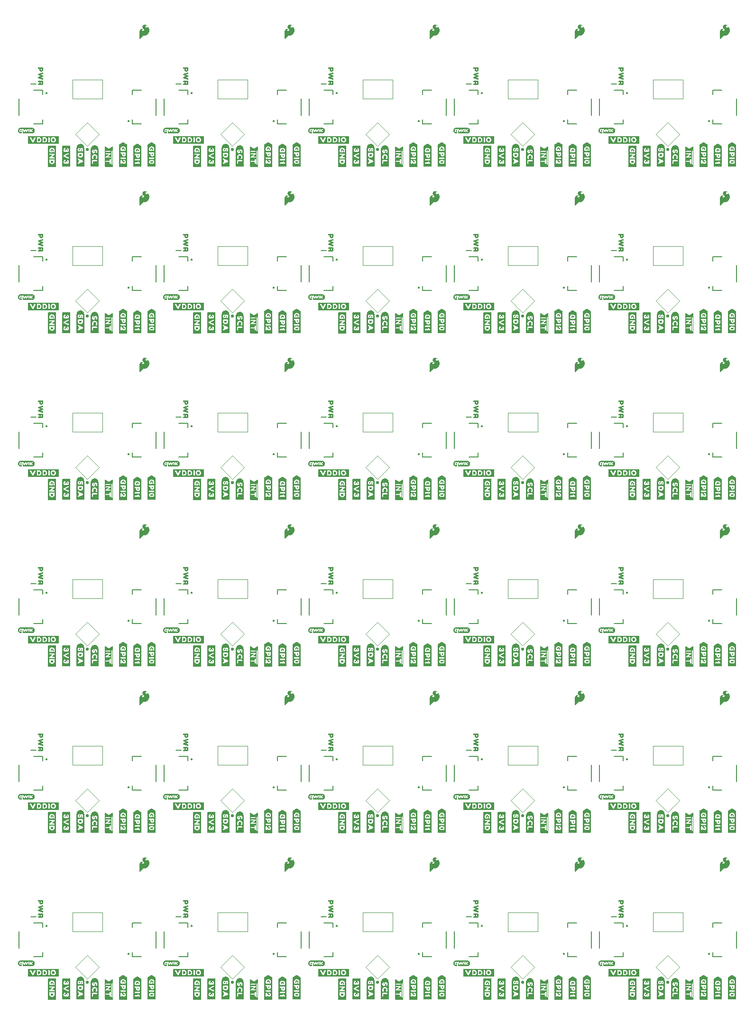
<source format=gto>
G04 EAGLE Gerber RS-274X export*
G75*
%MOMM*%
%FSLAX34Y34*%
%LPD*%
%INSilkscreen Top*%
%IPPOS*%
%AMOC8*
5,1,8,0,0,1.08239X$1,22.5*%
G01*
%ADD10C,0.203200*%
%ADD11C,0.100000*%
%ADD12C,0.567956*%

G36*
X852405Y61734D02*
X852405Y61734D01*
X852408Y61731D01*
X853008Y61831D01*
X853049Y61875D01*
X853046Y61878D01*
X853049Y61880D01*
X853049Y74780D01*
X853046Y74785D01*
X853049Y74788D01*
X852949Y75388D01*
X852905Y75429D01*
X852903Y75426D01*
X852900Y75429D01*
X798500Y75429D01*
X798491Y75422D01*
X798487Y75422D01*
X798482Y75426D01*
X797982Y75226D01*
X797966Y75199D01*
X797953Y75189D01*
X797956Y75184D01*
X797951Y75180D01*
X797951Y62280D01*
X797959Y62269D01*
X797954Y62262D01*
X798154Y61762D01*
X798195Y61737D01*
X798200Y61731D01*
X852400Y61731D01*
X852405Y61734D01*
G37*
G36*
X334245Y953274D02*
X334245Y953274D01*
X334248Y953271D01*
X334848Y953371D01*
X334889Y953415D01*
X334886Y953418D01*
X334889Y953420D01*
X334889Y966320D01*
X334886Y966325D01*
X334889Y966328D01*
X334789Y966928D01*
X334745Y966969D01*
X334743Y966966D01*
X334740Y966969D01*
X280340Y966969D01*
X280331Y966962D01*
X280327Y966962D01*
X280322Y966966D01*
X279822Y966766D01*
X279806Y966739D01*
X279793Y966729D01*
X279796Y966724D01*
X279791Y966720D01*
X279791Y953820D01*
X279799Y953809D01*
X279794Y953802D01*
X279994Y953302D01*
X280035Y953277D01*
X280040Y953271D01*
X334240Y953271D01*
X334245Y953274D01*
G37*
G36*
X1111485Y953274D02*
X1111485Y953274D01*
X1111488Y953271D01*
X1112088Y953371D01*
X1112129Y953415D01*
X1112126Y953418D01*
X1112129Y953420D01*
X1112129Y966320D01*
X1112126Y966325D01*
X1112129Y966328D01*
X1112029Y966928D01*
X1111985Y966969D01*
X1111983Y966966D01*
X1111980Y966969D01*
X1057580Y966969D01*
X1057571Y966962D01*
X1057567Y966962D01*
X1057562Y966966D01*
X1057062Y966766D01*
X1057046Y966739D01*
X1057033Y966729D01*
X1057036Y966724D01*
X1057031Y966720D01*
X1057031Y953820D01*
X1057039Y953809D01*
X1057034Y953802D01*
X1057234Y953302D01*
X1057275Y953277D01*
X1057280Y953271D01*
X1111480Y953271D01*
X1111485Y953274D01*
G37*
G36*
X593325Y953274D02*
X593325Y953274D01*
X593328Y953271D01*
X593928Y953371D01*
X593969Y953415D01*
X593966Y953418D01*
X593969Y953420D01*
X593969Y966320D01*
X593966Y966325D01*
X593969Y966328D01*
X593869Y966928D01*
X593825Y966969D01*
X593823Y966966D01*
X593820Y966969D01*
X539420Y966969D01*
X539411Y966962D01*
X539407Y966962D01*
X539402Y966966D01*
X538902Y966766D01*
X538886Y966739D01*
X538873Y966729D01*
X538876Y966724D01*
X538871Y966720D01*
X538871Y953820D01*
X538879Y953809D01*
X538874Y953802D01*
X539074Y953302D01*
X539115Y953277D01*
X539120Y953271D01*
X593320Y953271D01*
X593325Y953274D01*
G37*
G36*
X852405Y953274D02*
X852405Y953274D01*
X852408Y953271D01*
X853008Y953371D01*
X853049Y953415D01*
X853046Y953418D01*
X853049Y953420D01*
X853049Y966320D01*
X853046Y966325D01*
X853049Y966328D01*
X852949Y966928D01*
X852905Y966969D01*
X852903Y966966D01*
X852900Y966969D01*
X798500Y966969D01*
X798491Y966962D01*
X798487Y966962D01*
X798482Y966966D01*
X797982Y966766D01*
X797966Y966739D01*
X797953Y966729D01*
X797956Y966724D01*
X797951Y966720D01*
X797951Y953820D01*
X797959Y953809D01*
X797954Y953802D01*
X798154Y953302D01*
X798195Y953277D01*
X798200Y953271D01*
X852400Y953271D01*
X852405Y953274D01*
G37*
G36*
X1111485Y1250454D02*
X1111485Y1250454D01*
X1111488Y1250451D01*
X1112088Y1250551D01*
X1112129Y1250595D01*
X1112126Y1250598D01*
X1112129Y1250600D01*
X1112129Y1263500D01*
X1112126Y1263505D01*
X1112129Y1263508D01*
X1112029Y1264108D01*
X1111985Y1264149D01*
X1111983Y1264146D01*
X1111980Y1264149D01*
X1057580Y1264149D01*
X1057571Y1264142D01*
X1057567Y1264142D01*
X1057562Y1264146D01*
X1057062Y1263946D01*
X1057046Y1263919D01*
X1057033Y1263909D01*
X1057036Y1263904D01*
X1057031Y1263900D01*
X1057031Y1251000D01*
X1057039Y1250989D01*
X1057034Y1250982D01*
X1057234Y1250482D01*
X1057275Y1250457D01*
X1057280Y1250451D01*
X1111480Y1250451D01*
X1111485Y1250454D01*
G37*
G36*
X852405Y1250454D02*
X852405Y1250454D01*
X852408Y1250451D01*
X853008Y1250551D01*
X853049Y1250595D01*
X853046Y1250598D01*
X853049Y1250600D01*
X853049Y1263500D01*
X853046Y1263505D01*
X853049Y1263508D01*
X852949Y1264108D01*
X852905Y1264149D01*
X852903Y1264146D01*
X852900Y1264149D01*
X798500Y1264149D01*
X798491Y1264142D01*
X798487Y1264142D01*
X798482Y1264146D01*
X797982Y1263946D01*
X797966Y1263919D01*
X797953Y1263909D01*
X797956Y1263904D01*
X797951Y1263900D01*
X797951Y1251000D01*
X797959Y1250989D01*
X797954Y1250982D01*
X798154Y1250482D01*
X798195Y1250457D01*
X798200Y1250451D01*
X852400Y1250451D01*
X852405Y1250454D01*
G37*
G36*
X593325Y61734D02*
X593325Y61734D01*
X593328Y61731D01*
X593928Y61831D01*
X593969Y61875D01*
X593966Y61878D01*
X593969Y61880D01*
X593969Y74780D01*
X593966Y74785D01*
X593969Y74788D01*
X593869Y75388D01*
X593825Y75429D01*
X593823Y75426D01*
X593820Y75429D01*
X539420Y75429D01*
X539411Y75422D01*
X539407Y75422D01*
X539402Y75426D01*
X538902Y75226D01*
X538886Y75199D01*
X538873Y75189D01*
X538876Y75184D01*
X538871Y75180D01*
X538871Y62280D01*
X538879Y62269D01*
X538874Y62262D01*
X539074Y61762D01*
X539115Y61737D01*
X539120Y61731D01*
X593320Y61731D01*
X593325Y61734D01*
G37*
G36*
X1111485Y358914D02*
X1111485Y358914D01*
X1111488Y358911D01*
X1112088Y359011D01*
X1112129Y359055D01*
X1112126Y359058D01*
X1112129Y359060D01*
X1112129Y371960D01*
X1112126Y371965D01*
X1112129Y371968D01*
X1112029Y372568D01*
X1111985Y372609D01*
X1111983Y372606D01*
X1111980Y372609D01*
X1057580Y372609D01*
X1057571Y372602D01*
X1057567Y372602D01*
X1057562Y372606D01*
X1057062Y372406D01*
X1057046Y372379D01*
X1057033Y372369D01*
X1057036Y372364D01*
X1057031Y372360D01*
X1057031Y359460D01*
X1057039Y359449D01*
X1057034Y359442D01*
X1057234Y358942D01*
X1057275Y358917D01*
X1057280Y358911D01*
X1111480Y358911D01*
X1111485Y358914D01*
G37*
G36*
X852405Y358914D02*
X852405Y358914D01*
X852408Y358911D01*
X853008Y359011D01*
X853049Y359055D01*
X853046Y359058D01*
X853049Y359060D01*
X853049Y371960D01*
X853046Y371965D01*
X853049Y371968D01*
X852949Y372568D01*
X852905Y372609D01*
X852903Y372606D01*
X852900Y372609D01*
X798500Y372609D01*
X798491Y372602D01*
X798487Y372602D01*
X798482Y372606D01*
X797982Y372406D01*
X797966Y372379D01*
X797953Y372369D01*
X797956Y372364D01*
X797951Y372360D01*
X797951Y359460D01*
X797959Y359449D01*
X797954Y359442D01*
X798154Y358942D01*
X798195Y358917D01*
X798200Y358911D01*
X852400Y358911D01*
X852405Y358914D01*
G37*
G36*
X75165Y61734D02*
X75165Y61734D01*
X75168Y61731D01*
X75768Y61831D01*
X75809Y61875D01*
X75806Y61878D01*
X75809Y61880D01*
X75809Y74780D01*
X75806Y74785D01*
X75809Y74788D01*
X75709Y75388D01*
X75665Y75429D01*
X75663Y75426D01*
X75660Y75429D01*
X21260Y75429D01*
X21251Y75422D01*
X21247Y75422D01*
X21242Y75426D01*
X20742Y75226D01*
X20726Y75199D01*
X20713Y75189D01*
X20716Y75184D01*
X20711Y75180D01*
X20711Y62280D01*
X20719Y62269D01*
X20714Y62262D01*
X20914Y61762D01*
X20955Y61737D01*
X20960Y61731D01*
X75160Y61731D01*
X75165Y61734D01*
G37*
G36*
X852405Y656094D02*
X852405Y656094D01*
X852408Y656091D01*
X853008Y656191D01*
X853049Y656235D01*
X853046Y656238D01*
X853049Y656240D01*
X853049Y669140D01*
X853046Y669145D01*
X853049Y669148D01*
X852949Y669748D01*
X852905Y669789D01*
X852903Y669786D01*
X852900Y669789D01*
X798500Y669789D01*
X798491Y669782D01*
X798487Y669782D01*
X798482Y669786D01*
X797982Y669586D01*
X797966Y669559D01*
X797953Y669549D01*
X797956Y669544D01*
X797951Y669540D01*
X797951Y656640D01*
X797959Y656629D01*
X797954Y656622D01*
X798154Y656122D01*
X798195Y656097D01*
X798200Y656091D01*
X852400Y656091D01*
X852405Y656094D01*
G37*
G36*
X1111485Y61734D02*
X1111485Y61734D01*
X1111488Y61731D01*
X1112088Y61831D01*
X1112129Y61875D01*
X1112126Y61878D01*
X1112129Y61880D01*
X1112129Y74780D01*
X1112126Y74785D01*
X1112129Y74788D01*
X1112029Y75388D01*
X1111985Y75429D01*
X1111983Y75426D01*
X1111980Y75429D01*
X1057580Y75429D01*
X1057571Y75422D01*
X1057567Y75422D01*
X1057562Y75426D01*
X1057062Y75226D01*
X1057046Y75199D01*
X1057033Y75189D01*
X1057036Y75184D01*
X1057031Y75180D01*
X1057031Y62280D01*
X1057039Y62269D01*
X1057034Y62262D01*
X1057234Y61762D01*
X1057275Y61737D01*
X1057280Y61731D01*
X1111480Y61731D01*
X1111485Y61734D01*
G37*
G36*
X593325Y1250454D02*
X593325Y1250454D01*
X593328Y1250451D01*
X593928Y1250551D01*
X593969Y1250595D01*
X593966Y1250598D01*
X593969Y1250600D01*
X593969Y1263500D01*
X593966Y1263505D01*
X593969Y1263508D01*
X593869Y1264108D01*
X593825Y1264149D01*
X593823Y1264146D01*
X593820Y1264149D01*
X539420Y1264149D01*
X539411Y1264142D01*
X539407Y1264142D01*
X539402Y1264146D01*
X538902Y1263946D01*
X538886Y1263919D01*
X538873Y1263909D01*
X538876Y1263904D01*
X538871Y1263900D01*
X538871Y1251000D01*
X538879Y1250989D01*
X538874Y1250982D01*
X539074Y1250482D01*
X539115Y1250457D01*
X539120Y1250451D01*
X593320Y1250451D01*
X593325Y1250454D01*
G37*
G36*
X852405Y1547634D02*
X852405Y1547634D01*
X852408Y1547631D01*
X853008Y1547731D01*
X853049Y1547775D01*
X853046Y1547778D01*
X853049Y1547780D01*
X853049Y1560680D01*
X853046Y1560685D01*
X853049Y1560688D01*
X852949Y1561288D01*
X852905Y1561329D01*
X852903Y1561326D01*
X852900Y1561329D01*
X798500Y1561329D01*
X798491Y1561322D01*
X798487Y1561322D01*
X798482Y1561326D01*
X797982Y1561126D01*
X797966Y1561099D01*
X797953Y1561089D01*
X797956Y1561084D01*
X797951Y1561080D01*
X797951Y1548180D01*
X797959Y1548169D01*
X797954Y1548162D01*
X798154Y1547662D01*
X798195Y1547637D01*
X798200Y1547631D01*
X852400Y1547631D01*
X852405Y1547634D01*
G37*
G36*
X75165Y953274D02*
X75165Y953274D01*
X75168Y953271D01*
X75768Y953371D01*
X75809Y953415D01*
X75806Y953418D01*
X75809Y953420D01*
X75809Y966320D01*
X75806Y966325D01*
X75809Y966328D01*
X75709Y966928D01*
X75665Y966969D01*
X75663Y966966D01*
X75660Y966969D01*
X21260Y966969D01*
X21251Y966962D01*
X21247Y966962D01*
X21242Y966966D01*
X20742Y966766D01*
X20726Y966739D01*
X20713Y966729D01*
X20716Y966724D01*
X20711Y966720D01*
X20711Y953820D01*
X20719Y953809D01*
X20714Y953802D01*
X20914Y953302D01*
X20955Y953277D01*
X20960Y953271D01*
X75160Y953271D01*
X75165Y953274D01*
G37*
G36*
X334245Y358914D02*
X334245Y358914D01*
X334248Y358911D01*
X334848Y359011D01*
X334889Y359055D01*
X334886Y359058D01*
X334889Y359060D01*
X334889Y371960D01*
X334886Y371965D01*
X334889Y371968D01*
X334789Y372568D01*
X334745Y372609D01*
X334743Y372606D01*
X334740Y372609D01*
X280340Y372609D01*
X280331Y372602D01*
X280327Y372602D01*
X280322Y372606D01*
X279822Y372406D01*
X279806Y372379D01*
X279793Y372369D01*
X279796Y372364D01*
X279791Y372360D01*
X279791Y359460D01*
X279799Y359449D01*
X279794Y359442D01*
X279994Y358942D01*
X280035Y358917D01*
X280040Y358911D01*
X334240Y358911D01*
X334245Y358914D01*
G37*
G36*
X593325Y1547634D02*
X593325Y1547634D01*
X593328Y1547631D01*
X593928Y1547731D01*
X593969Y1547775D01*
X593966Y1547778D01*
X593969Y1547780D01*
X593969Y1560680D01*
X593966Y1560685D01*
X593969Y1560688D01*
X593869Y1561288D01*
X593825Y1561329D01*
X593823Y1561326D01*
X593820Y1561329D01*
X539420Y1561329D01*
X539411Y1561322D01*
X539407Y1561322D01*
X539402Y1561326D01*
X538902Y1561126D01*
X538886Y1561099D01*
X538873Y1561089D01*
X538876Y1561084D01*
X538871Y1561080D01*
X538871Y1548180D01*
X538879Y1548169D01*
X538874Y1548162D01*
X539074Y1547662D01*
X539115Y1547637D01*
X539120Y1547631D01*
X593320Y1547631D01*
X593325Y1547634D01*
G37*
G36*
X334245Y61734D02*
X334245Y61734D01*
X334248Y61731D01*
X334848Y61831D01*
X334889Y61875D01*
X334886Y61878D01*
X334889Y61880D01*
X334889Y74780D01*
X334886Y74785D01*
X334889Y74788D01*
X334789Y75388D01*
X334745Y75429D01*
X334743Y75426D01*
X334740Y75429D01*
X280340Y75429D01*
X280331Y75422D01*
X280327Y75422D01*
X280322Y75426D01*
X279822Y75226D01*
X279806Y75199D01*
X279793Y75189D01*
X279796Y75184D01*
X279791Y75180D01*
X279791Y62280D01*
X279799Y62269D01*
X279794Y62262D01*
X279994Y61762D01*
X280035Y61737D01*
X280040Y61731D01*
X334240Y61731D01*
X334245Y61734D01*
G37*
G36*
X75165Y358914D02*
X75165Y358914D01*
X75168Y358911D01*
X75768Y359011D01*
X75809Y359055D01*
X75806Y359058D01*
X75809Y359060D01*
X75809Y371960D01*
X75806Y371965D01*
X75809Y371968D01*
X75709Y372568D01*
X75665Y372609D01*
X75663Y372606D01*
X75660Y372609D01*
X21260Y372609D01*
X21251Y372602D01*
X21247Y372602D01*
X21242Y372606D01*
X20742Y372406D01*
X20726Y372379D01*
X20713Y372369D01*
X20716Y372364D01*
X20711Y372360D01*
X20711Y359460D01*
X20719Y359449D01*
X20714Y359442D01*
X20914Y358942D01*
X20955Y358917D01*
X20960Y358911D01*
X75160Y358911D01*
X75165Y358914D01*
G37*
G36*
X334245Y1547634D02*
X334245Y1547634D01*
X334248Y1547631D01*
X334848Y1547731D01*
X334889Y1547775D01*
X334886Y1547778D01*
X334889Y1547780D01*
X334889Y1560680D01*
X334886Y1560685D01*
X334889Y1560688D01*
X334789Y1561288D01*
X334745Y1561329D01*
X334743Y1561326D01*
X334740Y1561329D01*
X280340Y1561329D01*
X280331Y1561322D01*
X280327Y1561322D01*
X280322Y1561326D01*
X279822Y1561126D01*
X279806Y1561099D01*
X279793Y1561089D01*
X279796Y1561084D01*
X279791Y1561080D01*
X279791Y1548180D01*
X279799Y1548169D01*
X279794Y1548162D01*
X279994Y1547662D01*
X280035Y1547637D01*
X280040Y1547631D01*
X334240Y1547631D01*
X334245Y1547634D01*
G37*
G36*
X1111485Y1547634D02*
X1111485Y1547634D01*
X1111488Y1547631D01*
X1112088Y1547731D01*
X1112129Y1547775D01*
X1112126Y1547778D01*
X1112129Y1547780D01*
X1112129Y1560680D01*
X1112126Y1560685D01*
X1112129Y1560688D01*
X1112029Y1561288D01*
X1111985Y1561329D01*
X1111983Y1561326D01*
X1111980Y1561329D01*
X1057580Y1561329D01*
X1057571Y1561322D01*
X1057567Y1561322D01*
X1057562Y1561326D01*
X1057062Y1561126D01*
X1057046Y1561099D01*
X1057033Y1561089D01*
X1057036Y1561084D01*
X1057031Y1561080D01*
X1057031Y1548180D01*
X1057039Y1548169D01*
X1057034Y1548162D01*
X1057234Y1547662D01*
X1057275Y1547637D01*
X1057280Y1547631D01*
X1111480Y1547631D01*
X1111485Y1547634D01*
G37*
G36*
X75165Y1547634D02*
X75165Y1547634D01*
X75168Y1547631D01*
X75768Y1547731D01*
X75809Y1547775D01*
X75806Y1547778D01*
X75809Y1547780D01*
X75809Y1560680D01*
X75806Y1560685D01*
X75809Y1560688D01*
X75709Y1561288D01*
X75665Y1561329D01*
X75663Y1561326D01*
X75660Y1561329D01*
X21260Y1561329D01*
X21251Y1561322D01*
X21247Y1561322D01*
X21242Y1561326D01*
X20742Y1561126D01*
X20726Y1561099D01*
X20713Y1561089D01*
X20716Y1561084D01*
X20711Y1561080D01*
X20711Y1548180D01*
X20719Y1548169D01*
X20714Y1548162D01*
X20914Y1547662D01*
X20955Y1547637D01*
X20960Y1547631D01*
X75160Y1547631D01*
X75165Y1547634D01*
G37*
G36*
X1111485Y656094D02*
X1111485Y656094D01*
X1111488Y656091D01*
X1112088Y656191D01*
X1112129Y656235D01*
X1112126Y656238D01*
X1112129Y656240D01*
X1112129Y669140D01*
X1112126Y669145D01*
X1112129Y669148D01*
X1112029Y669748D01*
X1111985Y669789D01*
X1111983Y669786D01*
X1111980Y669789D01*
X1057580Y669789D01*
X1057571Y669782D01*
X1057567Y669782D01*
X1057562Y669786D01*
X1057062Y669586D01*
X1057046Y669559D01*
X1057033Y669549D01*
X1057036Y669544D01*
X1057031Y669540D01*
X1057031Y656640D01*
X1057039Y656629D01*
X1057034Y656622D01*
X1057234Y656122D01*
X1057275Y656097D01*
X1057280Y656091D01*
X1111480Y656091D01*
X1111485Y656094D01*
G37*
G36*
X593325Y656094D02*
X593325Y656094D01*
X593328Y656091D01*
X593928Y656191D01*
X593969Y656235D01*
X593966Y656238D01*
X593969Y656240D01*
X593969Y669140D01*
X593966Y669145D01*
X593969Y669148D01*
X593869Y669748D01*
X593825Y669789D01*
X593823Y669786D01*
X593820Y669789D01*
X539420Y669789D01*
X539411Y669782D01*
X539407Y669782D01*
X539402Y669786D01*
X538902Y669586D01*
X538886Y669559D01*
X538873Y669549D01*
X538876Y669544D01*
X538871Y669540D01*
X538871Y656640D01*
X538879Y656629D01*
X538874Y656622D01*
X539074Y656122D01*
X539115Y656097D01*
X539120Y656091D01*
X593320Y656091D01*
X593325Y656094D01*
G37*
G36*
X334245Y656094D02*
X334245Y656094D01*
X334248Y656091D01*
X334848Y656191D01*
X334889Y656235D01*
X334886Y656238D01*
X334889Y656240D01*
X334889Y669140D01*
X334886Y669145D01*
X334889Y669148D01*
X334789Y669748D01*
X334745Y669789D01*
X334743Y669786D01*
X334740Y669789D01*
X280340Y669789D01*
X280331Y669782D01*
X280327Y669782D01*
X280322Y669786D01*
X279822Y669586D01*
X279806Y669559D01*
X279793Y669549D01*
X279796Y669544D01*
X279791Y669540D01*
X279791Y656640D01*
X279799Y656629D01*
X279794Y656622D01*
X279994Y656122D01*
X280035Y656097D01*
X280040Y656091D01*
X334240Y656091D01*
X334245Y656094D01*
G37*
G36*
X75165Y656094D02*
X75165Y656094D01*
X75168Y656091D01*
X75768Y656191D01*
X75809Y656235D01*
X75806Y656238D01*
X75809Y656240D01*
X75809Y669140D01*
X75806Y669145D01*
X75809Y669148D01*
X75709Y669748D01*
X75665Y669789D01*
X75663Y669786D01*
X75660Y669789D01*
X21260Y669789D01*
X21251Y669782D01*
X21247Y669782D01*
X21242Y669786D01*
X20742Y669586D01*
X20726Y669559D01*
X20713Y669549D01*
X20716Y669544D01*
X20711Y669540D01*
X20711Y656640D01*
X20719Y656629D01*
X20714Y656622D01*
X20914Y656122D01*
X20955Y656097D01*
X20960Y656091D01*
X75160Y656091D01*
X75165Y656094D01*
G37*
G36*
X593325Y358914D02*
X593325Y358914D01*
X593328Y358911D01*
X593928Y359011D01*
X593969Y359055D01*
X593966Y359058D01*
X593969Y359060D01*
X593969Y371960D01*
X593966Y371965D01*
X593969Y371968D01*
X593869Y372568D01*
X593825Y372609D01*
X593823Y372606D01*
X593820Y372609D01*
X539420Y372609D01*
X539411Y372602D01*
X539407Y372602D01*
X539402Y372606D01*
X538902Y372406D01*
X538886Y372379D01*
X538873Y372369D01*
X538876Y372364D01*
X538871Y372360D01*
X538871Y359460D01*
X538879Y359449D01*
X538874Y359442D01*
X539074Y358942D01*
X539115Y358917D01*
X539120Y358911D01*
X593320Y358911D01*
X593325Y358914D01*
G37*
G36*
X334245Y1250454D02*
X334245Y1250454D01*
X334248Y1250451D01*
X334848Y1250551D01*
X334889Y1250595D01*
X334886Y1250598D01*
X334889Y1250600D01*
X334889Y1263500D01*
X334886Y1263505D01*
X334889Y1263508D01*
X334789Y1264108D01*
X334745Y1264149D01*
X334743Y1264146D01*
X334740Y1264149D01*
X280340Y1264149D01*
X280331Y1264142D01*
X280327Y1264142D01*
X280322Y1264146D01*
X279822Y1263946D01*
X279806Y1263919D01*
X279793Y1263909D01*
X279796Y1263904D01*
X279791Y1263900D01*
X279791Y1251000D01*
X279799Y1250989D01*
X279794Y1250982D01*
X279994Y1250482D01*
X280035Y1250457D01*
X280040Y1250451D01*
X334240Y1250451D01*
X334245Y1250454D01*
G37*
G36*
X75165Y1250454D02*
X75165Y1250454D01*
X75168Y1250451D01*
X75768Y1250551D01*
X75809Y1250595D01*
X75806Y1250598D01*
X75809Y1250600D01*
X75809Y1263500D01*
X75806Y1263505D01*
X75809Y1263508D01*
X75709Y1264108D01*
X75665Y1264149D01*
X75663Y1264146D01*
X75660Y1264149D01*
X21260Y1264149D01*
X21251Y1264142D01*
X21247Y1264142D01*
X21242Y1264146D01*
X20742Y1263946D01*
X20726Y1263919D01*
X20713Y1263909D01*
X20716Y1263904D01*
X20711Y1263900D01*
X20711Y1251000D01*
X20719Y1250989D01*
X20714Y1250982D01*
X20914Y1250482D01*
X20955Y1250457D01*
X20960Y1250451D01*
X75160Y1250451D01*
X75165Y1250454D01*
G37*
G36*
X715186Y1209130D02*
X715186Y1209130D01*
X715199Y1209130D01*
X715499Y1209530D01*
X715499Y1209538D01*
X715503Y1209541D01*
X715499Y1209545D01*
X715499Y1209552D01*
X715509Y1209560D01*
X715509Y1249260D01*
X715495Y1249278D01*
X715498Y1249291D01*
X715098Y1249791D01*
X715084Y1249795D01*
X715082Y1249804D01*
X708982Y1252804D01*
X708966Y1252801D01*
X708960Y1252809D01*
X708360Y1252809D01*
X708347Y1252800D01*
X708338Y1252804D01*
X702338Y1249804D01*
X702335Y1249797D01*
X702329Y1249798D01*
X701829Y1249398D01*
X701822Y1249368D01*
X701811Y1249360D01*
X701811Y1209460D01*
X701833Y1209430D01*
X701835Y1209418D01*
X702335Y1209118D01*
X702353Y1209120D01*
X702360Y1209111D01*
X715160Y1209111D01*
X715186Y1209130D01*
G37*
G36*
X1233346Y614770D02*
X1233346Y614770D01*
X1233359Y614770D01*
X1233659Y615170D01*
X1233659Y615178D01*
X1233663Y615181D01*
X1233659Y615185D01*
X1233659Y615192D01*
X1233669Y615200D01*
X1233669Y654900D01*
X1233655Y654918D01*
X1233658Y654931D01*
X1233258Y655431D01*
X1233244Y655435D01*
X1233242Y655444D01*
X1227142Y658444D01*
X1227126Y658441D01*
X1227120Y658449D01*
X1226520Y658449D01*
X1226507Y658440D01*
X1226498Y658444D01*
X1220498Y655444D01*
X1220495Y655437D01*
X1220489Y655438D01*
X1219989Y655038D01*
X1219982Y655008D01*
X1219971Y655000D01*
X1219971Y615100D01*
X1219993Y615070D01*
X1219995Y615058D01*
X1220495Y614758D01*
X1220513Y614760D01*
X1220520Y614751D01*
X1233320Y614751D01*
X1233346Y614770D01*
G37*
G36*
X974266Y911950D02*
X974266Y911950D01*
X974279Y911950D01*
X974579Y912350D01*
X974579Y912358D01*
X974583Y912361D01*
X974579Y912365D01*
X974579Y912372D01*
X974589Y912380D01*
X974589Y952080D01*
X974575Y952098D01*
X974578Y952111D01*
X974178Y952611D01*
X974164Y952615D01*
X974162Y952624D01*
X968062Y955624D01*
X968046Y955621D01*
X968040Y955629D01*
X967440Y955629D01*
X967427Y955620D01*
X967418Y955624D01*
X961418Y952624D01*
X961415Y952617D01*
X961409Y952618D01*
X960909Y952218D01*
X960902Y952188D01*
X960891Y952180D01*
X960891Y912280D01*
X960913Y912250D01*
X960915Y912238D01*
X961415Y911938D01*
X961433Y911940D01*
X961440Y911931D01*
X974240Y911931D01*
X974266Y911950D01*
G37*
G36*
X1233346Y911950D02*
X1233346Y911950D01*
X1233359Y911950D01*
X1233659Y912350D01*
X1233659Y912358D01*
X1233663Y912361D01*
X1233659Y912365D01*
X1233659Y912372D01*
X1233669Y912380D01*
X1233669Y952080D01*
X1233655Y952098D01*
X1233658Y952111D01*
X1233258Y952611D01*
X1233244Y952615D01*
X1233242Y952624D01*
X1227142Y955624D01*
X1227126Y955621D01*
X1227120Y955629D01*
X1226520Y955629D01*
X1226507Y955620D01*
X1226498Y955624D01*
X1220498Y952624D01*
X1220495Y952617D01*
X1220489Y952618D01*
X1219989Y952218D01*
X1219982Y952188D01*
X1219971Y952180D01*
X1219971Y912280D01*
X1219993Y912250D01*
X1219995Y912238D01*
X1220495Y911938D01*
X1220513Y911940D01*
X1220520Y911931D01*
X1233320Y911931D01*
X1233346Y911950D01*
G37*
G36*
X715186Y911950D02*
X715186Y911950D01*
X715199Y911950D01*
X715499Y912350D01*
X715499Y912358D01*
X715503Y912361D01*
X715499Y912365D01*
X715499Y912372D01*
X715509Y912380D01*
X715509Y952080D01*
X715495Y952098D01*
X715498Y952111D01*
X715098Y952611D01*
X715084Y952615D01*
X715082Y952624D01*
X708982Y955624D01*
X708966Y955621D01*
X708960Y955629D01*
X708360Y955629D01*
X708347Y955620D01*
X708338Y955624D01*
X702338Y952624D01*
X702335Y952617D01*
X702329Y952618D01*
X701829Y952218D01*
X701822Y952188D01*
X701811Y952180D01*
X701811Y912280D01*
X701833Y912250D01*
X701835Y912238D01*
X702335Y911938D01*
X702353Y911940D01*
X702360Y911931D01*
X715160Y911931D01*
X715186Y911950D01*
G37*
G36*
X456106Y911950D02*
X456106Y911950D01*
X456119Y911950D01*
X456419Y912350D01*
X456419Y912358D01*
X456423Y912361D01*
X456419Y912365D01*
X456419Y912372D01*
X456429Y912380D01*
X456429Y952080D01*
X456415Y952098D01*
X456418Y952111D01*
X456018Y952611D01*
X456004Y952615D01*
X456002Y952624D01*
X449902Y955624D01*
X449886Y955621D01*
X449880Y955629D01*
X449280Y955629D01*
X449267Y955620D01*
X449258Y955624D01*
X443258Y952624D01*
X443255Y952617D01*
X443249Y952618D01*
X442749Y952218D01*
X442742Y952188D01*
X442731Y952180D01*
X442731Y912280D01*
X442753Y912250D01*
X442755Y912238D01*
X443255Y911938D01*
X443273Y911940D01*
X443280Y911931D01*
X456080Y911931D01*
X456106Y911950D01*
G37*
G36*
X197026Y911950D02*
X197026Y911950D01*
X197039Y911950D01*
X197339Y912350D01*
X197339Y912358D01*
X197343Y912361D01*
X197339Y912365D01*
X197339Y912372D01*
X197349Y912380D01*
X197349Y952080D01*
X197335Y952098D01*
X197338Y952111D01*
X196938Y952611D01*
X196924Y952615D01*
X196922Y952624D01*
X190822Y955624D01*
X190806Y955621D01*
X190800Y955629D01*
X190200Y955629D01*
X190187Y955620D01*
X190178Y955624D01*
X184178Y952624D01*
X184175Y952617D01*
X184169Y952618D01*
X183669Y952218D01*
X183662Y952188D01*
X183651Y952180D01*
X183651Y912280D01*
X183673Y912250D01*
X183675Y912238D01*
X184175Y911938D01*
X184193Y911940D01*
X184200Y911931D01*
X197000Y911931D01*
X197026Y911950D01*
G37*
G36*
X715186Y614770D02*
X715186Y614770D01*
X715199Y614770D01*
X715499Y615170D01*
X715499Y615178D01*
X715503Y615181D01*
X715499Y615185D01*
X715499Y615192D01*
X715509Y615200D01*
X715509Y654900D01*
X715495Y654918D01*
X715498Y654931D01*
X715098Y655431D01*
X715084Y655435D01*
X715082Y655444D01*
X708982Y658444D01*
X708966Y658441D01*
X708960Y658449D01*
X708360Y658449D01*
X708347Y658440D01*
X708338Y658444D01*
X702338Y655444D01*
X702335Y655437D01*
X702329Y655438D01*
X701829Y655038D01*
X701822Y655008D01*
X701811Y655000D01*
X701811Y615100D01*
X701833Y615070D01*
X701835Y615058D01*
X702335Y614758D01*
X702353Y614760D01*
X702360Y614751D01*
X715160Y614751D01*
X715186Y614770D01*
G37*
G36*
X974266Y614770D02*
X974266Y614770D01*
X974279Y614770D01*
X974579Y615170D01*
X974579Y615178D01*
X974583Y615181D01*
X974579Y615185D01*
X974579Y615192D01*
X974589Y615200D01*
X974589Y654900D01*
X974575Y654918D01*
X974578Y654931D01*
X974178Y655431D01*
X974164Y655435D01*
X974162Y655444D01*
X968062Y658444D01*
X968046Y658441D01*
X968040Y658449D01*
X967440Y658449D01*
X967427Y658440D01*
X967418Y658444D01*
X961418Y655444D01*
X961415Y655437D01*
X961409Y655438D01*
X960909Y655038D01*
X960902Y655008D01*
X960891Y655000D01*
X960891Y615100D01*
X960913Y615070D01*
X960915Y615058D01*
X961415Y614758D01*
X961433Y614760D01*
X961440Y614751D01*
X974240Y614751D01*
X974266Y614770D01*
G37*
G36*
X197026Y1209130D02*
X197026Y1209130D01*
X197039Y1209130D01*
X197339Y1209530D01*
X197339Y1209538D01*
X197343Y1209541D01*
X197339Y1209545D01*
X197339Y1209552D01*
X197349Y1209560D01*
X197349Y1249260D01*
X197335Y1249278D01*
X197338Y1249291D01*
X196938Y1249791D01*
X196924Y1249795D01*
X196922Y1249804D01*
X190822Y1252804D01*
X190806Y1252801D01*
X190800Y1252809D01*
X190200Y1252809D01*
X190187Y1252800D01*
X190178Y1252804D01*
X184178Y1249804D01*
X184175Y1249797D01*
X184169Y1249798D01*
X183669Y1249398D01*
X183662Y1249368D01*
X183651Y1249360D01*
X183651Y1209460D01*
X183673Y1209430D01*
X183675Y1209418D01*
X184175Y1209118D01*
X184193Y1209120D01*
X184200Y1209111D01*
X197000Y1209111D01*
X197026Y1209130D01*
G37*
G36*
X456106Y317590D02*
X456106Y317590D01*
X456119Y317590D01*
X456419Y317990D01*
X456419Y317998D01*
X456423Y318001D01*
X456419Y318005D01*
X456419Y318012D01*
X456429Y318020D01*
X456429Y357720D01*
X456415Y357738D01*
X456418Y357751D01*
X456018Y358251D01*
X456004Y358255D01*
X456002Y358264D01*
X449902Y361264D01*
X449886Y361261D01*
X449880Y361269D01*
X449280Y361269D01*
X449267Y361260D01*
X449258Y361264D01*
X443258Y358264D01*
X443255Y358257D01*
X443249Y358258D01*
X442749Y357858D01*
X442742Y357828D01*
X442731Y357820D01*
X442731Y317920D01*
X442753Y317890D01*
X442755Y317878D01*
X443255Y317578D01*
X443273Y317580D01*
X443280Y317571D01*
X456080Y317571D01*
X456106Y317590D01*
G37*
G36*
X1233346Y317590D02*
X1233346Y317590D01*
X1233359Y317590D01*
X1233659Y317990D01*
X1233659Y317998D01*
X1233663Y318001D01*
X1233659Y318005D01*
X1233659Y318012D01*
X1233669Y318020D01*
X1233669Y357720D01*
X1233655Y357738D01*
X1233658Y357751D01*
X1233258Y358251D01*
X1233244Y358255D01*
X1233242Y358264D01*
X1227142Y361264D01*
X1227126Y361261D01*
X1227120Y361269D01*
X1226520Y361269D01*
X1226507Y361260D01*
X1226498Y361264D01*
X1220498Y358264D01*
X1220495Y358257D01*
X1220489Y358258D01*
X1219989Y357858D01*
X1219982Y357828D01*
X1219971Y357820D01*
X1219971Y317920D01*
X1219993Y317890D01*
X1219995Y317878D01*
X1220495Y317578D01*
X1220513Y317580D01*
X1220520Y317571D01*
X1233320Y317571D01*
X1233346Y317590D01*
G37*
G36*
X974266Y317590D02*
X974266Y317590D01*
X974279Y317590D01*
X974579Y317990D01*
X974579Y317998D01*
X974583Y318001D01*
X974579Y318005D01*
X974579Y318012D01*
X974589Y318020D01*
X974589Y357720D01*
X974575Y357738D01*
X974578Y357751D01*
X974178Y358251D01*
X974164Y358255D01*
X974162Y358264D01*
X968062Y361264D01*
X968046Y361261D01*
X968040Y361269D01*
X967440Y361269D01*
X967427Y361260D01*
X967418Y361264D01*
X961418Y358264D01*
X961415Y358257D01*
X961409Y358258D01*
X960909Y357858D01*
X960902Y357828D01*
X960891Y357820D01*
X960891Y317920D01*
X960913Y317890D01*
X960915Y317878D01*
X961415Y317578D01*
X961433Y317580D01*
X961440Y317571D01*
X974240Y317571D01*
X974266Y317590D01*
G37*
G36*
X715186Y317590D02*
X715186Y317590D01*
X715199Y317590D01*
X715499Y317990D01*
X715499Y317998D01*
X715503Y318001D01*
X715499Y318005D01*
X715499Y318012D01*
X715509Y318020D01*
X715509Y357720D01*
X715495Y357738D01*
X715498Y357751D01*
X715098Y358251D01*
X715084Y358255D01*
X715082Y358264D01*
X708982Y361264D01*
X708966Y361261D01*
X708960Y361269D01*
X708360Y361269D01*
X708347Y361260D01*
X708338Y361264D01*
X702338Y358264D01*
X702335Y358257D01*
X702329Y358258D01*
X701829Y357858D01*
X701822Y357828D01*
X701811Y357820D01*
X701811Y317920D01*
X701833Y317890D01*
X701835Y317878D01*
X702335Y317578D01*
X702353Y317580D01*
X702360Y317571D01*
X715160Y317571D01*
X715186Y317590D01*
G37*
G36*
X197026Y317590D02*
X197026Y317590D01*
X197039Y317590D01*
X197339Y317990D01*
X197339Y317998D01*
X197343Y318001D01*
X197339Y318005D01*
X197339Y318012D01*
X197349Y318020D01*
X197349Y357720D01*
X197335Y357738D01*
X197338Y357751D01*
X196938Y358251D01*
X196924Y358255D01*
X196922Y358264D01*
X190822Y361264D01*
X190806Y361261D01*
X190800Y361269D01*
X190200Y361269D01*
X190187Y361260D01*
X190178Y361264D01*
X184178Y358264D01*
X184175Y358257D01*
X184169Y358258D01*
X183669Y357858D01*
X183662Y357828D01*
X183651Y357820D01*
X183651Y317920D01*
X183673Y317890D01*
X183675Y317878D01*
X184175Y317578D01*
X184193Y317580D01*
X184200Y317571D01*
X197000Y317571D01*
X197026Y317590D01*
G37*
G36*
X1233346Y1209130D02*
X1233346Y1209130D01*
X1233359Y1209130D01*
X1233659Y1209530D01*
X1233659Y1209538D01*
X1233663Y1209541D01*
X1233659Y1209545D01*
X1233659Y1209552D01*
X1233669Y1209560D01*
X1233669Y1249260D01*
X1233655Y1249278D01*
X1233658Y1249291D01*
X1233258Y1249791D01*
X1233244Y1249795D01*
X1233242Y1249804D01*
X1227142Y1252804D01*
X1227126Y1252801D01*
X1227120Y1252809D01*
X1226520Y1252809D01*
X1226507Y1252800D01*
X1226498Y1252804D01*
X1220498Y1249804D01*
X1220495Y1249797D01*
X1220489Y1249798D01*
X1219989Y1249398D01*
X1219982Y1249368D01*
X1219971Y1249360D01*
X1219971Y1209460D01*
X1219993Y1209430D01*
X1219995Y1209418D01*
X1220495Y1209118D01*
X1220513Y1209120D01*
X1220520Y1209111D01*
X1233320Y1209111D01*
X1233346Y1209130D01*
G37*
G36*
X456106Y1209130D02*
X456106Y1209130D01*
X456119Y1209130D01*
X456419Y1209530D01*
X456419Y1209538D01*
X456423Y1209541D01*
X456419Y1209545D01*
X456419Y1209552D01*
X456429Y1209560D01*
X456429Y1249260D01*
X456415Y1249278D01*
X456418Y1249291D01*
X456018Y1249791D01*
X456004Y1249795D01*
X456002Y1249804D01*
X449902Y1252804D01*
X449886Y1252801D01*
X449880Y1252809D01*
X449280Y1252809D01*
X449267Y1252800D01*
X449258Y1252804D01*
X443258Y1249804D01*
X443255Y1249797D01*
X443249Y1249798D01*
X442749Y1249398D01*
X442742Y1249368D01*
X442731Y1249360D01*
X442731Y1209460D01*
X442753Y1209430D01*
X442755Y1209418D01*
X443255Y1209118D01*
X443273Y1209120D01*
X443280Y1209111D01*
X456080Y1209111D01*
X456106Y1209130D01*
G37*
G36*
X974266Y1209130D02*
X974266Y1209130D01*
X974279Y1209130D01*
X974579Y1209530D01*
X974579Y1209538D01*
X974583Y1209541D01*
X974579Y1209545D01*
X974579Y1209552D01*
X974589Y1209560D01*
X974589Y1249260D01*
X974575Y1249278D01*
X974578Y1249291D01*
X974178Y1249791D01*
X974164Y1249795D01*
X974162Y1249804D01*
X968062Y1252804D01*
X968046Y1252801D01*
X968040Y1252809D01*
X967440Y1252809D01*
X967427Y1252800D01*
X967418Y1252804D01*
X961418Y1249804D01*
X961415Y1249797D01*
X961409Y1249798D01*
X960909Y1249398D01*
X960902Y1249368D01*
X960891Y1249360D01*
X960891Y1209460D01*
X960913Y1209430D01*
X960915Y1209418D01*
X961415Y1209118D01*
X961433Y1209120D01*
X961440Y1209111D01*
X974240Y1209111D01*
X974266Y1209130D01*
G37*
G36*
X715186Y1506310D02*
X715186Y1506310D01*
X715199Y1506310D01*
X715499Y1506710D01*
X715499Y1506718D01*
X715503Y1506721D01*
X715499Y1506725D01*
X715499Y1506732D01*
X715509Y1506740D01*
X715509Y1546440D01*
X715495Y1546458D01*
X715498Y1546471D01*
X715098Y1546971D01*
X715084Y1546975D01*
X715082Y1546984D01*
X708982Y1549984D01*
X708966Y1549981D01*
X708960Y1549989D01*
X708360Y1549989D01*
X708347Y1549980D01*
X708338Y1549984D01*
X702338Y1546984D01*
X702335Y1546977D01*
X702329Y1546978D01*
X701829Y1546578D01*
X701822Y1546548D01*
X701811Y1546540D01*
X701811Y1506640D01*
X701833Y1506610D01*
X701835Y1506598D01*
X702335Y1506298D01*
X702353Y1506300D01*
X702360Y1506291D01*
X715160Y1506291D01*
X715186Y1506310D01*
G37*
G36*
X197026Y1506310D02*
X197026Y1506310D01*
X197039Y1506310D01*
X197339Y1506710D01*
X197339Y1506718D01*
X197343Y1506721D01*
X197339Y1506725D01*
X197339Y1506732D01*
X197349Y1506740D01*
X197349Y1546440D01*
X197335Y1546458D01*
X197338Y1546471D01*
X196938Y1546971D01*
X196924Y1546975D01*
X196922Y1546984D01*
X190822Y1549984D01*
X190806Y1549981D01*
X190800Y1549989D01*
X190200Y1549989D01*
X190187Y1549980D01*
X190178Y1549984D01*
X184178Y1546984D01*
X184175Y1546977D01*
X184169Y1546978D01*
X183669Y1546578D01*
X183662Y1546548D01*
X183651Y1546540D01*
X183651Y1506640D01*
X183673Y1506610D01*
X183675Y1506598D01*
X184175Y1506298D01*
X184193Y1506300D01*
X184200Y1506291D01*
X197000Y1506291D01*
X197026Y1506310D01*
G37*
G36*
X1233346Y1506310D02*
X1233346Y1506310D01*
X1233359Y1506310D01*
X1233659Y1506710D01*
X1233659Y1506718D01*
X1233663Y1506721D01*
X1233659Y1506725D01*
X1233659Y1506732D01*
X1233669Y1506740D01*
X1233669Y1546440D01*
X1233655Y1546458D01*
X1233658Y1546471D01*
X1233258Y1546971D01*
X1233244Y1546975D01*
X1233242Y1546984D01*
X1227142Y1549984D01*
X1227126Y1549981D01*
X1227120Y1549989D01*
X1226520Y1549989D01*
X1226507Y1549980D01*
X1226498Y1549984D01*
X1220498Y1546984D01*
X1220495Y1546977D01*
X1220489Y1546978D01*
X1219989Y1546578D01*
X1219982Y1546548D01*
X1219971Y1546540D01*
X1219971Y1506640D01*
X1219993Y1506610D01*
X1219995Y1506598D01*
X1220495Y1506298D01*
X1220513Y1506300D01*
X1220520Y1506291D01*
X1233320Y1506291D01*
X1233346Y1506310D01*
G37*
G36*
X974266Y1506310D02*
X974266Y1506310D01*
X974279Y1506310D01*
X974579Y1506710D01*
X974579Y1506718D01*
X974583Y1506721D01*
X974579Y1506725D01*
X974579Y1506732D01*
X974589Y1506740D01*
X974589Y1546440D01*
X974575Y1546458D01*
X974578Y1546471D01*
X974178Y1546971D01*
X974164Y1546975D01*
X974162Y1546984D01*
X968062Y1549984D01*
X968046Y1549981D01*
X968040Y1549989D01*
X967440Y1549989D01*
X967427Y1549980D01*
X967418Y1549984D01*
X961418Y1546984D01*
X961415Y1546977D01*
X961409Y1546978D01*
X960909Y1546578D01*
X960902Y1546548D01*
X960891Y1546540D01*
X960891Y1506640D01*
X960913Y1506610D01*
X960915Y1506598D01*
X961415Y1506298D01*
X961433Y1506300D01*
X961440Y1506291D01*
X974240Y1506291D01*
X974266Y1506310D01*
G37*
G36*
X456106Y1506310D02*
X456106Y1506310D01*
X456119Y1506310D01*
X456419Y1506710D01*
X456419Y1506718D01*
X456423Y1506721D01*
X456419Y1506725D01*
X456419Y1506732D01*
X456429Y1506740D01*
X456429Y1546440D01*
X456415Y1546458D01*
X456418Y1546471D01*
X456018Y1546971D01*
X456004Y1546975D01*
X456002Y1546984D01*
X449902Y1549984D01*
X449886Y1549981D01*
X449880Y1549989D01*
X449280Y1549989D01*
X449267Y1549980D01*
X449258Y1549984D01*
X443258Y1546984D01*
X443255Y1546977D01*
X443249Y1546978D01*
X442749Y1546578D01*
X442742Y1546548D01*
X442731Y1546540D01*
X442731Y1506640D01*
X442753Y1506610D01*
X442755Y1506598D01*
X443255Y1506298D01*
X443273Y1506300D01*
X443280Y1506291D01*
X456080Y1506291D01*
X456106Y1506310D01*
G37*
G36*
X715186Y20410D02*
X715186Y20410D01*
X715199Y20410D01*
X715499Y20810D01*
X715499Y20818D01*
X715503Y20821D01*
X715499Y20825D01*
X715499Y20832D01*
X715509Y20840D01*
X715509Y60540D01*
X715495Y60558D01*
X715498Y60571D01*
X715098Y61071D01*
X715084Y61075D01*
X715082Y61084D01*
X708982Y64084D01*
X708966Y64081D01*
X708960Y64089D01*
X708360Y64089D01*
X708347Y64080D01*
X708338Y64084D01*
X702338Y61084D01*
X702335Y61077D01*
X702329Y61078D01*
X701829Y60678D01*
X701822Y60648D01*
X701811Y60640D01*
X701811Y20740D01*
X701833Y20710D01*
X701835Y20698D01*
X702335Y20398D01*
X702353Y20400D01*
X702360Y20391D01*
X715160Y20391D01*
X715186Y20410D01*
G37*
G36*
X456106Y20410D02*
X456106Y20410D01*
X456119Y20410D01*
X456419Y20810D01*
X456419Y20818D01*
X456423Y20821D01*
X456419Y20825D01*
X456419Y20832D01*
X456429Y20840D01*
X456429Y60540D01*
X456415Y60558D01*
X456418Y60571D01*
X456018Y61071D01*
X456004Y61075D01*
X456002Y61084D01*
X449902Y64084D01*
X449886Y64081D01*
X449880Y64089D01*
X449280Y64089D01*
X449267Y64080D01*
X449258Y64084D01*
X443258Y61084D01*
X443255Y61077D01*
X443249Y61078D01*
X442749Y60678D01*
X442742Y60648D01*
X442731Y60640D01*
X442731Y20740D01*
X442753Y20710D01*
X442755Y20698D01*
X443255Y20398D01*
X443273Y20400D01*
X443280Y20391D01*
X456080Y20391D01*
X456106Y20410D01*
G37*
G36*
X974266Y20410D02*
X974266Y20410D01*
X974279Y20410D01*
X974579Y20810D01*
X974579Y20818D01*
X974583Y20821D01*
X974579Y20825D01*
X974579Y20832D01*
X974589Y20840D01*
X974589Y60540D01*
X974575Y60558D01*
X974578Y60571D01*
X974178Y61071D01*
X974164Y61075D01*
X974162Y61084D01*
X968062Y64084D01*
X968046Y64081D01*
X968040Y64089D01*
X967440Y64089D01*
X967427Y64080D01*
X967418Y64084D01*
X961418Y61084D01*
X961415Y61077D01*
X961409Y61078D01*
X960909Y60678D01*
X960902Y60648D01*
X960891Y60640D01*
X960891Y20740D01*
X960913Y20710D01*
X960915Y20698D01*
X961415Y20398D01*
X961433Y20400D01*
X961440Y20391D01*
X974240Y20391D01*
X974266Y20410D01*
G37*
G36*
X1233346Y20410D02*
X1233346Y20410D01*
X1233359Y20410D01*
X1233659Y20810D01*
X1233659Y20818D01*
X1233663Y20821D01*
X1233659Y20825D01*
X1233659Y20832D01*
X1233669Y20840D01*
X1233669Y60540D01*
X1233655Y60558D01*
X1233658Y60571D01*
X1233258Y61071D01*
X1233244Y61075D01*
X1233242Y61084D01*
X1227142Y64084D01*
X1227126Y64081D01*
X1227120Y64089D01*
X1226520Y64089D01*
X1226507Y64080D01*
X1226498Y64084D01*
X1220498Y61084D01*
X1220495Y61077D01*
X1220489Y61078D01*
X1219989Y60678D01*
X1219982Y60648D01*
X1219971Y60640D01*
X1219971Y20740D01*
X1219993Y20710D01*
X1219995Y20698D01*
X1220495Y20398D01*
X1220513Y20400D01*
X1220520Y20391D01*
X1233320Y20391D01*
X1233346Y20410D01*
G37*
G36*
X197026Y20410D02*
X197026Y20410D01*
X197039Y20410D01*
X197339Y20810D01*
X197339Y20818D01*
X197343Y20821D01*
X197339Y20825D01*
X197339Y20832D01*
X197349Y20840D01*
X197349Y60540D01*
X197335Y60558D01*
X197338Y60571D01*
X196938Y61071D01*
X196924Y61075D01*
X196922Y61084D01*
X190822Y64084D01*
X190806Y64081D01*
X190800Y64089D01*
X190200Y64089D01*
X190187Y64080D01*
X190178Y64084D01*
X184178Y61084D01*
X184175Y61077D01*
X184169Y61078D01*
X183669Y60678D01*
X183662Y60648D01*
X183651Y60640D01*
X183651Y20740D01*
X183673Y20710D01*
X183675Y20698D01*
X184175Y20398D01*
X184193Y20400D01*
X184200Y20391D01*
X197000Y20391D01*
X197026Y20410D01*
G37*
G36*
X456106Y614770D02*
X456106Y614770D01*
X456119Y614770D01*
X456419Y615170D01*
X456419Y615178D01*
X456423Y615181D01*
X456419Y615185D01*
X456419Y615192D01*
X456429Y615200D01*
X456429Y654900D01*
X456415Y654918D01*
X456418Y654931D01*
X456018Y655431D01*
X456004Y655435D01*
X456002Y655444D01*
X449902Y658444D01*
X449886Y658441D01*
X449880Y658449D01*
X449280Y658449D01*
X449267Y658440D01*
X449258Y658444D01*
X443258Y655444D01*
X443255Y655437D01*
X443249Y655438D01*
X442749Y655038D01*
X442742Y655008D01*
X442731Y655000D01*
X442731Y615100D01*
X442753Y615070D01*
X442755Y615058D01*
X443255Y614758D01*
X443273Y614760D01*
X443280Y614751D01*
X456080Y614751D01*
X456106Y614770D01*
G37*
G36*
X197026Y614770D02*
X197026Y614770D01*
X197039Y614770D01*
X197339Y615170D01*
X197339Y615178D01*
X197343Y615181D01*
X197339Y615185D01*
X197339Y615192D01*
X197349Y615200D01*
X197349Y654900D01*
X197335Y654918D01*
X197338Y654931D01*
X196938Y655431D01*
X196924Y655435D01*
X196922Y655444D01*
X190822Y658444D01*
X190806Y658441D01*
X190800Y658449D01*
X190200Y658449D01*
X190187Y658440D01*
X190178Y658444D01*
X184178Y655444D01*
X184175Y655437D01*
X184169Y655438D01*
X183669Y655038D01*
X183662Y655008D01*
X183651Y655000D01*
X183651Y615100D01*
X183673Y615070D01*
X183675Y615058D01*
X184175Y614758D01*
X184193Y614760D01*
X184200Y614751D01*
X197000Y614751D01*
X197026Y614770D01*
G37*
G36*
X1283931Y1506399D02*
X1283931Y1506399D01*
X1283938Y1506394D01*
X1284438Y1506594D01*
X1284453Y1506618D01*
X1284460Y1506624D01*
X1284458Y1506627D01*
X1284463Y1506635D01*
X1284469Y1506640D01*
X1284469Y1546040D01*
X1284466Y1546045D01*
X1284469Y1546048D01*
X1284369Y1546648D01*
X1284345Y1546671D01*
X1284343Y1546684D01*
X1277743Y1550084D01*
X1277710Y1550078D01*
X1277698Y1550084D01*
X1277098Y1549784D01*
X1270998Y1546784D01*
X1270986Y1546760D01*
X1270973Y1546756D01*
X1270773Y1546156D01*
X1270775Y1546151D01*
X1270773Y1546149D01*
X1270776Y1546144D01*
X1270771Y1546140D01*
X1270771Y1506840D01*
X1270784Y1506822D01*
X1270781Y1506810D01*
X1271081Y1506410D01*
X1271112Y1506402D01*
X1271120Y1506391D01*
X1283920Y1506391D01*
X1283931Y1506399D01*
G37*
G36*
X765771Y1506399D02*
X765771Y1506399D01*
X765778Y1506394D01*
X766278Y1506594D01*
X766293Y1506618D01*
X766300Y1506624D01*
X766298Y1506627D01*
X766303Y1506635D01*
X766309Y1506640D01*
X766309Y1546040D01*
X766306Y1546045D01*
X766309Y1546048D01*
X766209Y1546648D01*
X766185Y1546671D01*
X766183Y1546684D01*
X759583Y1550084D01*
X759550Y1550078D01*
X759538Y1550084D01*
X758938Y1549784D01*
X752838Y1546784D01*
X752826Y1546760D01*
X752813Y1546756D01*
X752613Y1546156D01*
X752615Y1546151D01*
X752613Y1546149D01*
X752616Y1546144D01*
X752611Y1546140D01*
X752611Y1506840D01*
X752624Y1506822D01*
X752621Y1506810D01*
X752921Y1506410D01*
X752952Y1506402D01*
X752960Y1506391D01*
X765760Y1506391D01*
X765771Y1506399D01*
G37*
G36*
X506691Y1506399D02*
X506691Y1506399D01*
X506698Y1506394D01*
X507198Y1506594D01*
X507213Y1506618D01*
X507220Y1506624D01*
X507218Y1506627D01*
X507223Y1506635D01*
X507229Y1506640D01*
X507229Y1546040D01*
X507226Y1546045D01*
X507229Y1546048D01*
X507129Y1546648D01*
X507105Y1546671D01*
X507103Y1546684D01*
X500503Y1550084D01*
X500470Y1550078D01*
X500458Y1550084D01*
X499858Y1549784D01*
X493758Y1546784D01*
X493746Y1546760D01*
X493733Y1546756D01*
X493533Y1546156D01*
X493535Y1546151D01*
X493533Y1546149D01*
X493536Y1546144D01*
X493531Y1546140D01*
X493531Y1506840D01*
X493544Y1506822D01*
X493541Y1506810D01*
X493841Y1506410D01*
X493872Y1506402D01*
X493880Y1506391D01*
X506680Y1506391D01*
X506691Y1506399D01*
G37*
G36*
X247611Y1506399D02*
X247611Y1506399D01*
X247618Y1506394D01*
X248118Y1506594D01*
X248133Y1506618D01*
X248140Y1506624D01*
X248138Y1506627D01*
X248143Y1506635D01*
X248149Y1506640D01*
X248149Y1546040D01*
X248146Y1546045D01*
X248149Y1546048D01*
X248049Y1546648D01*
X248025Y1546671D01*
X248023Y1546684D01*
X241423Y1550084D01*
X241390Y1550078D01*
X241378Y1550084D01*
X240778Y1549784D01*
X234678Y1546784D01*
X234666Y1546760D01*
X234653Y1546756D01*
X234453Y1546156D01*
X234455Y1546151D01*
X234453Y1546149D01*
X234456Y1546144D01*
X234451Y1546140D01*
X234451Y1506840D01*
X234464Y1506822D01*
X234461Y1506810D01*
X234761Y1506410D01*
X234792Y1506402D01*
X234800Y1506391D01*
X247600Y1506391D01*
X247611Y1506399D01*
G37*
G36*
X247611Y1209219D02*
X247611Y1209219D01*
X247618Y1209214D01*
X248118Y1209414D01*
X248133Y1209438D01*
X248140Y1209444D01*
X248138Y1209447D01*
X248143Y1209455D01*
X248149Y1209460D01*
X248149Y1248860D01*
X248146Y1248865D01*
X248149Y1248868D01*
X248049Y1249468D01*
X248025Y1249491D01*
X248023Y1249504D01*
X241423Y1252904D01*
X241390Y1252898D01*
X241378Y1252904D01*
X240778Y1252604D01*
X234678Y1249604D01*
X234666Y1249580D01*
X234653Y1249576D01*
X234453Y1248976D01*
X234455Y1248971D01*
X234453Y1248969D01*
X234456Y1248964D01*
X234451Y1248960D01*
X234451Y1209660D01*
X234464Y1209642D01*
X234461Y1209630D01*
X234761Y1209230D01*
X234792Y1209222D01*
X234800Y1209211D01*
X247600Y1209211D01*
X247611Y1209219D01*
G37*
G36*
X765771Y1209219D02*
X765771Y1209219D01*
X765778Y1209214D01*
X766278Y1209414D01*
X766293Y1209438D01*
X766300Y1209444D01*
X766298Y1209447D01*
X766303Y1209455D01*
X766309Y1209460D01*
X766309Y1248860D01*
X766306Y1248865D01*
X766309Y1248868D01*
X766209Y1249468D01*
X766185Y1249491D01*
X766183Y1249504D01*
X759583Y1252904D01*
X759550Y1252898D01*
X759538Y1252904D01*
X758938Y1252604D01*
X752838Y1249604D01*
X752826Y1249580D01*
X752813Y1249576D01*
X752613Y1248976D01*
X752615Y1248971D01*
X752613Y1248969D01*
X752616Y1248964D01*
X752611Y1248960D01*
X752611Y1209660D01*
X752624Y1209642D01*
X752621Y1209630D01*
X752921Y1209230D01*
X752952Y1209222D01*
X752960Y1209211D01*
X765760Y1209211D01*
X765771Y1209219D01*
G37*
G36*
X765771Y317679D02*
X765771Y317679D01*
X765778Y317674D01*
X766278Y317874D01*
X766293Y317898D01*
X766300Y317904D01*
X766298Y317907D01*
X766303Y317915D01*
X766309Y317920D01*
X766309Y357320D01*
X766306Y357325D01*
X766309Y357328D01*
X766209Y357928D01*
X766185Y357951D01*
X766183Y357964D01*
X759583Y361364D01*
X759550Y361358D01*
X759538Y361364D01*
X758938Y361064D01*
X752838Y358064D01*
X752826Y358040D01*
X752813Y358036D01*
X752613Y357436D01*
X752615Y357431D01*
X752613Y357429D01*
X752616Y357424D01*
X752611Y357420D01*
X752611Y318120D01*
X752624Y318102D01*
X752621Y318090D01*
X752921Y317690D01*
X752952Y317682D01*
X752960Y317671D01*
X765760Y317671D01*
X765771Y317679D01*
G37*
G36*
X247611Y317679D02*
X247611Y317679D01*
X247618Y317674D01*
X248118Y317874D01*
X248133Y317898D01*
X248140Y317904D01*
X248138Y317907D01*
X248143Y317915D01*
X248149Y317920D01*
X248149Y357320D01*
X248146Y357325D01*
X248149Y357328D01*
X248049Y357928D01*
X248025Y357951D01*
X248023Y357964D01*
X241423Y361364D01*
X241390Y361358D01*
X241378Y361364D01*
X240778Y361064D01*
X234678Y358064D01*
X234666Y358040D01*
X234653Y358036D01*
X234453Y357436D01*
X234455Y357431D01*
X234453Y357429D01*
X234456Y357424D01*
X234451Y357420D01*
X234451Y318120D01*
X234464Y318102D01*
X234461Y318090D01*
X234761Y317690D01*
X234792Y317682D01*
X234800Y317671D01*
X247600Y317671D01*
X247611Y317679D01*
G37*
G36*
X506691Y1209219D02*
X506691Y1209219D01*
X506698Y1209214D01*
X507198Y1209414D01*
X507213Y1209438D01*
X507220Y1209444D01*
X507218Y1209447D01*
X507223Y1209455D01*
X507229Y1209460D01*
X507229Y1248860D01*
X507226Y1248865D01*
X507229Y1248868D01*
X507129Y1249468D01*
X507105Y1249491D01*
X507103Y1249504D01*
X500503Y1252904D01*
X500470Y1252898D01*
X500458Y1252904D01*
X499858Y1252604D01*
X493758Y1249604D01*
X493746Y1249580D01*
X493733Y1249576D01*
X493533Y1248976D01*
X493535Y1248971D01*
X493533Y1248969D01*
X493536Y1248964D01*
X493531Y1248960D01*
X493531Y1209660D01*
X493544Y1209642D01*
X493541Y1209630D01*
X493841Y1209230D01*
X493872Y1209222D01*
X493880Y1209211D01*
X506680Y1209211D01*
X506691Y1209219D01*
G37*
G36*
X1283931Y317679D02*
X1283931Y317679D01*
X1283938Y317674D01*
X1284438Y317874D01*
X1284453Y317898D01*
X1284460Y317904D01*
X1284458Y317907D01*
X1284463Y317915D01*
X1284469Y317920D01*
X1284469Y357320D01*
X1284466Y357325D01*
X1284469Y357328D01*
X1284369Y357928D01*
X1284345Y357951D01*
X1284343Y357964D01*
X1277743Y361364D01*
X1277710Y361358D01*
X1277698Y361364D01*
X1277098Y361064D01*
X1270998Y358064D01*
X1270986Y358040D01*
X1270973Y358036D01*
X1270773Y357436D01*
X1270775Y357431D01*
X1270773Y357429D01*
X1270776Y357424D01*
X1270771Y357420D01*
X1270771Y318120D01*
X1270784Y318102D01*
X1270781Y318090D01*
X1271081Y317690D01*
X1271112Y317682D01*
X1271120Y317671D01*
X1283920Y317671D01*
X1283931Y317679D01*
G37*
G36*
X1024851Y614859D02*
X1024851Y614859D01*
X1024858Y614854D01*
X1025358Y615054D01*
X1025373Y615078D01*
X1025380Y615084D01*
X1025378Y615087D01*
X1025383Y615095D01*
X1025389Y615100D01*
X1025389Y654500D01*
X1025386Y654505D01*
X1025389Y654508D01*
X1025289Y655108D01*
X1025265Y655131D01*
X1025263Y655144D01*
X1018663Y658544D01*
X1018630Y658538D01*
X1018618Y658544D01*
X1018018Y658244D01*
X1011918Y655244D01*
X1011906Y655220D01*
X1011893Y655216D01*
X1011693Y654616D01*
X1011695Y654611D01*
X1011693Y654609D01*
X1011696Y654604D01*
X1011691Y654600D01*
X1011691Y615300D01*
X1011704Y615282D01*
X1011701Y615270D01*
X1012001Y614870D01*
X1012032Y614862D01*
X1012040Y614851D01*
X1024840Y614851D01*
X1024851Y614859D01*
G37*
G36*
X506691Y20499D02*
X506691Y20499D01*
X506698Y20494D01*
X507198Y20694D01*
X507213Y20718D01*
X507220Y20724D01*
X507218Y20727D01*
X507223Y20735D01*
X507229Y20740D01*
X507229Y60140D01*
X507226Y60145D01*
X507229Y60148D01*
X507129Y60748D01*
X507105Y60771D01*
X507103Y60784D01*
X500503Y64184D01*
X500470Y64178D01*
X500458Y64184D01*
X499858Y63884D01*
X493758Y60884D01*
X493746Y60860D01*
X493733Y60856D01*
X493533Y60256D01*
X493535Y60251D01*
X493533Y60249D01*
X493536Y60244D01*
X493531Y60240D01*
X493531Y20940D01*
X493544Y20922D01*
X493541Y20910D01*
X493841Y20510D01*
X493872Y20502D01*
X493880Y20491D01*
X506680Y20491D01*
X506691Y20499D01*
G37*
G36*
X765771Y20499D02*
X765771Y20499D01*
X765778Y20494D01*
X766278Y20694D01*
X766293Y20718D01*
X766300Y20724D01*
X766298Y20727D01*
X766303Y20735D01*
X766309Y20740D01*
X766309Y60140D01*
X766306Y60145D01*
X766309Y60148D01*
X766209Y60748D01*
X766185Y60771D01*
X766183Y60784D01*
X759583Y64184D01*
X759550Y64178D01*
X759538Y64184D01*
X758938Y63884D01*
X752838Y60884D01*
X752826Y60860D01*
X752813Y60856D01*
X752613Y60256D01*
X752615Y60251D01*
X752613Y60249D01*
X752616Y60244D01*
X752611Y60240D01*
X752611Y20940D01*
X752624Y20922D01*
X752621Y20910D01*
X752921Y20510D01*
X752952Y20502D01*
X752960Y20491D01*
X765760Y20491D01*
X765771Y20499D01*
G37*
G36*
X1024851Y1506399D02*
X1024851Y1506399D01*
X1024858Y1506394D01*
X1025358Y1506594D01*
X1025373Y1506618D01*
X1025380Y1506624D01*
X1025378Y1506627D01*
X1025383Y1506635D01*
X1025389Y1506640D01*
X1025389Y1546040D01*
X1025386Y1546045D01*
X1025389Y1546048D01*
X1025289Y1546648D01*
X1025265Y1546671D01*
X1025263Y1546684D01*
X1018663Y1550084D01*
X1018630Y1550078D01*
X1018618Y1550084D01*
X1018018Y1549784D01*
X1011918Y1546784D01*
X1011906Y1546760D01*
X1011893Y1546756D01*
X1011693Y1546156D01*
X1011695Y1546151D01*
X1011693Y1546149D01*
X1011696Y1546144D01*
X1011691Y1546140D01*
X1011691Y1506840D01*
X1011704Y1506822D01*
X1011701Y1506810D01*
X1012001Y1506410D01*
X1012032Y1506402D01*
X1012040Y1506391D01*
X1024840Y1506391D01*
X1024851Y1506399D01*
G37*
G36*
X247611Y20499D02*
X247611Y20499D01*
X247618Y20494D01*
X248118Y20694D01*
X248133Y20718D01*
X248140Y20724D01*
X248138Y20727D01*
X248143Y20735D01*
X248149Y20740D01*
X248149Y60140D01*
X248146Y60145D01*
X248149Y60148D01*
X248049Y60748D01*
X248025Y60771D01*
X248023Y60784D01*
X241423Y64184D01*
X241390Y64178D01*
X241378Y64184D01*
X240778Y63884D01*
X234678Y60884D01*
X234666Y60860D01*
X234653Y60856D01*
X234453Y60256D01*
X234455Y60251D01*
X234453Y60249D01*
X234456Y60244D01*
X234451Y60240D01*
X234451Y20940D01*
X234464Y20922D01*
X234461Y20910D01*
X234761Y20510D01*
X234792Y20502D01*
X234800Y20491D01*
X247600Y20491D01*
X247611Y20499D01*
G37*
G36*
X1283931Y20499D02*
X1283931Y20499D01*
X1283938Y20494D01*
X1284438Y20694D01*
X1284453Y20718D01*
X1284460Y20724D01*
X1284458Y20727D01*
X1284463Y20735D01*
X1284469Y20740D01*
X1284469Y60140D01*
X1284466Y60145D01*
X1284469Y60148D01*
X1284369Y60748D01*
X1284345Y60771D01*
X1284343Y60784D01*
X1277743Y64184D01*
X1277710Y64178D01*
X1277698Y64184D01*
X1277098Y63884D01*
X1270998Y60884D01*
X1270986Y60860D01*
X1270973Y60856D01*
X1270773Y60256D01*
X1270775Y60251D01*
X1270773Y60249D01*
X1270776Y60244D01*
X1270771Y60240D01*
X1270771Y20940D01*
X1270784Y20922D01*
X1270781Y20910D01*
X1271081Y20510D01*
X1271112Y20502D01*
X1271120Y20491D01*
X1283920Y20491D01*
X1283931Y20499D01*
G37*
G36*
X1024851Y317679D02*
X1024851Y317679D01*
X1024858Y317674D01*
X1025358Y317874D01*
X1025373Y317898D01*
X1025380Y317904D01*
X1025378Y317907D01*
X1025383Y317915D01*
X1025389Y317920D01*
X1025389Y357320D01*
X1025386Y357325D01*
X1025389Y357328D01*
X1025289Y357928D01*
X1025265Y357951D01*
X1025263Y357964D01*
X1018663Y361364D01*
X1018630Y361358D01*
X1018618Y361364D01*
X1018018Y361064D01*
X1011918Y358064D01*
X1011906Y358040D01*
X1011893Y358036D01*
X1011693Y357436D01*
X1011695Y357431D01*
X1011693Y357429D01*
X1011696Y357424D01*
X1011691Y357420D01*
X1011691Y318120D01*
X1011704Y318102D01*
X1011701Y318090D01*
X1012001Y317690D01*
X1012032Y317682D01*
X1012040Y317671D01*
X1024840Y317671D01*
X1024851Y317679D01*
G37*
G36*
X506691Y317679D02*
X506691Y317679D01*
X506698Y317674D01*
X507198Y317874D01*
X507213Y317898D01*
X507220Y317904D01*
X507218Y317907D01*
X507223Y317915D01*
X507229Y317920D01*
X507229Y357320D01*
X507226Y357325D01*
X507229Y357328D01*
X507129Y357928D01*
X507105Y357951D01*
X507103Y357964D01*
X500503Y361364D01*
X500470Y361358D01*
X500458Y361364D01*
X499858Y361064D01*
X493758Y358064D01*
X493746Y358040D01*
X493733Y358036D01*
X493533Y357436D01*
X493535Y357431D01*
X493533Y357429D01*
X493536Y357424D01*
X493531Y357420D01*
X493531Y318120D01*
X493544Y318102D01*
X493541Y318090D01*
X493841Y317690D01*
X493872Y317682D01*
X493880Y317671D01*
X506680Y317671D01*
X506691Y317679D01*
G37*
G36*
X1024851Y1209219D02*
X1024851Y1209219D01*
X1024858Y1209214D01*
X1025358Y1209414D01*
X1025373Y1209438D01*
X1025380Y1209444D01*
X1025378Y1209447D01*
X1025383Y1209455D01*
X1025389Y1209460D01*
X1025389Y1248860D01*
X1025386Y1248865D01*
X1025389Y1248868D01*
X1025289Y1249468D01*
X1025265Y1249491D01*
X1025263Y1249504D01*
X1018663Y1252904D01*
X1018630Y1252898D01*
X1018618Y1252904D01*
X1018018Y1252604D01*
X1011918Y1249604D01*
X1011906Y1249580D01*
X1011893Y1249576D01*
X1011693Y1248976D01*
X1011695Y1248971D01*
X1011693Y1248969D01*
X1011696Y1248964D01*
X1011691Y1248960D01*
X1011691Y1209660D01*
X1011704Y1209642D01*
X1011701Y1209630D01*
X1012001Y1209230D01*
X1012032Y1209222D01*
X1012040Y1209211D01*
X1024840Y1209211D01*
X1024851Y1209219D01*
G37*
G36*
X1283931Y1209219D02*
X1283931Y1209219D01*
X1283938Y1209214D01*
X1284438Y1209414D01*
X1284453Y1209438D01*
X1284460Y1209444D01*
X1284458Y1209447D01*
X1284463Y1209455D01*
X1284469Y1209460D01*
X1284469Y1248860D01*
X1284466Y1248865D01*
X1284469Y1248868D01*
X1284369Y1249468D01*
X1284345Y1249491D01*
X1284343Y1249504D01*
X1277743Y1252904D01*
X1277710Y1252898D01*
X1277698Y1252904D01*
X1277098Y1252604D01*
X1270998Y1249604D01*
X1270986Y1249580D01*
X1270973Y1249576D01*
X1270773Y1248976D01*
X1270775Y1248971D01*
X1270773Y1248969D01*
X1270776Y1248964D01*
X1270771Y1248960D01*
X1270771Y1209660D01*
X1270784Y1209642D01*
X1270781Y1209630D01*
X1271081Y1209230D01*
X1271112Y1209222D01*
X1271120Y1209211D01*
X1283920Y1209211D01*
X1283931Y1209219D01*
G37*
G36*
X506691Y614859D02*
X506691Y614859D01*
X506698Y614854D01*
X507198Y615054D01*
X507213Y615078D01*
X507220Y615084D01*
X507218Y615087D01*
X507223Y615095D01*
X507229Y615100D01*
X507229Y654500D01*
X507226Y654505D01*
X507229Y654508D01*
X507129Y655108D01*
X507105Y655131D01*
X507103Y655144D01*
X500503Y658544D01*
X500470Y658538D01*
X500458Y658544D01*
X499858Y658244D01*
X493758Y655244D01*
X493746Y655220D01*
X493733Y655216D01*
X493533Y654616D01*
X493535Y654611D01*
X493533Y654609D01*
X493536Y654604D01*
X493531Y654600D01*
X493531Y615300D01*
X493544Y615282D01*
X493541Y615270D01*
X493841Y614870D01*
X493872Y614862D01*
X493880Y614851D01*
X506680Y614851D01*
X506691Y614859D01*
G37*
G36*
X247611Y614859D02*
X247611Y614859D01*
X247618Y614854D01*
X248118Y615054D01*
X248133Y615078D01*
X248140Y615084D01*
X248138Y615087D01*
X248143Y615095D01*
X248149Y615100D01*
X248149Y654500D01*
X248146Y654505D01*
X248149Y654508D01*
X248049Y655108D01*
X248025Y655131D01*
X248023Y655144D01*
X241423Y658544D01*
X241390Y658538D01*
X241378Y658544D01*
X240778Y658244D01*
X234678Y655244D01*
X234666Y655220D01*
X234653Y655216D01*
X234453Y654616D01*
X234455Y654611D01*
X234453Y654609D01*
X234456Y654604D01*
X234451Y654600D01*
X234451Y615300D01*
X234464Y615282D01*
X234461Y615270D01*
X234761Y614870D01*
X234792Y614862D01*
X234800Y614851D01*
X247600Y614851D01*
X247611Y614859D01*
G37*
G36*
X1283931Y614859D02*
X1283931Y614859D01*
X1283938Y614854D01*
X1284438Y615054D01*
X1284453Y615078D01*
X1284460Y615084D01*
X1284458Y615087D01*
X1284463Y615095D01*
X1284469Y615100D01*
X1284469Y654500D01*
X1284466Y654505D01*
X1284469Y654508D01*
X1284369Y655108D01*
X1284345Y655131D01*
X1284343Y655144D01*
X1277743Y658544D01*
X1277710Y658538D01*
X1277698Y658544D01*
X1277098Y658244D01*
X1270998Y655244D01*
X1270986Y655220D01*
X1270973Y655216D01*
X1270773Y654616D01*
X1270775Y654611D01*
X1270773Y654609D01*
X1270776Y654604D01*
X1270771Y654600D01*
X1270771Y615300D01*
X1270784Y615282D01*
X1270781Y615270D01*
X1271081Y614870D01*
X1271112Y614862D01*
X1271120Y614851D01*
X1283920Y614851D01*
X1283931Y614859D01*
G37*
G36*
X765771Y614859D02*
X765771Y614859D01*
X765778Y614854D01*
X766278Y615054D01*
X766293Y615078D01*
X766300Y615084D01*
X766298Y615087D01*
X766303Y615095D01*
X766309Y615100D01*
X766309Y654500D01*
X766306Y654505D01*
X766309Y654508D01*
X766209Y655108D01*
X766185Y655131D01*
X766183Y655144D01*
X759583Y658544D01*
X759550Y658538D01*
X759538Y658544D01*
X758938Y658244D01*
X752838Y655244D01*
X752826Y655220D01*
X752813Y655216D01*
X752613Y654616D01*
X752615Y654611D01*
X752613Y654609D01*
X752616Y654604D01*
X752611Y654600D01*
X752611Y615300D01*
X752624Y615282D01*
X752621Y615270D01*
X752921Y614870D01*
X752952Y614862D01*
X752960Y614851D01*
X765760Y614851D01*
X765771Y614859D01*
G37*
G36*
X1024851Y20499D02*
X1024851Y20499D01*
X1024858Y20494D01*
X1025358Y20694D01*
X1025373Y20718D01*
X1025380Y20724D01*
X1025378Y20727D01*
X1025383Y20735D01*
X1025389Y20740D01*
X1025389Y60140D01*
X1025386Y60145D01*
X1025389Y60148D01*
X1025289Y60748D01*
X1025265Y60771D01*
X1025263Y60784D01*
X1018663Y64184D01*
X1018630Y64178D01*
X1018618Y64184D01*
X1018018Y63884D01*
X1011918Y60884D01*
X1011906Y60860D01*
X1011893Y60856D01*
X1011693Y60256D01*
X1011695Y60251D01*
X1011693Y60249D01*
X1011696Y60244D01*
X1011691Y60240D01*
X1011691Y20940D01*
X1011704Y20922D01*
X1011701Y20910D01*
X1012001Y20510D01*
X1012032Y20502D01*
X1012040Y20491D01*
X1024840Y20491D01*
X1024851Y20499D01*
G37*
G36*
X1024851Y912039D02*
X1024851Y912039D01*
X1024858Y912034D01*
X1025358Y912234D01*
X1025373Y912258D01*
X1025380Y912264D01*
X1025378Y912266D01*
X1025383Y912275D01*
X1025389Y912280D01*
X1025389Y951680D01*
X1025386Y951685D01*
X1025389Y951688D01*
X1025289Y952288D01*
X1025265Y952311D01*
X1025263Y952324D01*
X1018663Y955724D01*
X1018630Y955718D01*
X1018618Y955724D01*
X1018018Y955424D01*
X1011918Y952424D01*
X1011906Y952400D01*
X1011893Y952396D01*
X1011693Y951796D01*
X1011695Y951791D01*
X1011693Y951789D01*
X1011696Y951784D01*
X1011691Y951780D01*
X1011691Y912480D01*
X1011704Y912462D01*
X1011701Y912450D01*
X1012001Y912050D01*
X1012032Y912042D01*
X1012040Y912031D01*
X1024840Y912031D01*
X1024851Y912039D01*
G37*
G36*
X1283931Y912039D02*
X1283931Y912039D01*
X1283938Y912034D01*
X1284438Y912234D01*
X1284453Y912258D01*
X1284460Y912264D01*
X1284458Y912266D01*
X1284463Y912275D01*
X1284469Y912280D01*
X1284469Y951680D01*
X1284466Y951685D01*
X1284469Y951688D01*
X1284369Y952288D01*
X1284345Y952311D01*
X1284343Y952324D01*
X1277743Y955724D01*
X1277710Y955718D01*
X1277698Y955724D01*
X1277098Y955424D01*
X1270998Y952424D01*
X1270986Y952400D01*
X1270973Y952396D01*
X1270773Y951796D01*
X1270775Y951791D01*
X1270773Y951789D01*
X1270776Y951784D01*
X1270771Y951780D01*
X1270771Y912480D01*
X1270784Y912462D01*
X1270781Y912450D01*
X1271081Y912050D01*
X1271112Y912042D01*
X1271120Y912031D01*
X1283920Y912031D01*
X1283931Y912039D01*
G37*
G36*
X765771Y912039D02*
X765771Y912039D01*
X765778Y912034D01*
X766278Y912234D01*
X766293Y912258D01*
X766300Y912264D01*
X766298Y912266D01*
X766303Y912275D01*
X766309Y912280D01*
X766309Y951680D01*
X766306Y951685D01*
X766309Y951688D01*
X766209Y952288D01*
X766185Y952311D01*
X766183Y952324D01*
X759583Y955724D01*
X759550Y955718D01*
X759538Y955724D01*
X758938Y955424D01*
X752838Y952424D01*
X752826Y952400D01*
X752813Y952396D01*
X752613Y951796D01*
X752615Y951791D01*
X752613Y951789D01*
X752616Y951784D01*
X752611Y951780D01*
X752611Y912480D01*
X752624Y912462D01*
X752621Y912450D01*
X752921Y912050D01*
X752952Y912042D01*
X752960Y912031D01*
X765760Y912031D01*
X765771Y912039D01*
G37*
G36*
X506691Y912039D02*
X506691Y912039D01*
X506698Y912034D01*
X507198Y912234D01*
X507213Y912258D01*
X507220Y912264D01*
X507218Y912266D01*
X507223Y912275D01*
X507229Y912280D01*
X507229Y951680D01*
X507226Y951685D01*
X507229Y951688D01*
X507129Y952288D01*
X507105Y952311D01*
X507103Y952324D01*
X500503Y955724D01*
X500470Y955718D01*
X500458Y955724D01*
X499858Y955424D01*
X493758Y952424D01*
X493746Y952400D01*
X493733Y952396D01*
X493533Y951796D01*
X493535Y951791D01*
X493533Y951789D01*
X493536Y951784D01*
X493531Y951780D01*
X493531Y912480D01*
X493544Y912462D01*
X493541Y912450D01*
X493841Y912050D01*
X493872Y912042D01*
X493880Y912031D01*
X506680Y912031D01*
X506691Y912039D01*
G37*
G36*
X247611Y912039D02*
X247611Y912039D01*
X247618Y912034D01*
X248118Y912234D01*
X248133Y912258D01*
X248140Y912264D01*
X248138Y912266D01*
X248143Y912275D01*
X248149Y912280D01*
X248149Y951680D01*
X248146Y951685D01*
X248149Y951688D01*
X248049Y952288D01*
X248025Y952311D01*
X248023Y952324D01*
X241423Y955724D01*
X241390Y955718D01*
X241378Y955724D01*
X240778Y955424D01*
X234678Y952424D01*
X234666Y952400D01*
X234653Y952396D01*
X234453Y951796D01*
X234455Y951791D01*
X234453Y951789D01*
X234456Y951784D01*
X234451Y951780D01*
X234451Y912480D01*
X234464Y912462D01*
X234461Y912450D01*
X234761Y912050D01*
X234792Y912042D01*
X234800Y912031D01*
X247600Y912031D01*
X247611Y912039D01*
G37*
G36*
X1157146Y1506440D02*
X1157146Y1506440D01*
X1157159Y1506440D01*
X1157459Y1506840D01*
X1157459Y1506848D01*
X1157463Y1506851D01*
X1157459Y1506855D01*
X1157459Y1506862D01*
X1157469Y1506870D01*
X1157469Y1541070D01*
X1157466Y1541074D01*
X1157469Y1541077D01*
X1157369Y1541777D01*
X1157364Y1541782D01*
X1157367Y1541786D01*
X1157167Y1542385D01*
X1156967Y1543084D01*
X1156966Y1543085D01*
X1156967Y1543086D01*
X1156767Y1543686D01*
X1156759Y1543691D01*
X1156761Y1543697D01*
X1156363Y1544295D01*
X1156064Y1544892D01*
X1156054Y1544897D01*
X1156055Y1544905D01*
X1155555Y1545405D01*
X1155551Y1545405D01*
X1155551Y1545408D01*
X1154551Y1546208D01*
X1154547Y1546209D01*
X1154547Y1546211D01*
X1153947Y1546611D01*
X1153943Y1546611D01*
X1153942Y1546614D01*
X1152742Y1547214D01*
X1152731Y1547212D01*
X1152727Y1547219D01*
X1152028Y1547319D01*
X1151428Y1547419D01*
X1151427Y1547418D01*
X1151427Y1547419D01*
X1150727Y1547519D01*
X1150722Y1547516D01*
X1150720Y1547519D01*
X1150020Y1547519D01*
X1150016Y1547516D01*
X1150013Y1547519D01*
X1149313Y1547419D01*
X1149308Y1547414D01*
X1149304Y1547417D01*
X1148104Y1547017D01*
X1148103Y1547014D01*
X1148101Y1547015D01*
X1147401Y1546715D01*
X1147398Y1546711D01*
X1147395Y1546712D01*
X1146895Y1546412D01*
X1146894Y1546411D01*
X1146893Y1546411D01*
X1146293Y1546011D01*
X1146290Y1546004D01*
X1146285Y1546005D01*
X1145785Y1545505D01*
X1145785Y1545501D01*
X1145782Y1545501D01*
X1144982Y1544501D01*
X1144981Y1544497D01*
X1144979Y1544497D01*
X1144579Y1543897D01*
X1144579Y1543893D01*
X1144576Y1543892D01*
X1144276Y1543292D01*
X1144277Y1543285D01*
X1144273Y1543284D01*
X1144073Y1542585D01*
X1143873Y1541986D01*
X1143877Y1541975D01*
X1143871Y1541970D01*
X1143871Y1541273D01*
X1143771Y1540577D01*
X1143774Y1540572D01*
X1143771Y1540570D01*
X1143771Y1506770D01*
X1143790Y1506744D01*
X1143790Y1506731D01*
X1144190Y1506431D01*
X1144212Y1506431D01*
X1144220Y1506421D01*
X1157120Y1506421D01*
X1157146Y1506440D01*
G37*
G36*
X638986Y1506440D02*
X638986Y1506440D01*
X638999Y1506440D01*
X639299Y1506840D01*
X639299Y1506848D01*
X639303Y1506851D01*
X639299Y1506855D01*
X639299Y1506862D01*
X639309Y1506870D01*
X639309Y1541070D01*
X639306Y1541074D01*
X639309Y1541077D01*
X639209Y1541777D01*
X639204Y1541782D01*
X639207Y1541786D01*
X639007Y1542385D01*
X638807Y1543084D01*
X638806Y1543085D01*
X638807Y1543086D01*
X638607Y1543686D01*
X638599Y1543691D01*
X638601Y1543697D01*
X638203Y1544295D01*
X637904Y1544892D01*
X637894Y1544897D01*
X637895Y1544905D01*
X637395Y1545405D01*
X637391Y1545405D01*
X637391Y1545408D01*
X636391Y1546208D01*
X636387Y1546209D01*
X636387Y1546211D01*
X635787Y1546611D01*
X635783Y1546611D01*
X635782Y1546614D01*
X634582Y1547214D01*
X634571Y1547212D01*
X634567Y1547219D01*
X633868Y1547319D01*
X633268Y1547419D01*
X633267Y1547418D01*
X633267Y1547419D01*
X632567Y1547519D01*
X632562Y1547516D01*
X632560Y1547519D01*
X631860Y1547519D01*
X631856Y1547516D01*
X631853Y1547519D01*
X631153Y1547419D01*
X631148Y1547414D01*
X631144Y1547417D01*
X629944Y1547017D01*
X629943Y1547014D01*
X629941Y1547015D01*
X629241Y1546715D01*
X629238Y1546711D01*
X629235Y1546712D01*
X628735Y1546412D01*
X628734Y1546411D01*
X628733Y1546411D01*
X628133Y1546011D01*
X628130Y1546004D01*
X628125Y1546005D01*
X627625Y1545505D01*
X627625Y1545501D01*
X627622Y1545501D01*
X626822Y1544501D01*
X626821Y1544497D01*
X626819Y1544497D01*
X626419Y1543897D01*
X626419Y1543893D01*
X626416Y1543892D01*
X626116Y1543292D01*
X626117Y1543285D01*
X626113Y1543284D01*
X625913Y1542585D01*
X625713Y1541986D01*
X625717Y1541975D01*
X625711Y1541970D01*
X625711Y1541273D01*
X625611Y1540577D01*
X625614Y1540572D01*
X625611Y1540570D01*
X625611Y1506770D01*
X625630Y1506744D01*
X625630Y1506731D01*
X626030Y1506431D01*
X626052Y1506431D01*
X626060Y1506421D01*
X638960Y1506421D01*
X638986Y1506440D01*
G37*
G36*
X898066Y1506440D02*
X898066Y1506440D01*
X898079Y1506440D01*
X898379Y1506840D01*
X898379Y1506848D01*
X898383Y1506851D01*
X898379Y1506855D01*
X898379Y1506862D01*
X898389Y1506870D01*
X898389Y1541070D01*
X898386Y1541074D01*
X898389Y1541077D01*
X898289Y1541777D01*
X898284Y1541782D01*
X898287Y1541786D01*
X898087Y1542385D01*
X897887Y1543084D01*
X897886Y1543085D01*
X897887Y1543086D01*
X897687Y1543686D01*
X897679Y1543691D01*
X897681Y1543697D01*
X897283Y1544295D01*
X896984Y1544892D01*
X896974Y1544897D01*
X896975Y1544905D01*
X896475Y1545405D01*
X896471Y1545405D01*
X896471Y1545408D01*
X895471Y1546208D01*
X895467Y1546209D01*
X895467Y1546211D01*
X894867Y1546611D01*
X894863Y1546611D01*
X894862Y1546614D01*
X893662Y1547214D01*
X893651Y1547212D01*
X893647Y1547219D01*
X892948Y1547319D01*
X892348Y1547419D01*
X892347Y1547418D01*
X892347Y1547419D01*
X891647Y1547519D01*
X891642Y1547516D01*
X891640Y1547519D01*
X890940Y1547519D01*
X890936Y1547516D01*
X890933Y1547519D01*
X890233Y1547419D01*
X890228Y1547414D01*
X890224Y1547417D01*
X889024Y1547017D01*
X889023Y1547014D01*
X889021Y1547015D01*
X888321Y1546715D01*
X888318Y1546711D01*
X888315Y1546712D01*
X887815Y1546412D01*
X887814Y1546411D01*
X887813Y1546411D01*
X887213Y1546011D01*
X887210Y1546004D01*
X887205Y1546005D01*
X886705Y1545505D01*
X886705Y1545501D01*
X886702Y1545501D01*
X885902Y1544501D01*
X885901Y1544497D01*
X885899Y1544497D01*
X885499Y1543897D01*
X885499Y1543893D01*
X885496Y1543892D01*
X885196Y1543292D01*
X885197Y1543285D01*
X885193Y1543284D01*
X884993Y1542585D01*
X884793Y1541986D01*
X884797Y1541975D01*
X884791Y1541970D01*
X884791Y1541273D01*
X884691Y1540577D01*
X884694Y1540572D01*
X884691Y1540570D01*
X884691Y1506770D01*
X884710Y1506744D01*
X884710Y1506731D01*
X885110Y1506431D01*
X885132Y1506431D01*
X885140Y1506421D01*
X898040Y1506421D01*
X898066Y1506440D01*
G37*
G36*
X120826Y317720D02*
X120826Y317720D01*
X120839Y317720D01*
X121139Y318120D01*
X121139Y318128D01*
X121143Y318131D01*
X121139Y318135D01*
X121139Y318142D01*
X121149Y318150D01*
X121149Y352350D01*
X121146Y352354D01*
X121149Y352357D01*
X121049Y353057D01*
X121044Y353062D01*
X121047Y353066D01*
X120847Y353665D01*
X120647Y354364D01*
X120646Y354365D01*
X120647Y354366D01*
X120447Y354966D01*
X120439Y354971D01*
X120441Y354977D01*
X120043Y355575D01*
X119744Y356172D01*
X119734Y356177D01*
X119735Y356185D01*
X119235Y356685D01*
X119231Y356685D01*
X119231Y356688D01*
X118231Y357488D01*
X118227Y357489D01*
X118227Y357491D01*
X117627Y357891D01*
X117623Y357891D01*
X117622Y357894D01*
X116422Y358494D01*
X116411Y358492D01*
X116407Y358499D01*
X115708Y358599D01*
X115108Y358699D01*
X115107Y358698D01*
X115107Y358699D01*
X114407Y358799D01*
X114402Y358796D01*
X114400Y358799D01*
X113700Y358799D01*
X113696Y358796D01*
X113693Y358799D01*
X112993Y358699D01*
X112988Y358694D01*
X112984Y358697D01*
X111784Y358297D01*
X111783Y358294D01*
X111781Y358295D01*
X111081Y357995D01*
X111078Y357991D01*
X111075Y357992D01*
X110575Y357692D01*
X110574Y357691D01*
X110573Y357691D01*
X109973Y357291D01*
X109970Y357284D01*
X109965Y357285D01*
X109465Y356785D01*
X109465Y356781D01*
X109462Y356781D01*
X108662Y355781D01*
X108661Y355777D01*
X108659Y355777D01*
X108259Y355177D01*
X108259Y355173D01*
X108256Y355172D01*
X107956Y354572D01*
X107957Y354565D01*
X107953Y354564D01*
X107753Y353865D01*
X107553Y353266D01*
X107557Y353255D01*
X107551Y353250D01*
X107551Y352553D01*
X107451Y351857D01*
X107454Y351852D01*
X107451Y351850D01*
X107451Y318050D01*
X107470Y318024D01*
X107470Y318011D01*
X107870Y317711D01*
X107892Y317711D01*
X107900Y317701D01*
X120800Y317701D01*
X120826Y317720D01*
G37*
G36*
X379906Y1506440D02*
X379906Y1506440D01*
X379919Y1506440D01*
X380219Y1506840D01*
X380219Y1506848D01*
X380223Y1506851D01*
X380219Y1506855D01*
X380219Y1506862D01*
X380229Y1506870D01*
X380229Y1541070D01*
X380226Y1541074D01*
X380229Y1541077D01*
X380129Y1541777D01*
X380124Y1541782D01*
X380127Y1541786D01*
X379927Y1542385D01*
X379727Y1543084D01*
X379726Y1543085D01*
X379727Y1543086D01*
X379527Y1543686D01*
X379519Y1543691D01*
X379521Y1543697D01*
X379123Y1544295D01*
X378824Y1544892D01*
X378814Y1544897D01*
X378815Y1544905D01*
X378315Y1545405D01*
X378311Y1545405D01*
X378311Y1545408D01*
X377311Y1546208D01*
X377307Y1546209D01*
X377307Y1546211D01*
X376707Y1546611D01*
X376703Y1546611D01*
X376702Y1546614D01*
X375502Y1547214D01*
X375491Y1547212D01*
X375487Y1547219D01*
X374788Y1547319D01*
X374188Y1547419D01*
X374187Y1547418D01*
X374187Y1547419D01*
X373487Y1547519D01*
X373482Y1547516D01*
X373480Y1547519D01*
X372780Y1547519D01*
X372776Y1547516D01*
X372773Y1547519D01*
X372073Y1547419D01*
X372068Y1547414D01*
X372064Y1547417D01*
X370864Y1547017D01*
X370863Y1547014D01*
X370861Y1547015D01*
X370161Y1546715D01*
X370158Y1546711D01*
X370155Y1546712D01*
X369655Y1546412D01*
X369654Y1546411D01*
X369653Y1546411D01*
X369053Y1546011D01*
X369050Y1546004D01*
X369045Y1546005D01*
X368545Y1545505D01*
X368545Y1545501D01*
X368542Y1545501D01*
X367742Y1544501D01*
X367741Y1544497D01*
X367739Y1544497D01*
X367339Y1543897D01*
X367339Y1543893D01*
X367336Y1543892D01*
X367036Y1543292D01*
X367037Y1543285D01*
X367033Y1543284D01*
X366833Y1542585D01*
X366633Y1541986D01*
X366637Y1541975D01*
X366631Y1541970D01*
X366631Y1541273D01*
X366531Y1540577D01*
X366534Y1540572D01*
X366531Y1540570D01*
X366531Y1506770D01*
X366550Y1506744D01*
X366550Y1506731D01*
X366950Y1506431D01*
X366972Y1506431D01*
X366980Y1506421D01*
X379880Y1506421D01*
X379906Y1506440D01*
G37*
G36*
X638986Y317720D02*
X638986Y317720D01*
X638999Y317720D01*
X639299Y318120D01*
X639299Y318128D01*
X639303Y318131D01*
X639299Y318135D01*
X639299Y318142D01*
X639309Y318150D01*
X639309Y352350D01*
X639306Y352354D01*
X639309Y352357D01*
X639209Y353057D01*
X639204Y353062D01*
X639207Y353066D01*
X639007Y353665D01*
X638807Y354364D01*
X638806Y354365D01*
X638807Y354366D01*
X638607Y354966D01*
X638599Y354971D01*
X638601Y354977D01*
X638203Y355575D01*
X637904Y356172D01*
X637894Y356177D01*
X637895Y356185D01*
X637395Y356685D01*
X637391Y356685D01*
X637391Y356688D01*
X636391Y357488D01*
X636387Y357489D01*
X636387Y357491D01*
X635787Y357891D01*
X635783Y357891D01*
X635782Y357894D01*
X634582Y358494D01*
X634571Y358492D01*
X634567Y358499D01*
X633868Y358599D01*
X633268Y358699D01*
X633267Y358698D01*
X633267Y358699D01*
X632567Y358799D01*
X632562Y358796D01*
X632560Y358799D01*
X631860Y358799D01*
X631856Y358796D01*
X631853Y358799D01*
X631153Y358699D01*
X631148Y358694D01*
X631144Y358697D01*
X629944Y358297D01*
X629943Y358294D01*
X629941Y358295D01*
X629241Y357995D01*
X629238Y357991D01*
X629235Y357992D01*
X628735Y357692D01*
X628734Y357691D01*
X628733Y357691D01*
X628133Y357291D01*
X628130Y357284D01*
X628125Y357285D01*
X627625Y356785D01*
X627625Y356781D01*
X627622Y356781D01*
X626822Y355781D01*
X626821Y355777D01*
X626819Y355777D01*
X626419Y355177D01*
X626419Y355173D01*
X626416Y355172D01*
X626116Y354572D01*
X626117Y354565D01*
X626113Y354564D01*
X625913Y353865D01*
X625713Y353266D01*
X625717Y353255D01*
X625711Y353250D01*
X625711Y352553D01*
X625611Y351857D01*
X625614Y351852D01*
X625611Y351850D01*
X625611Y318050D01*
X625630Y318024D01*
X625630Y318011D01*
X626030Y317711D01*
X626052Y317711D01*
X626060Y317701D01*
X638960Y317701D01*
X638986Y317720D01*
G37*
G36*
X1157146Y912080D02*
X1157146Y912080D01*
X1157159Y912080D01*
X1157459Y912480D01*
X1157459Y912488D01*
X1157463Y912491D01*
X1157459Y912495D01*
X1157459Y912502D01*
X1157469Y912510D01*
X1157469Y946710D01*
X1157466Y946714D01*
X1157469Y946717D01*
X1157369Y947417D01*
X1157364Y947422D01*
X1157367Y947426D01*
X1157167Y948025D01*
X1156967Y948724D01*
X1156966Y948725D01*
X1156967Y948726D01*
X1156767Y949326D01*
X1156759Y949331D01*
X1156761Y949337D01*
X1156363Y949935D01*
X1156064Y950532D01*
X1156054Y950537D01*
X1156055Y950545D01*
X1155555Y951045D01*
X1155551Y951045D01*
X1155551Y951048D01*
X1154551Y951848D01*
X1154547Y951849D01*
X1154547Y951851D01*
X1153947Y952251D01*
X1153943Y952251D01*
X1153942Y952254D01*
X1152742Y952854D01*
X1152731Y952852D01*
X1152727Y952859D01*
X1152028Y952959D01*
X1151428Y953059D01*
X1151427Y953058D01*
X1151427Y953059D01*
X1150727Y953159D01*
X1150722Y953156D01*
X1150720Y953159D01*
X1150020Y953159D01*
X1150016Y953156D01*
X1150013Y953159D01*
X1149313Y953059D01*
X1149308Y953054D01*
X1149304Y953057D01*
X1148104Y952657D01*
X1148103Y952654D01*
X1148101Y952655D01*
X1147401Y952355D01*
X1147398Y952351D01*
X1147395Y952352D01*
X1146895Y952052D01*
X1146894Y952051D01*
X1146893Y952051D01*
X1146293Y951651D01*
X1146290Y951644D01*
X1146285Y951645D01*
X1145785Y951145D01*
X1145785Y951141D01*
X1145782Y951141D01*
X1144982Y950141D01*
X1144981Y950137D01*
X1144979Y950137D01*
X1144579Y949537D01*
X1144579Y949533D01*
X1144576Y949532D01*
X1144276Y948932D01*
X1144277Y948925D01*
X1144273Y948924D01*
X1144073Y948225D01*
X1143873Y947626D01*
X1143877Y947615D01*
X1143871Y947610D01*
X1143871Y946913D01*
X1143771Y946217D01*
X1143774Y946212D01*
X1143771Y946210D01*
X1143771Y912410D01*
X1143790Y912384D01*
X1143790Y912371D01*
X1144190Y912071D01*
X1144212Y912071D01*
X1144220Y912061D01*
X1157120Y912061D01*
X1157146Y912080D01*
G37*
G36*
X379906Y912080D02*
X379906Y912080D01*
X379919Y912080D01*
X380219Y912480D01*
X380219Y912488D01*
X380223Y912491D01*
X380219Y912495D01*
X380219Y912502D01*
X380229Y912510D01*
X380229Y946710D01*
X380226Y946714D01*
X380229Y946717D01*
X380129Y947417D01*
X380124Y947422D01*
X380127Y947426D01*
X379927Y948025D01*
X379727Y948724D01*
X379726Y948725D01*
X379727Y948726D01*
X379527Y949326D01*
X379519Y949331D01*
X379521Y949337D01*
X379123Y949935D01*
X378824Y950532D01*
X378814Y950537D01*
X378815Y950545D01*
X378315Y951045D01*
X378311Y951045D01*
X378311Y951048D01*
X377311Y951848D01*
X377307Y951849D01*
X377307Y951851D01*
X376707Y952251D01*
X376703Y952251D01*
X376702Y952254D01*
X375502Y952854D01*
X375491Y952852D01*
X375487Y952859D01*
X374788Y952959D01*
X374188Y953059D01*
X374187Y953058D01*
X374187Y953059D01*
X373487Y953159D01*
X373482Y953156D01*
X373480Y953159D01*
X372780Y953159D01*
X372776Y953156D01*
X372773Y953159D01*
X372073Y953059D01*
X372068Y953054D01*
X372064Y953057D01*
X370864Y952657D01*
X370863Y952654D01*
X370861Y952655D01*
X370161Y952355D01*
X370158Y952351D01*
X370155Y952352D01*
X369655Y952052D01*
X369654Y952051D01*
X369653Y952051D01*
X369053Y951651D01*
X369050Y951644D01*
X369045Y951645D01*
X368545Y951145D01*
X368545Y951141D01*
X368542Y951141D01*
X367742Y950141D01*
X367741Y950137D01*
X367739Y950137D01*
X367339Y949537D01*
X367339Y949533D01*
X367336Y949532D01*
X367036Y948932D01*
X367037Y948925D01*
X367033Y948924D01*
X366833Y948225D01*
X366633Y947626D01*
X366637Y947615D01*
X366631Y947610D01*
X366631Y946913D01*
X366531Y946217D01*
X366534Y946212D01*
X366531Y946210D01*
X366531Y912410D01*
X366550Y912384D01*
X366550Y912371D01*
X366950Y912071D01*
X366972Y912071D01*
X366980Y912061D01*
X379880Y912061D01*
X379906Y912080D01*
G37*
G36*
X120826Y912080D02*
X120826Y912080D01*
X120839Y912080D01*
X121139Y912480D01*
X121139Y912488D01*
X121143Y912491D01*
X121139Y912495D01*
X121139Y912502D01*
X121149Y912510D01*
X121149Y946710D01*
X121146Y946714D01*
X121149Y946717D01*
X121049Y947417D01*
X121044Y947422D01*
X121047Y947426D01*
X120847Y948025D01*
X120647Y948724D01*
X120646Y948725D01*
X120647Y948726D01*
X120447Y949326D01*
X120439Y949331D01*
X120441Y949337D01*
X120043Y949935D01*
X119744Y950532D01*
X119734Y950537D01*
X119735Y950545D01*
X119235Y951045D01*
X119231Y951045D01*
X119231Y951048D01*
X118231Y951848D01*
X118227Y951849D01*
X118227Y951851D01*
X117627Y952251D01*
X117623Y952251D01*
X117622Y952254D01*
X116422Y952854D01*
X116411Y952852D01*
X116407Y952859D01*
X115708Y952959D01*
X115108Y953059D01*
X115107Y953058D01*
X115107Y953059D01*
X114407Y953159D01*
X114402Y953156D01*
X114400Y953159D01*
X113700Y953159D01*
X113696Y953156D01*
X113693Y953159D01*
X112993Y953059D01*
X112988Y953054D01*
X112984Y953057D01*
X111784Y952657D01*
X111783Y952654D01*
X111781Y952655D01*
X111081Y952355D01*
X111078Y952351D01*
X111075Y952352D01*
X110575Y952052D01*
X110574Y952051D01*
X110573Y952051D01*
X109973Y951651D01*
X109970Y951644D01*
X109965Y951645D01*
X109465Y951145D01*
X109465Y951141D01*
X109462Y951141D01*
X108662Y950141D01*
X108661Y950137D01*
X108659Y950137D01*
X108259Y949537D01*
X108259Y949533D01*
X108256Y949532D01*
X107956Y948932D01*
X107957Y948925D01*
X107953Y948924D01*
X107753Y948225D01*
X107553Y947626D01*
X107557Y947615D01*
X107551Y947610D01*
X107551Y946913D01*
X107451Y946217D01*
X107454Y946212D01*
X107451Y946210D01*
X107451Y912410D01*
X107470Y912384D01*
X107470Y912371D01*
X107870Y912071D01*
X107892Y912071D01*
X107900Y912061D01*
X120800Y912061D01*
X120826Y912080D01*
G37*
G36*
X638986Y912080D02*
X638986Y912080D01*
X638999Y912080D01*
X639299Y912480D01*
X639299Y912488D01*
X639303Y912491D01*
X639299Y912495D01*
X639299Y912502D01*
X639309Y912510D01*
X639309Y946710D01*
X639306Y946714D01*
X639309Y946717D01*
X639209Y947417D01*
X639204Y947422D01*
X639207Y947426D01*
X639007Y948025D01*
X638807Y948724D01*
X638806Y948725D01*
X638807Y948726D01*
X638607Y949326D01*
X638599Y949331D01*
X638601Y949337D01*
X638203Y949935D01*
X637904Y950532D01*
X637894Y950537D01*
X637895Y950545D01*
X637395Y951045D01*
X637391Y951045D01*
X637391Y951048D01*
X636391Y951848D01*
X636387Y951849D01*
X636387Y951851D01*
X635787Y952251D01*
X635783Y952251D01*
X635782Y952254D01*
X634582Y952854D01*
X634571Y952852D01*
X634567Y952859D01*
X633868Y952959D01*
X633268Y953059D01*
X633267Y953058D01*
X633267Y953059D01*
X632567Y953159D01*
X632562Y953156D01*
X632560Y953159D01*
X631860Y953159D01*
X631856Y953156D01*
X631853Y953159D01*
X631153Y953059D01*
X631148Y953054D01*
X631144Y953057D01*
X629944Y952657D01*
X629943Y952654D01*
X629941Y952655D01*
X629241Y952355D01*
X629238Y952351D01*
X629235Y952352D01*
X628735Y952052D01*
X628734Y952051D01*
X628733Y952051D01*
X628133Y951651D01*
X628130Y951644D01*
X628125Y951645D01*
X627625Y951145D01*
X627625Y951141D01*
X627622Y951141D01*
X626822Y950141D01*
X626821Y950137D01*
X626819Y950137D01*
X626419Y949537D01*
X626419Y949533D01*
X626416Y949532D01*
X626116Y948932D01*
X626117Y948925D01*
X626113Y948924D01*
X625913Y948225D01*
X625713Y947626D01*
X625717Y947615D01*
X625711Y947610D01*
X625711Y946913D01*
X625611Y946217D01*
X625614Y946212D01*
X625611Y946210D01*
X625611Y912410D01*
X625630Y912384D01*
X625630Y912371D01*
X626030Y912071D01*
X626052Y912071D01*
X626060Y912061D01*
X638960Y912061D01*
X638986Y912080D01*
G37*
G36*
X379906Y614900D02*
X379906Y614900D01*
X379919Y614900D01*
X380219Y615300D01*
X380219Y615308D01*
X380223Y615311D01*
X380219Y615315D01*
X380219Y615322D01*
X380229Y615330D01*
X380229Y649530D01*
X380226Y649534D01*
X380229Y649537D01*
X380129Y650237D01*
X380124Y650242D01*
X380127Y650246D01*
X379927Y650845D01*
X379727Y651544D01*
X379726Y651545D01*
X379727Y651546D01*
X379527Y652146D01*
X379519Y652151D01*
X379521Y652157D01*
X379123Y652755D01*
X378824Y653352D01*
X378814Y653357D01*
X378815Y653365D01*
X378315Y653865D01*
X378311Y653865D01*
X378311Y653868D01*
X377311Y654668D01*
X377307Y654669D01*
X377307Y654671D01*
X376707Y655071D01*
X376703Y655071D01*
X376702Y655074D01*
X375502Y655674D01*
X375491Y655672D01*
X375487Y655679D01*
X374788Y655779D01*
X374188Y655879D01*
X374187Y655878D01*
X374187Y655879D01*
X373487Y655979D01*
X373482Y655976D01*
X373480Y655979D01*
X372780Y655979D01*
X372776Y655976D01*
X372773Y655979D01*
X372073Y655879D01*
X372068Y655874D01*
X372064Y655877D01*
X370864Y655477D01*
X370863Y655474D01*
X370861Y655475D01*
X370161Y655175D01*
X370158Y655171D01*
X370155Y655172D01*
X369655Y654872D01*
X369654Y654871D01*
X369653Y654871D01*
X369053Y654471D01*
X369050Y654464D01*
X369045Y654465D01*
X368545Y653965D01*
X368545Y653961D01*
X368542Y653961D01*
X367742Y652961D01*
X367741Y652957D01*
X367739Y652957D01*
X367339Y652357D01*
X367339Y652353D01*
X367336Y652352D01*
X367036Y651752D01*
X367037Y651745D01*
X367033Y651744D01*
X366833Y651045D01*
X366633Y650446D01*
X366637Y650435D01*
X366631Y650430D01*
X366631Y649733D01*
X366531Y649037D01*
X366534Y649032D01*
X366531Y649030D01*
X366531Y615230D01*
X366550Y615204D01*
X366550Y615191D01*
X366950Y614891D01*
X366972Y614891D01*
X366980Y614881D01*
X379880Y614881D01*
X379906Y614900D01*
G37*
G36*
X1157146Y614900D02*
X1157146Y614900D01*
X1157159Y614900D01*
X1157459Y615300D01*
X1157459Y615308D01*
X1157463Y615311D01*
X1157459Y615315D01*
X1157459Y615322D01*
X1157469Y615330D01*
X1157469Y649530D01*
X1157466Y649534D01*
X1157469Y649537D01*
X1157369Y650237D01*
X1157364Y650242D01*
X1157367Y650246D01*
X1157167Y650845D01*
X1156967Y651544D01*
X1156966Y651545D01*
X1156967Y651546D01*
X1156767Y652146D01*
X1156759Y652151D01*
X1156761Y652157D01*
X1156363Y652755D01*
X1156064Y653352D01*
X1156054Y653357D01*
X1156055Y653365D01*
X1155555Y653865D01*
X1155551Y653865D01*
X1155551Y653868D01*
X1154551Y654668D01*
X1154547Y654669D01*
X1154547Y654671D01*
X1153947Y655071D01*
X1153943Y655071D01*
X1153942Y655074D01*
X1152742Y655674D01*
X1152731Y655672D01*
X1152727Y655679D01*
X1152028Y655779D01*
X1151428Y655879D01*
X1151427Y655878D01*
X1151427Y655879D01*
X1150727Y655979D01*
X1150722Y655976D01*
X1150720Y655979D01*
X1150020Y655979D01*
X1150016Y655976D01*
X1150013Y655979D01*
X1149313Y655879D01*
X1149308Y655874D01*
X1149304Y655877D01*
X1148104Y655477D01*
X1148103Y655474D01*
X1148101Y655475D01*
X1147401Y655175D01*
X1147398Y655171D01*
X1147395Y655172D01*
X1146895Y654872D01*
X1146894Y654871D01*
X1146893Y654871D01*
X1146293Y654471D01*
X1146290Y654464D01*
X1146285Y654465D01*
X1145785Y653965D01*
X1145785Y653961D01*
X1145782Y653961D01*
X1144982Y652961D01*
X1144981Y652957D01*
X1144979Y652957D01*
X1144579Y652357D01*
X1144579Y652353D01*
X1144576Y652352D01*
X1144276Y651752D01*
X1144277Y651745D01*
X1144273Y651744D01*
X1144073Y651045D01*
X1143873Y650446D01*
X1143877Y650435D01*
X1143871Y650430D01*
X1143871Y649733D01*
X1143771Y649037D01*
X1143774Y649032D01*
X1143771Y649030D01*
X1143771Y615230D01*
X1143790Y615204D01*
X1143790Y615191D01*
X1144190Y614891D01*
X1144212Y614891D01*
X1144220Y614881D01*
X1157120Y614881D01*
X1157146Y614900D01*
G37*
G36*
X638986Y614900D02*
X638986Y614900D01*
X638999Y614900D01*
X639299Y615300D01*
X639299Y615308D01*
X639303Y615311D01*
X639299Y615315D01*
X639299Y615322D01*
X639309Y615330D01*
X639309Y649530D01*
X639306Y649534D01*
X639309Y649537D01*
X639209Y650237D01*
X639204Y650242D01*
X639207Y650246D01*
X639007Y650845D01*
X638807Y651544D01*
X638806Y651545D01*
X638807Y651546D01*
X638607Y652146D01*
X638599Y652151D01*
X638601Y652157D01*
X638203Y652755D01*
X637904Y653352D01*
X637894Y653357D01*
X637895Y653365D01*
X637395Y653865D01*
X637391Y653865D01*
X637391Y653868D01*
X636391Y654668D01*
X636387Y654669D01*
X636387Y654671D01*
X635787Y655071D01*
X635783Y655071D01*
X635782Y655074D01*
X634582Y655674D01*
X634571Y655672D01*
X634567Y655679D01*
X633868Y655779D01*
X633268Y655879D01*
X633267Y655878D01*
X633267Y655879D01*
X632567Y655979D01*
X632562Y655976D01*
X632560Y655979D01*
X631860Y655979D01*
X631856Y655976D01*
X631853Y655979D01*
X631153Y655879D01*
X631148Y655874D01*
X631144Y655877D01*
X629944Y655477D01*
X629943Y655474D01*
X629941Y655475D01*
X629241Y655175D01*
X629238Y655171D01*
X629235Y655172D01*
X628735Y654872D01*
X628734Y654871D01*
X628733Y654871D01*
X628133Y654471D01*
X628130Y654464D01*
X628125Y654465D01*
X627625Y653965D01*
X627625Y653961D01*
X627622Y653961D01*
X626822Y652961D01*
X626821Y652957D01*
X626819Y652957D01*
X626419Y652357D01*
X626419Y652353D01*
X626416Y652352D01*
X626116Y651752D01*
X626117Y651745D01*
X626113Y651744D01*
X625913Y651045D01*
X625713Y650446D01*
X625717Y650435D01*
X625711Y650430D01*
X625711Y649733D01*
X625611Y649037D01*
X625614Y649032D01*
X625611Y649030D01*
X625611Y615230D01*
X625630Y615204D01*
X625630Y615191D01*
X626030Y614891D01*
X626052Y614891D01*
X626060Y614881D01*
X638960Y614881D01*
X638986Y614900D01*
G37*
G36*
X898066Y614900D02*
X898066Y614900D01*
X898079Y614900D01*
X898379Y615300D01*
X898379Y615308D01*
X898383Y615311D01*
X898379Y615315D01*
X898379Y615322D01*
X898389Y615330D01*
X898389Y649530D01*
X898386Y649534D01*
X898389Y649537D01*
X898289Y650237D01*
X898284Y650242D01*
X898287Y650246D01*
X898087Y650845D01*
X897887Y651544D01*
X897886Y651545D01*
X897887Y651546D01*
X897687Y652146D01*
X897679Y652151D01*
X897681Y652157D01*
X897283Y652755D01*
X896984Y653352D01*
X896974Y653357D01*
X896975Y653365D01*
X896475Y653865D01*
X896471Y653865D01*
X896471Y653868D01*
X895471Y654668D01*
X895467Y654669D01*
X895467Y654671D01*
X894867Y655071D01*
X894863Y655071D01*
X894862Y655074D01*
X893662Y655674D01*
X893651Y655672D01*
X893647Y655679D01*
X892948Y655779D01*
X892348Y655879D01*
X892347Y655878D01*
X892347Y655879D01*
X891647Y655979D01*
X891642Y655976D01*
X891640Y655979D01*
X890940Y655979D01*
X890936Y655976D01*
X890933Y655979D01*
X890233Y655879D01*
X890228Y655874D01*
X890224Y655877D01*
X889024Y655477D01*
X889023Y655474D01*
X889021Y655475D01*
X888321Y655175D01*
X888318Y655171D01*
X888315Y655172D01*
X887815Y654872D01*
X887814Y654871D01*
X887813Y654871D01*
X887213Y654471D01*
X887210Y654464D01*
X887205Y654465D01*
X886705Y653965D01*
X886705Y653961D01*
X886702Y653961D01*
X885902Y652961D01*
X885901Y652957D01*
X885899Y652957D01*
X885499Y652357D01*
X885499Y652353D01*
X885496Y652352D01*
X885196Y651752D01*
X885197Y651745D01*
X885193Y651744D01*
X884993Y651045D01*
X884793Y650446D01*
X884797Y650435D01*
X884791Y650430D01*
X884791Y649733D01*
X884691Y649037D01*
X884694Y649032D01*
X884691Y649030D01*
X884691Y615230D01*
X884710Y615204D01*
X884710Y615191D01*
X885110Y614891D01*
X885132Y614891D01*
X885140Y614881D01*
X898040Y614881D01*
X898066Y614900D01*
G37*
G36*
X898066Y912080D02*
X898066Y912080D01*
X898079Y912080D01*
X898379Y912480D01*
X898379Y912488D01*
X898383Y912491D01*
X898379Y912495D01*
X898379Y912502D01*
X898389Y912510D01*
X898389Y946710D01*
X898386Y946714D01*
X898389Y946717D01*
X898289Y947417D01*
X898284Y947422D01*
X898287Y947426D01*
X898087Y948025D01*
X897887Y948724D01*
X897886Y948725D01*
X897887Y948726D01*
X897687Y949326D01*
X897679Y949331D01*
X897681Y949337D01*
X897283Y949935D01*
X896984Y950532D01*
X896974Y950537D01*
X896975Y950545D01*
X896475Y951045D01*
X896471Y951045D01*
X896471Y951048D01*
X895471Y951848D01*
X895467Y951849D01*
X895467Y951851D01*
X894867Y952251D01*
X894863Y952251D01*
X894862Y952254D01*
X893662Y952854D01*
X893651Y952852D01*
X893647Y952859D01*
X892948Y952959D01*
X892348Y953059D01*
X892347Y953058D01*
X892347Y953059D01*
X891647Y953159D01*
X891642Y953156D01*
X891640Y953159D01*
X890940Y953159D01*
X890936Y953156D01*
X890933Y953159D01*
X890233Y953059D01*
X890228Y953054D01*
X890224Y953057D01*
X889024Y952657D01*
X889023Y952654D01*
X889021Y952655D01*
X888321Y952355D01*
X888318Y952351D01*
X888315Y952352D01*
X887815Y952052D01*
X887814Y952051D01*
X887813Y952051D01*
X887213Y951651D01*
X887210Y951644D01*
X887205Y951645D01*
X886705Y951145D01*
X886705Y951141D01*
X886702Y951141D01*
X885902Y950141D01*
X885901Y950137D01*
X885899Y950137D01*
X885499Y949537D01*
X885499Y949533D01*
X885496Y949532D01*
X885196Y948932D01*
X885197Y948925D01*
X885193Y948924D01*
X884993Y948225D01*
X884793Y947626D01*
X884797Y947615D01*
X884791Y947610D01*
X884791Y946913D01*
X884691Y946217D01*
X884694Y946212D01*
X884691Y946210D01*
X884691Y912410D01*
X884710Y912384D01*
X884710Y912371D01*
X885110Y912071D01*
X885132Y912071D01*
X885140Y912061D01*
X898040Y912061D01*
X898066Y912080D01*
G37*
G36*
X120826Y1506440D02*
X120826Y1506440D01*
X120839Y1506440D01*
X121139Y1506840D01*
X121139Y1506848D01*
X121143Y1506851D01*
X121139Y1506855D01*
X121139Y1506862D01*
X121149Y1506870D01*
X121149Y1541070D01*
X121146Y1541074D01*
X121149Y1541077D01*
X121049Y1541777D01*
X121044Y1541782D01*
X121047Y1541786D01*
X120847Y1542385D01*
X120647Y1543084D01*
X120646Y1543085D01*
X120647Y1543086D01*
X120447Y1543686D01*
X120439Y1543691D01*
X120441Y1543697D01*
X120043Y1544295D01*
X119744Y1544892D01*
X119734Y1544897D01*
X119735Y1544905D01*
X119235Y1545405D01*
X119231Y1545405D01*
X119231Y1545408D01*
X118231Y1546208D01*
X118227Y1546209D01*
X118227Y1546211D01*
X117627Y1546611D01*
X117623Y1546611D01*
X117622Y1546614D01*
X116422Y1547214D01*
X116411Y1547212D01*
X116407Y1547219D01*
X115708Y1547319D01*
X115108Y1547419D01*
X115107Y1547418D01*
X115107Y1547419D01*
X114407Y1547519D01*
X114402Y1547516D01*
X114400Y1547519D01*
X113700Y1547519D01*
X113696Y1547516D01*
X113693Y1547519D01*
X112993Y1547419D01*
X112988Y1547414D01*
X112984Y1547417D01*
X111784Y1547017D01*
X111783Y1547014D01*
X111781Y1547015D01*
X111081Y1546715D01*
X111078Y1546711D01*
X111075Y1546712D01*
X110575Y1546412D01*
X110574Y1546411D01*
X110573Y1546411D01*
X109973Y1546011D01*
X109970Y1546004D01*
X109965Y1546005D01*
X109465Y1545505D01*
X109465Y1545501D01*
X109462Y1545501D01*
X108662Y1544501D01*
X108661Y1544497D01*
X108659Y1544497D01*
X108259Y1543897D01*
X108259Y1543893D01*
X108256Y1543892D01*
X107956Y1543292D01*
X107957Y1543285D01*
X107953Y1543284D01*
X107753Y1542585D01*
X107553Y1541986D01*
X107557Y1541975D01*
X107551Y1541970D01*
X107551Y1541273D01*
X107451Y1540577D01*
X107454Y1540572D01*
X107451Y1540570D01*
X107451Y1506770D01*
X107470Y1506744D01*
X107470Y1506731D01*
X107870Y1506431D01*
X107892Y1506431D01*
X107900Y1506421D01*
X120800Y1506421D01*
X120826Y1506440D01*
G37*
G36*
X120826Y1209260D02*
X120826Y1209260D01*
X120839Y1209260D01*
X121139Y1209660D01*
X121139Y1209668D01*
X121143Y1209671D01*
X121139Y1209675D01*
X121139Y1209682D01*
X121149Y1209690D01*
X121149Y1243890D01*
X121146Y1243894D01*
X121149Y1243897D01*
X121049Y1244597D01*
X121044Y1244602D01*
X121047Y1244606D01*
X120847Y1245205D01*
X120647Y1245904D01*
X120646Y1245905D01*
X120647Y1245906D01*
X120447Y1246506D01*
X120439Y1246511D01*
X120441Y1246517D01*
X120043Y1247115D01*
X119744Y1247712D01*
X119734Y1247717D01*
X119735Y1247725D01*
X119235Y1248225D01*
X119231Y1248225D01*
X119231Y1248228D01*
X118231Y1249028D01*
X118227Y1249029D01*
X118227Y1249031D01*
X117627Y1249431D01*
X117623Y1249431D01*
X117622Y1249434D01*
X116422Y1250034D01*
X116411Y1250032D01*
X116407Y1250039D01*
X115708Y1250139D01*
X115108Y1250239D01*
X115107Y1250238D01*
X115107Y1250239D01*
X114407Y1250339D01*
X114402Y1250336D01*
X114400Y1250339D01*
X113700Y1250339D01*
X113696Y1250336D01*
X113693Y1250339D01*
X112993Y1250239D01*
X112988Y1250234D01*
X112984Y1250237D01*
X111784Y1249837D01*
X111783Y1249834D01*
X111781Y1249835D01*
X111081Y1249535D01*
X111078Y1249531D01*
X111075Y1249532D01*
X110575Y1249232D01*
X110574Y1249231D01*
X110573Y1249231D01*
X109973Y1248831D01*
X109970Y1248824D01*
X109965Y1248825D01*
X109465Y1248325D01*
X109465Y1248321D01*
X109462Y1248321D01*
X108662Y1247321D01*
X108661Y1247317D01*
X108659Y1247317D01*
X108259Y1246717D01*
X108259Y1246713D01*
X108256Y1246712D01*
X107956Y1246112D01*
X107957Y1246105D01*
X107953Y1246104D01*
X107753Y1245405D01*
X107553Y1244806D01*
X107557Y1244795D01*
X107551Y1244790D01*
X107551Y1244093D01*
X107451Y1243397D01*
X107454Y1243392D01*
X107451Y1243390D01*
X107451Y1209590D01*
X107470Y1209564D01*
X107470Y1209551D01*
X107870Y1209251D01*
X107892Y1209251D01*
X107900Y1209241D01*
X120800Y1209241D01*
X120826Y1209260D01*
G37*
G36*
X379906Y1209260D02*
X379906Y1209260D01*
X379919Y1209260D01*
X380219Y1209660D01*
X380219Y1209668D01*
X380223Y1209671D01*
X380219Y1209675D01*
X380219Y1209682D01*
X380229Y1209690D01*
X380229Y1243890D01*
X380226Y1243894D01*
X380229Y1243897D01*
X380129Y1244597D01*
X380124Y1244602D01*
X380127Y1244606D01*
X379927Y1245205D01*
X379727Y1245904D01*
X379726Y1245905D01*
X379727Y1245906D01*
X379527Y1246506D01*
X379519Y1246511D01*
X379521Y1246517D01*
X379123Y1247115D01*
X378824Y1247712D01*
X378814Y1247717D01*
X378815Y1247725D01*
X378315Y1248225D01*
X378311Y1248225D01*
X378311Y1248228D01*
X377311Y1249028D01*
X377307Y1249029D01*
X377307Y1249031D01*
X376707Y1249431D01*
X376703Y1249431D01*
X376702Y1249434D01*
X375502Y1250034D01*
X375491Y1250032D01*
X375487Y1250039D01*
X374788Y1250139D01*
X374188Y1250239D01*
X374187Y1250238D01*
X374187Y1250239D01*
X373487Y1250339D01*
X373482Y1250336D01*
X373480Y1250339D01*
X372780Y1250339D01*
X372776Y1250336D01*
X372773Y1250339D01*
X372073Y1250239D01*
X372068Y1250234D01*
X372064Y1250237D01*
X370864Y1249837D01*
X370863Y1249834D01*
X370861Y1249835D01*
X370161Y1249535D01*
X370158Y1249531D01*
X370155Y1249532D01*
X369655Y1249232D01*
X369654Y1249231D01*
X369653Y1249231D01*
X369053Y1248831D01*
X369050Y1248824D01*
X369045Y1248825D01*
X368545Y1248325D01*
X368545Y1248321D01*
X368542Y1248321D01*
X367742Y1247321D01*
X367741Y1247317D01*
X367739Y1247317D01*
X367339Y1246717D01*
X367339Y1246713D01*
X367336Y1246712D01*
X367036Y1246112D01*
X367037Y1246105D01*
X367033Y1246104D01*
X366833Y1245405D01*
X366633Y1244806D01*
X366637Y1244795D01*
X366631Y1244790D01*
X366631Y1244093D01*
X366531Y1243397D01*
X366534Y1243392D01*
X366531Y1243390D01*
X366531Y1209590D01*
X366550Y1209564D01*
X366550Y1209551D01*
X366950Y1209251D01*
X366972Y1209251D01*
X366980Y1209241D01*
X379880Y1209241D01*
X379906Y1209260D01*
G37*
G36*
X638986Y1209260D02*
X638986Y1209260D01*
X638999Y1209260D01*
X639299Y1209660D01*
X639299Y1209668D01*
X639303Y1209671D01*
X639299Y1209675D01*
X639299Y1209682D01*
X639309Y1209690D01*
X639309Y1243890D01*
X639306Y1243894D01*
X639309Y1243897D01*
X639209Y1244597D01*
X639204Y1244602D01*
X639207Y1244606D01*
X639007Y1245205D01*
X638807Y1245904D01*
X638806Y1245905D01*
X638807Y1245906D01*
X638607Y1246506D01*
X638599Y1246511D01*
X638601Y1246517D01*
X638203Y1247115D01*
X637904Y1247712D01*
X637894Y1247717D01*
X637895Y1247725D01*
X637395Y1248225D01*
X637391Y1248225D01*
X637391Y1248228D01*
X636391Y1249028D01*
X636387Y1249029D01*
X636387Y1249031D01*
X635787Y1249431D01*
X635783Y1249431D01*
X635782Y1249434D01*
X634582Y1250034D01*
X634571Y1250032D01*
X634567Y1250039D01*
X633868Y1250139D01*
X633268Y1250239D01*
X633267Y1250238D01*
X633267Y1250239D01*
X632567Y1250339D01*
X632562Y1250336D01*
X632560Y1250339D01*
X631860Y1250339D01*
X631856Y1250336D01*
X631853Y1250339D01*
X631153Y1250239D01*
X631148Y1250234D01*
X631144Y1250237D01*
X629944Y1249837D01*
X629943Y1249834D01*
X629941Y1249835D01*
X629241Y1249535D01*
X629238Y1249531D01*
X629235Y1249532D01*
X628735Y1249232D01*
X628734Y1249231D01*
X628733Y1249231D01*
X628133Y1248831D01*
X628130Y1248824D01*
X628125Y1248825D01*
X627625Y1248325D01*
X627625Y1248321D01*
X627622Y1248321D01*
X626822Y1247321D01*
X626821Y1247317D01*
X626819Y1247317D01*
X626419Y1246717D01*
X626419Y1246713D01*
X626416Y1246712D01*
X626116Y1246112D01*
X626117Y1246105D01*
X626113Y1246104D01*
X625913Y1245405D01*
X625713Y1244806D01*
X625717Y1244795D01*
X625711Y1244790D01*
X625711Y1244093D01*
X625611Y1243397D01*
X625614Y1243392D01*
X625611Y1243390D01*
X625611Y1209590D01*
X625630Y1209564D01*
X625630Y1209551D01*
X626030Y1209251D01*
X626052Y1209251D01*
X626060Y1209241D01*
X638960Y1209241D01*
X638986Y1209260D01*
G37*
G36*
X898066Y1209260D02*
X898066Y1209260D01*
X898079Y1209260D01*
X898379Y1209660D01*
X898379Y1209668D01*
X898383Y1209671D01*
X898379Y1209675D01*
X898379Y1209682D01*
X898389Y1209690D01*
X898389Y1243890D01*
X898386Y1243894D01*
X898389Y1243897D01*
X898289Y1244597D01*
X898284Y1244602D01*
X898287Y1244606D01*
X898087Y1245205D01*
X897887Y1245904D01*
X897886Y1245905D01*
X897887Y1245906D01*
X897687Y1246506D01*
X897679Y1246511D01*
X897681Y1246517D01*
X897283Y1247115D01*
X896984Y1247712D01*
X896974Y1247717D01*
X896975Y1247725D01*
X896475Y1248225D01*
X896471Y1248225D01*
X896471Y1248228D01*
X895471Y1249028D01*
X895467Y1249029D01*
X895467Y1249031D01*
X894867Y1249431D01*
X894863Y1249431D01*
X894862Y1249434D01*
X893662Y1250034D01*
X893651Y1250032D01*
X893647Y1250039D01*
X892948Y1250139D01*
X892348Y1250239D01*
X892347Y1250238D01*
X892347Y1250239D01*
X891647Y1250339D01*
X891642Y1250336D01*
X891640Y1250339D01*
X890940Y1250339D01*
X890936Y1250336D01*
X890933Y1250339D01*
X890233Y1250239D01*
X890228Y1250234D01*
X890224Y1250237D01*
X889024Y1249837D01*
X889023Y1249834D01*
X889021Y1249835D01*
X888321Y1249535D01*
X888318Y1249531D01*
X888315Y1249532D01*
X887815Y1249232D01*
X887814Y1249231D01*
X887813Y1249231D01*
X887213Y1248831D01*
X887210Y1248824D01*
X887205Y1248825D01*
X886705Y1248325D01*
X886705Y1248321D01*
X886702Y1248321D01*
X885902Y1247321D01*
X885901Y1247317D01*
X885899Y1247317D01*
X885499Y1246717D01*
X885499Y1246713D01*
X885496Y1246712D01*
X885196Y1246112D01*
X885197Y1246105D01*
X885193Y1246104D01*
X884993Y1245405D01*
X884793Y1244806D01*
X884797Y1244795D01*
X884791Y1244790D01*
X884791Y1244093D01*
X884691Y1243397D01*
X884694Y1243392D01*
X884691Y1243390D01*
X884691Y1209590D01*
X884710Y1209564D01*
X884710Y1209551D01*
X885110Y1209251D01*
X885132Y1209251D01*
X885140Y1209241D01*
X898040Y1209241D01*
X898066Y1209260D01*
G37*
G36*
X638986Y20540D02*
X638986Y20540D01*
X638999Y20540D01*
X639299Y20940D01*
X639299Y20948D01*
X639303Y20951D01*
X639299Y20955D01*
X639299Y20962D01*
X639309Y20970D01*
X639309Y55170D01*
X639306Y55174D01*
X639309Y55177D01*
X639209Y55877D01*
X639204Y55882D01*
X639207Y55886D01*
X639007Y56485D01*
X638807Y57184D01*
X638806Y57185D01*
X638807Y57186D01*
X638607Y57786D01*
X638599Y57791D01*
X638601Y57797D01*
X638203Y58395D01*
X637904Y58992D01*
X637894Y58997D01*
X637895Y59005D01*
X637395Y59505D01*
X637391Y59505D01*
X637391Y59508D01*
X636391Y60308D01*
X636387Y60309D01*
X636387Y60311D01*
X635787Y60711D01*
X635783Y60711D01*
X635782Y60714D01*
X634582Y61314D01*
X634571Y61312D01*
X634567Y61319D01*
X633868Y61419D01*
X633268Y61519D01*
X633267Y61518D01*
X633267Y61519D01*
X632567Y61619D01*
X632562Y61616D01*
X632560Y61619D01*
X631860Y61619D01*
X631856Y61616D01*
X631853Y61619D01*
X631153Y61519D01*
X631148Y61514D01*
X631144Y61517D01*
X629944Y61117D01*
X629943Y61114D01*
X629941Y61115D01*
X629241Y60815D01*
X629238Y60811D01*
X629235Y60812D01*
X628735Y60512D01*
X628734Y60511D01*
X628733Y60511D01*
X628133Y60111D01*
X628130Y60104D01*
X628125Y60105D01*
X627625Y59605D01*
X627625Y59601D01*
X627622Y59601D01*
X626822Y58601D01*
X626821Y58597D01*
X626819Y58597D01*
X626419Y57997D01*
X626419Y57993D01*
X626416Y57992D01*
X626116Y57392D01*
X626117Y57385D01*
X626113Y57384D01*
X625913Y56685D01*
X625713Y56086D01*
X625717Y56075D01*
X625711Y56070D01*
X625711Y55373D01*
X625611Y54677D01*
X625614Y54672D01*
X625611Y54670D01*
X625611Y20870D01*
X625630Y20844D01*
X625630Y20831D01*
X626030Y20531D01*
X626052Y20531D01*
X626060Y20521D01*
X638960Y20521D01*
X638986Y20540D01*
G37*
G36*
X898066Y20540D02*
X898066Y20540D01*
X898079Y20540D01*
X898379Y20940D01*
X898379Y20948D01*
X898383Y20951D01*
X898379Y20955D01*
X898379Y20962D01*
X898389Y20970D01*
X898389Y55170D01*
X898386Y55174D01*
X898389Y55177D01*
X898289Y55877D01*
X898284Y55882D01*
X898287Y55886D01*
X898087Y56485D01*
X897887Y57184D01*
X897886Y57185D01*
X897887Y57186D01*
X897687Y57786D01*
X897679Y57791D01*
X897681Y57797D01*
X897283Y58395D01*
X896984Y58992D01*
X896974Y58997D01*
X896975Y59005D01*
X896475Y59505D01*
X896471Y59505D01*
X896471Y59508D01*
X895471Y60308D01*
X895467Y60309D01*
X895467Y60311D01*
X894867Y60711D01*
X894863Y60711D01*
X894862Y60714D01*
X893662Y61314D01*
X893651Y61312D01*
X893647Y61319D01*
X892948Y61419D01*
X892348Y61519D01*
X892347Y61518D01*
X892347Y61519D01*
X891647Y61619D01*
X891642Y61616D01*
X891640Y61619D01*
X890940Y61619D01*
X890936Y61616D01*
X890933Y61619D01*
X890233Y61519D01*
X890228Y61514D01*
X890224Y61517D01*
X889024Y61117D01*
X889023Y61114D01*
X889021Y61115D01*
X888321Y60815D01*
X888318Y60811D01*
X888315Y60812D01*
X887815Y60512D01*
X887814Y60511D01*
X887813Y60511D01*
X887213Y60111D01*
X887210Y60104D01*
X887205Y60105D01*
X886705Y59605D01*
X886705Y59601D01*
X886702Y59601D01*
X885902Y58601D01*
X885901Y58597D01*
X885899Y58597D01*
X885499Y57997D01*
X885499Y57993D01*
X885496Y57992D01*
X885196Y57392D01*
X885197Y57385D01*
X885193Y57384D01*
X884993Y56685D01*
X884793Y56086D01*
X884797Y56075D01*
X884791Y56070D01*
X884791Y55373D01*
X884691Y54677D01*
X884694Y54672D01*
X884691Y54670D01*
X884691Y20870D01*
X884710Y20844D01*
X884710Y20831D01*
X885110Y20531D01*
X885132Y20531D01*
X885140Y20521D01*
X898040Y20521D01*
X898066Y20540D01*
G37*
G36*
X1157146Y20540D02*
X1157146Y20540D01*
X1157159Y20540D01*
X1157459Y20940D01*
X1157459Y20948D01*
X1157463Y20951D01*
X1157459Y20955D01*
X1157459Y20962D01*
X1157469Y20970D01*
X1157469Y55170D01*
X1157466Y55174D01*
X1157469Y55177D01*
X1157369Y55877D01*
X1157364Y55882D01*
X1157367Y55886D01*
X1157167Y56485D01*
X1156967Y57184D01*
X1156966Y57185D01*
X1156967Y57186D01*
X1156767Y57786D01*
X1156759Y57791D01*
X1156761Y57797D01*
X1156363Y58395D01*
X1156064Y58992D01*
X1156054Y58997D01*
X1156055Y59005D01*
X1155555Y59505D01*
X1155551Y59505D01*
X1155551Y59508D01*
X1154551Y60308D01*
X1154547Y60309D01*
X1154547Y60311D01*
X1153947Y60711D01*
X1153943Y60711D01*
X1153942Y60714D01*
X1152742Y61314D01*
X1152731Y61312D01*
X1152727Y61319D01*
X1152028Y61419D01*
X1151428Y61519D01*
X1151427Y61518D01*
X1151427Y61519D01*
X1150727Y61619D01*
X1150722Y61616D01*
X1150720Y61619D01*
X1150020Y61619D01*
X1150016Y61616D01*
X1150013Y61619D01*
X1149313Y61519D01*
X1149308Y61514D01*
X1149304Y61517D01*
X1148104Y61117D01*
X1148103Y61114D01*
X1148101Y61115D01*
X1147401Y60815D01*
X1147398Y60811D01*
X1147395Y60812D01*
X1146895Y60512D01*
X1146894Y60511D01*
X1146893Y60511D01*
X1146293Y60111D01*
X1146290Y60104D01*
X1146285Y60105D01*
X1145785Y59605D01*
X1145785Y59601D01*
X1145782Y59601D01*
X1144982Y58601D01*
X1144981Y58597D01*
X1144979Y58597D01*
X1144579Y57997D01*
X1144579Y57993D01*
X1144576Y57992D01*
X1144276Y57392D01*
X1144277Y57385D01*
X1144273Y57384D01*
X1144073Y56685D01*
X1143873Y56086D01*
X1143877Y56075D01*
X1143871Y56070D01*
X1143871Y55373D01*
X1143771Y54677D01*
X1143774Y54672D01*
X1143771Y54670D01*
X1143771Y20870D01*
X1143790Y20844D01*
X1143790Y20831D01*
X1144190Y20531D01*
X1144212Y20531D01*
X1144220Y20521D01*
X1157120Y20521D01*
X1157146Y20540D01*
G37*
G36*
X120826Y20540D02*
X120826Y20540D01*
X120839Y20540D01*
X121139Y20940D01*
X121139Y20948D01*
X121143Y20951D01*
X121139Y20955D01*
X121139Y20962D01*
X121149Y20970D01*
X121149Y55170D01*
X121146Y55174D01*
X121149Y55177D01*
X121049Y55877D01*
X121044Y55882D01*
X121047Y55886D01*
X120847Y56485D01*
X120647Y57184D01*
X120646Y57185D01*
X120647Y57186D01*
X120447Y57786D01*
X120439Y57791D01*
X120441Y57797D01*
X120043Y58395D01*
X119744Y58992D01*
X119734Y58997D01*
X119735Y59005D01*
X119235Y59505D01*
X119231Y59505D01*
X119231Y59508D01*
X118231Y60308D01*
X118227Y60309D01*
X118227Y60311D01*
X117627Y60711D01*
X117623Y60711D01*
X117622Y60714D01*
X116422Y61314D01*
X116411Y61312D01*
X116407Y61319D01*
X115708Y61419D01*
X115108Y61519D01*
X115107Y61518D01*
X115107Y61519D01*
X114407Y61619D01*
X114402Y61616D01*
X114400Y61619D01*
X113700Y61619D01*
X113696Y61616D01*
X113693Y61619D01*
X112993Y61519D01*
X112988Y61514D01*
X112984Y61517D01*
X111784Y61117D01*
X111783Y61114D01*
X111781Y61115D01*
X111081Y60815D01*
X111078Y60811D01*
X111075Y60812D01*
X110575Y60512D01*
X110574Y60511D01*
X110573Y60511D01*
X109973Y60111D01*
X109970Y60104D01*
X109965Y60105D01*
X109465Y59605D01*
X109465Y59601D01*
X109462Y59601D01*
X108662Y58601D01*
X108661Y58597D01*
X108659Y58597D01*
X108259Y57997D01*
X108259Y57993D01*
X108256Y57992D01*
X107956Y57392D01*
X107957Y57385D01*
X107953Y57384D01*
X107753Y56685D01*
X107553Y56086D01*
X107557Y56075D01*
X107551Y56070D01*
X107551Y55373D01*
X107451Y54677D01*
X107454Y54672D01*
X107451Y54670D01*
X107451Y20870D01*
X107470Y20844D01*
X107470Y20831D01*
X107870Y20531D01*
X107892Y20531D01*
X107900Y20521D01*
X120800Y20521D01*
X120826Y20540D01*
G37*
G36*
X379906Y20540D02*
X379906Y20540D01*
X379919Y20540D01*
X380219Y20940D01*
X380219Y20948D01*
X380223Y20951D01*
X380219Y20955D01*
X380219Y20962D01*
X380229Y20970D01*
X380229Y55170D01*
X380226Y55174D01*
X380229Y55177D01*
X380129Y55877D01*
X380124Y55882D01*
X380127Y55886D01*
X379927Y56485D01*
X379727Y57184D01*
X379726Y57185D01*
X379727Y57186D01*
X379527Y57786D01*
X379519Y57791D01*
X379521Y57797D01*
X379123Y58395D01*
X378824Y58992D01*
X378814Y58997D01*
X378815Y59005D01*
X378315Y59505D01*
X378311Y59505D01*
X378311Y59508D01*
X377311Y60308D01*
X377307Y60309D01*
X377307Y60311D01*
X376707Y60711D01*
X376703Y60711D01*
X376702Y60714D01*
X375502Y61314D01*
X375491Y61312D01*
X375487Y61319D01*
X374788Y61419D01*
X374188Y61519D01*
X374187Y61518D01*
X374187Y61519D01*
X373487Y61619D01*
X373482Y61616D01*
X373480Y61619D01*
X372780Y61619D01*
X372776Y61616D01*
X372773Y61619D01*
X372073Y61519D01*
X372068Y61514D01*
X372064Y61517D01*
X370864Y61117D01*
X370863Y61114D01*
X370861Y61115D01*
X370161Y60815D01*
X370158Y60811D01*
X370155Y60812D01*
X369655Y60512D01*
X369654Y60511D01*
X369653Y60511D01*
X369053Y60111D01*
X369050Y60104D01*
X369045Y60105D01*
X368545Y59605D01*
X368545Y59601D01*
X368542Y59601D01*
X367742Y58601D01*
X367741Y58597D01*
X367739Y58597D01*
X367339Y57997D01*
X367339Y57993D01*
X367336Y57992D01*
X367036Y57392D01*
X367037Y57385D01*
X367033Y57384D01*
X366833Y56685D01*
X366633Y56086D01*
X366637Y56075D01*
X366631Y56070D01*
X366631Y55373D01*
X366531Y54677D01*
X366534Y54672D01*
X366531Y54670D01*
X366531Y20870D01*
X366550Y20844D01*
X366550Y20831D01*
X366950Y20531D01*
X366972Y20531D01*
X366980Y20521D01*
X379880Y20521D01*
X379906Y20540D01*
G37*
G36*
X1157146Y1209260D02*
X1157146Y1209260D01*
X1157159Y1209260D01*
X1157459Y1209660D01*
X1157459Y1209668D01*
X1157463Y1209671D01*
X1157459Y1209675D01*
X1157459Y1209682D01*
X1157469Y1209690D01*
X1157469Y1243890D01*
X1157466Y1243894D01*
X1157469Y1243897D01*
X1157369Y1244597D01*
X1157364Y1244602D01*
X1157367Y1244606D01*
X1157167Y1245205D01*
X1156967Y1245904D01*
X1156966Y1245905D01*
X1156967Y1245906D01*
X1156767Y1246506D01*
X1156759Y1246511D01*
X1156761Y1246517D01*
X1156363Y1247115D01*
X1156064Y1247712D01*
X1156054Y1247717D01*
X1156055Y1247725D01*
X1155555Y1248225D01*
X1155551Y1248225D01*
X1155551Y1248228D01*
X1154551Y1249028D01*
X1154547Y1249029D01*
X1154547Y1249031D01*
X1153947Y1249431D01*
X1153943Y1249431D01*
X1153942Y1249434D01*
X1152742Y1250034D01*
X1152731Y1250032D01*
X1152727Y1250039D01*
X1152028Y1250139D01*
X1151428Y1250239D01*
X1151427Y1250238D01*
X1151427Y1250239D01*
X1150727Y1250339D01*
X1150722Y1250336D01*
X1150720Y1250339D01*
X1150020Y1250339D01*
X1150016Y1250336D01*
X1150013Y1250339D01*
X1149313Y1250239D01*
X1149308Y1250234D01*
X1149304Y1250237D01*
X1148104Y1249837D01*
X1148103Y1249834D01*
X1148101Y1249835D01*
X1147401Y1249535D01*
X1147398Y1249531D01*
X1147395Y1249532D01*
X1146895Y1249232D01*
X1146894Y1249231D01*
X1146893Y1249231D01*
X1146293Y1248831D01*
X1146290Y1248824D01*
X1146285Y1248825D01*
X1145785Y1248325D01*
X1145785Y1248321D01*
X1145782Y1248321D01*
X1144982Y1247321D01*
X1144981Y1247317D01*
X1144979Y1247317D01*
X1144579Y1246717D01*
X1144579Y1246713D01*
X1144576Y1246712D01*
X1144276Y1246112D01*
X1144277Y1246105D01*
X1144273Y1246104D01*
X1144073Y1245405D01*
X1143873Y1244806D01*
X1143877Y1244795D01*
X1143871Y1244790D01*
X1143871Y1244093D01*
X1143771Y1243397D01*
X1143774Y1243392D01*
X1143771Y1243390D01*
X1143771Y1209590D01*
X1143790Y1209564D01*
X1143790Y1209551D01*
X1144190Y1209251D01*
X1144212Y1209251D01*
X1144220Y1209241D01*
X1157120Y1209241D01*
X1157146Y1209260D01*
G37*
G36*
X120826Y614900D02*
X120826Y614900D01*
X120839Y614900D01*
X121139Y615300D01*
X121139Y615308D01*
X121143Y615311D01*
X121139Y615315D01*
X121139Y615322D01*
X121149Y615330D01*
X121149Y649530D01*
X121146Y649534D01*
X121149Y649537D01*
X121049Y650237D01*
X121044Y650242D01*
X121047Y650246D01*
X120847Y650845D01*
X120647Y651544D01*
X120646Y651545D01*
X120647Y651546D01*
X120447Y652146D01*
X120439Y652151D01*
X120441Y652157D01*
X120043Y652755D01*
X119744Y653352D01*
X119734Y653357D01*
X119735Y653365D01*
X119235Y653865D01*
X119231Y653865D01*
X119231Y653868D01*
X118231Y654668D01*
X118227Y654669D01*
X118227Y654671D01*
X117627Y655071D01*
X117623Y655071D01*
X117622Y655074D01*
X116422Y655674D01*
X116411Y655672D01*
X116407Y655679D01*
X115708Y655779D01*
X115108Y655879D01*
X115107Y655878D01*
X115107Y655879D01*
X114407Y655979D01*
X114402Y655976D01*
X114400Y655979D01*
X113700Y655979D01*
X113696Y655976D01*
X113693Y655979D01*
X112993Y655879D01*
X112988Y655874D01*
X112984Y655877D01*
X111784Y655477D01*
X111783Y655474D01*
X111781Y655475D01*
X111081Y655175D01*
X111078Y655171D01*
X111075Y655172D01*
X110575Y654872D01*
X110574Y654871D01*
X110573Y654871D01*
X109973Y654471D01*
X109970Y654464D01*
X109965Y654465D01*
X109465Y653965D01*
X109465Y653961D01*
X109462Y653961D01*
X108662Y652961D01*
X108661Y652957D01*
X108659Y652957D01*
X108259Y652357D01*
X108259Y652353D01*
X108256Y652352D01*
X107956Y651752D01*
X107957Y651745D01*
X107953Y651744D01*
X107753Y651045D01*
X107553Y650446D01*
X107557Y650435D01*
X107551Y650430D01*
X107551Y649733D01*
X107451Y649037D01*
X107454Y649032D01*
X107451Y649030D01*
X107451Y615230D01*
X107470Y615204D01*
X107470Y615191D01*
X107870Y614891D01*
X107892Y614891D01*
X107900Y614881D01*
X120800Y614881D01*
X120826Y614900D01*
G37*
G36*
X898066Y317720D02*
X898066Y317720D01*
X898079Y317720D01*
X898379Y318120D01*
X898379Y318128D01*
X898383Y318131D01*
X898379Y318135D01*
X898379Y318142D01*
X898389Y318150D01*
X898389Y352350D01*
X898386Y352354D01*
X898389Y352357D01*
X898289Y353057D01*
X898284Y353062D01*
X898287Y353066D01*
X898087Y353665D01*
X897887Y354364D01*
X897886Y354365D01*
X897887Y354366D01*
X897687Y354966D01*
X897679Y354971D01*
X897681Y354977D01*
X897283Y355575D01*
X896984Y356172D01*
X896974Y356177D01*
X896975Y356185D01*
X896475Y356685D01*
X896471Y356685D01*
X896471Y356688D01*
X895471Y357488D01*
X895467Y357489D01*
X895467Y357491D01*
X894867Y357891D01*
X894863Y357891D01*
X894862Y357894D01*
X893662Y358494D01*
X893651Y358492D01*
X893647Y358499D01*
X892948Y358599D01*
X892348Y358699D01*
X892347Y358698D01*
X892347Y358699D01*
X891647Y358799D01*
X891642Y358796D01*
X891640Y358799D01*
X890940Y358799D01*
X890936Y358796D01*
X890933Y358799D01*
X890233Y358699D01*
X890228Y358694D01*
X890224Y358697D01*
X889024Y358297D01*
X889023Y358294D01*
X889021Y358295D01*
X888321Y357995D01*
X888318Y357991D01*
X888315Y357992D01*
X887815Y357692D01*
X887814Y357691D01*
X887813Y357691D01*
X887213Y357291D01*
X887210Y357284D01*
X887205Y357285D01*
X886705Y356785D01*
X886705Y356781D01*
X886702Y356781D01*
X885902Y355781D01*
X885901Y355777D01*
X885899Y355777D01*
X885499Y355177D01*
X885499Y355173D01*
X885496Y355172D01*
X885196Y354572D01*
X885197Y354565D01*
X885193Y354564D01*
X884993Y353865D01*
X884793Y353266D01*
X884797Y353255D01*
X884791Y353250D01*
X884791Y352553D01*
X884691Y351857D01*
X884694Y351852D01*
X884691Y351850D01*
X884691Y318050D01*
X884710Y318024D01*
X884710Y318011D01*
X885110Y317711D01*
X885132Y317711D01*
X885140Y317701D01*
X898040Y317701D01*
X898066Y317720D01*
G37*
G36*
X1157146Y317720D02*
X1157146Y317720D01*
X1157159Y317720D01*
X1157459Y318120D01*
X1157459Y318128D01*
X1157463Y318131D01*
X1157459Y318135D01*
X1157459Y318142D01*
X1157469Y318150D01*
X1157469Y352350D01*
X1157466Y352354D01*
X1157469Y352357D01*
X1157369Y353057D01*
X1157364Y353062D01*
X1157367Y353066D01*
X1157167Y353665D01*
X1156967Y354364D01*
X1156966Y354365D01*
X1156967Y354366D01*
X1156767Y354966D01*
X1156759Y354971D01*
X1156761Y354977D01*
X1156363Y355575D01*
X1156064Y356172D01*
X1156054Y356177D01*
X1156055Y356185D01*
X1155555Y356685D01*
X1155551Y356685D01*
X1155551Y356688D01*
X1154551Y357488D01*
X1154547Y357489D01*
X1154547Y357491D01*
X1153947Y357891D01*
X1153943Y357891D01*
X1153942Y357894D01*
X1152742Y358494D01*
X1152731Y358492D01*
X1152727Y358499D01*
X1152028Y358599D01*
X1151428Y358699D01*
X1151427Y358698D01*
X1151427Y358699D01*
X1150727Y358799D01*
X1150722Y358796D01*
X1150720Y358799D01*
X1150020Y358799D01*
X1150016Y358796D01*
X1150013Y358799D01*
X1149313Y358699D01*
X1149308Y358694D01*
X1149304Y358697D01*
X1148104Y358297D01*
X1148103Y358294D01*
X1148101Y358295D01*
X1147401Y357995D01*
X1147398Y357991D01*
X1147395Y357992D01*
X1146895Y357692D01*
X1146894Y357691D01*
X1146893Y357691D01*
X1146293Y357291D01*
X1146290Y357284D01*
X1146285Y357285D01*
X1145785Y356785D01*
X1145785Y356781D01*
X1145782Y356781D01*
X1144982Y355781D01*
X1144981Y355777D01*
X1144979Y355777D01*
X1144579Y355177D01*
X1144579Y355173D01*
X1144576Y355172D01*
X1144276Y354572D01*
X1144277Y354565D01*
X1144273Y354564D01*
X1144073Y353865D01*
X1143873Y353266D01*
X1143877Y353255D01*
X1143871Y353250D01*
X1143871Y352553D01*
X1143771Y351857D01*
X1143774Y351852D01*
X1143771Y351850D01*
X1143771Y318050D01*
X1143790Y318024D01*
X1143790Y318011D01*
X1144190Y317711D01*
X1144212Y317711D01*
X1144220Y317701D01*
X1157120Y317701D01*
X1157146Y317720D01*
G37*
G36*
X379906Y317720D02*
X379906Y317720D01*
X379919Y317720D01*
X380219Y318120D01*
X380219Y318128D01*
X380223Y318131D01*
X380219Y318135D01*
X380219Y318142D01*
X380229Y318150D01*
X380229Y352350D01*
X380226Y352354D01*
X380229Y352357D01*
X380129Y353057D01*
X380124Y353062D01*
X380127Y353066D01*
X379927Y353665D01*
X379727Y354364D01*
X379726Y354365D01*
X379727Y354366D01*
X379527Y354966D01*
X379519Y354971D01*
X379521Y354977D01*
X379123Y355575D01*
X378824Y356172D01*
X378814Y356177D01*
X378815Y356185D01*
X378315Y356685D01*
X378311Y356685D01*
X378311Y356688D01*
X377311Y357488D01*
X377307Y357489D01*
X377307Y357491D01*
X376707Y357891D01*
X376703Y357891D01*
X376702Y357894D01*
X375502Y358494D01*
X375491Y358492D01*
X375487Y358499D01*
X374788Y358599D01*
X374188Y358699D01*
X374187Y358698D01*
X374187Y358699D01*
X373487Y358799D01*
X373482Y358796D01*
X373480Y358799D01*
X372780Y358799D01*
X372776Y358796D01*
X372773Y358799D01*
X372073Y358699D01*
X372068Y358694D01*
X372064Y358697D01*
X370864Y358297D01*
X370863Y358294D01*
X370861Y358295D01*
X370161Y357995D01*
X370158Y357991D01*
X370155Y357992D01*
X369655Y357692D01*
X369654Y357691D01*
X369653Y357691D01*
X369053Y357291D01*
X369050Y357284D01*
X369045Y357285D01*
X368545Y356785D01*
X368545Y356781D01*
X368542Y356781D01*
X367742Y355781D01*
X367741Y355777D01*
X367739Y355777D01*
X367339Y355177D01*
X367339Y355173D01*
X367336Y355172D01*
X367036Y354572D01*
X367037Y354565D01*
X367033Y354564D01*
X366833Y353865D01*
X366633Y353266D01*
X366637Y353255D01*
X366631Y353250D01*
X366631Y352553D01*
X366531Y351857D01*
X366534Y351852D01*
X366531Y351850D01*
X366531Y318050D01*
X366550Y318024D01*
X366550Y318011D01*
X366950Y317711D01*
X366972Y317711D01*
X366980Y317701D01*
X379880Y317701D01*
X379906Y317720D01*
G37*
G36*
X740478Y614894D02*
X740478Y614894D01*
X740490Y614891D01*
X740890Y615191D01*
X740894Y615207D01*
X740901Y615212D01*
X740897Y615218D01*
X740899Y615222D01*
X740909Y615230D01*
X740909Y652030D01*
X740902Y652039D01*
X740907Y652046D01*
X740707Y652646D01*
X740684Y652661D01*
X740682Y652674D01*
X734582Y655674D01*
X734577Y655673D01*
X734576Y655677D01*
X733976Y655877D01*
X733950Y655868D01*
X733938Y655874D01*
X727338Y652574D01*
X727323Y652543D01*
X727311Y652537D01*
X727211Y651837D01*
X727214Y651832D01*
X727213Y651832D01*
X727213Y651831D01*
X727211Y651830D01*
X727211Y615330D01*
X727227Y615309D01*
X727225Y615295D01*
X727625Y614895D01*
X727652Y614892D01*
X727660Y614881D01*
X740460Y614881D01*
X740478Y614894D01*
G37*
G36*
X222318Y1209254D02*
X222318Y1209254D01*
X222330Y1209251D01*
X222730Y1209551D01*
X222734Y1209567D01*
X222741Y1209572D01*
X222737Y1209578D01*
X222739Y1209582D01*
X222749Y1209590D01*
X222749Y1246390D01*
X222742Y1246399D01*
X222747Y1246406D01*
X222547Y1247006D01*
X222524Y1247021D01*
X222522Y1247034D01*
X216422Y1250034D01*
X216417Y1250033D01*
X216416Y1250037D01*
X215816Y1250237D01*
X215790Y1250228D01*
X215778Y1250234D01*
X209178Y1246934D01*
X209163Y1246903D01*
X209151Y1246897D01*
X209051Y1246197D01*
X209054Y1246192D01*
X209053Y1246192D01*
X209053Y1246191D01*
X209051Y1246190D01*
X209051Y1209690D01*
X209067Y1209669D01*
X209065Y1209655D01*
X209465Y1209255D01*
X209492Y1209252D01*
X209500Y1209241D01*
X222300Y1209241D01*
X222318Y1209254D01*
G37*
G36*
X740478Y1209254D02*
X740478Y1209254D01*
X740490Y1209251D01*
X740890Y1209551D01*
X740894Y1209567D01*
X740901Y1209572D01*
X740897Y1209578D01*
X740899Y1209582D01*
X740909Y1209590D01*
X740909Y1246390D01*
X740902Y1246399D01*
X740907Y1246406D01*
X740707Y1247006D01*
X740684Y1247021D01*
X740682Y1247034D01*
X734582Y1250034D01*
X734577Y1250033D01*
X734576Y1250037D01*
X733976Y1250237D01*
X733950Y1250228D01*
X733938Y1250234D01*
X727338Y1246934D01*
X727323Y1246903D01*
X727311Y1246897D01*
X727211Y1246197D01*
X727214Y1246192D01*
X727213Y1246192D01*
X727213Y1246191D01*
X727211Y1246190D01*
X727211Y1209690D01*
X727227Y1209669D01*
X727225Y1209655D01*
X727625Y1209255D01*
X727652Y1209252D01*
X727660Y1209241D01*
X740460Y1209241D01*
X740478Y1209254D01*
G37*
G36*
X481398Y1209254D02*
X481398Y1209254D01*
X481410Y1209251D01*
X481810Y1209551D01*
X481814Y1209567D01*
X481821Y1209572D01*
X481817Y1209578D01*
X481819Y1209582D01*
X481829Y1209590D01*
X481829Y1246390D01*
X481822Y1246399D01*
X481827Y1246406D01*
X481627Y1247006D01*
X481604Y1247021D01*
X481602Y1247034D01*
X475502Y1250034D01*
X475497Y1250033D01*
X475496Y1250037D01*
X474896Y1250237D01*
X474870Y1250228D01*
X474858Y1250234D01*
X468258Y1246934D01*
X468243Y1246903D01*
X468231Y1246897D01*
X468131Y1246197D01*
X468134Y1246192D01*
X468133Y1246192D01*
X468133Y1246191D01*
X468131Y1246190D01*
X468131Y1209690D01*
X468147Y1209669D01*
X468145Y1209655D01*
X468545Y1209255D01*
X468572Y1209252D01*
X468580Y1209241D01*
X481380Y1209241D01*
X481398Y1209254D01*
G37*
G36*
X999558Y1209254D02*
X999558Y1209254D01*
X999570Y1209251D01*
X999970Y1209551D01*
X999974Y1209567D01*
X999981Y1209572D01*
X999977Y1209578D01*
X999979Y1209582D01*
X999989Y1209590D01*
X999989Y1246390D01*
X999982Y1246399D01*
X999987Y1246406D01*
X999787Y1247006D01*
X999764Y1247021D01*
X999762Y1247034D01*
X993662Y1250034D01*
X993657Y1250033D01*
X993656Y1250037D01*
X993056Y1250237D01*
X993030Y1250228D01*
X993018Y1250234D01*
X986418Y1246934D01*
X986403Y1246903D01*
X986391Y1246897D01*
X986291Y1246197D01*
X986294Y1246192D01*
X986293Y1246192D01*
X986293Y1246191D01*
X986291Y1246190D01*
X986291Y1209690D01*
X986307Y1209669D01*
X986305Y1209655D01*
X986705Y1209255D01*
X986732Y1209252D01*
X986740Y1209241D01*
X999540Y1209241D01*
X999558Y1209254D01*
G37*
G36*
X1258638Y1209254D02*
X1258638Y1209254D01*
X1258650Y1209251D01*
X1259050Y1209551D01*
X1259054Y1209567D01*
X1259061Y1209572D01*
X1259057Y1209578D01*
X1259059Y1209582D01*
X1259069Y1209590D01*
X1259069Y1246390D01*
X1259062Y1246399D01*
X1259067Y1246406D01*
X1258867Y1247006D01*
X1258844Y1247021D01*
X1258842Y1247034D01*
X1252742Y1250034D01*
X1252737Y1250033D01*
X1252736Y1250037D01*
X1252136Y1250237D01*
X1252110Y1250228D01*
X1252098Y1250234D01*
X1245498Y1246934D01*
X1245483Y1246903D01*
X1245471Y1246897D01*
X1245371Y1246197D01*
X1245374Y1246192D01*
X1245373Y1246192D01*
X1245373Y1246191D01*
X1245371Y1246190D01*
X1245371Y1209690D01*
X1245387Y1209669D01*
X1245385Y1209655D01*
X1245785Y1209255D01*
X1245812Y1209252D01*
X1245820Y1209241D01*
X1258620Y1209241D01*
X1258638Y1209254D01*
G37*
G36*
X999558Y912074D02*
X999558Y912074D01*
X999570Y912071D01*
X999970Y912371D01*
X999974Y912387D01*
X999981Y912392D01*
X999977Y912398D01*
X999979Y912402D01*
X999989Y912410D01*
X999989Y949210D01*
X999982Y949219D01*
X999987Y949226D01*
X999787Y949826D01*
X999764Y949841D01*
X999762Y949854D01*
X993662Y952854D01*
X993657Y952853D01*
X993656Y952857D01*
X993056Y953057D01*
X993030Y953048D01*
X993018Y953054D01*
X986418Y949754D01*
X986403Y949723D01*
X986391Y949717D01*
X986291Y949017D01*
X986294Y949012D01*
X986293Y949012D01*
X986293Y949011D01*
X986291Y949010D01*
X986291Y912510D01*
X986307Y912489D01*
X986305Y912475D01*
X986705Y912075D01*
X986732Y912072D01*
X986740Y912061D01*
X999540Y912061D01*
X999558Y912074D01*
G37*
G36*
X481398Y614894D02*
X481398Y614894D01*
X481410Y614891D01*
X481810Y615191D01*
X481814Y615207D01*
X481821Y615212D01*
X481817Y615218D01*
X481819Y615222D01*
X481829Y615230D01*
X481829Y652030D01*
X481822Y652039D01*
X481827Y652046D01*
X481627Y652646D01*
X481604Y652661D01*
X481602Y652674D01*
X475502Y655674D01*
X475497Y655673D01*
X475496Y655677D01*
X474896Y655877D01*
X474870Y655868D01*
X474858Y655874D01*
X468258Y652574D01*
X468243Y652543D01*
X468231Y652537D01*
X468131Y651837D01*
X468134Y651832D01*
X468133Y651832D01*
X468133Y651831D01*
X468131Y651830D01*
X468131Y615330D01*
X468147Y615309D01*
X468145Y615295D01*
X468545Y614895D01*
X468572Y614892D01*
X468580Y614881D01*
X481380Y614881D01*
X481398Y614894D01*
G37*
G36*
X481398Y20534D02*
X481398Y20534D01*
X481410Y20531D01*
X481810Y20831D01*
X481814Y20847D01*
X481821Y20852D01*
X481817Y20858D01*
X481819Y20862D01*
X481829Y20870D01*
X481829Y57670D01*
X481822Y57679D01*
X481827Y57686D01*
X481627Y58286D01*
X481604Y58301D01*
X481602Y58314D01*
X475502Y61314D01*
X475497Y61313D01*
X475496Y61317D01*
X474896Y61517D01*
X474870Y61508D01*
X474858Y61514D01*
X468258Y58214D01*
X468243Y58183D01*
X468231Y58177D01*
X468131Y57477D01*
X468134Y57472D01*
X468133Y57472D01*
X468133Y57471D01*
X468131Y57470D01*
X468131Y20970D01*
X468147Y20949D01*
X468145Y20935D01*
X468545Y20535D01*
X468572Y20532D01*
X468580Y20521D01*
X481380Y20521D01*
X481398Y20534D01*
G37*
G36*
X999558Y614894D02*
X999558Y614894D01*
X999570Y614891D01*
X999970Y615191D01*
X999974Y615207D01*
X999981Y615212D01*
X999977Y615218D01*
X999979Y615222D01*
X999989Y615230D01*
X999989Y652030D01*
X999982Y652039D01*
X999987Y652046D01*
X999787Y652646D01*
X999764Y652661D01*
X999762Y652674D01*
X993662Y655674D01*
X993657Y655673D01*
X993656Y655677D01*
X993056Y655877D01*
X993030Y655868D01*
X993018Y655874D01*
X986418Y652574D01*
X986403Y652543D01*
X986391Y652537D01*
X986291Y651837D01*
X986294Y651832D01*
X986293Y651832D01*
X986293Y651831D01*
X986291Y651830D01*
X986291Y615330D01*
X986307Y615309D01*
X986305Y615295D01*
X986705Y614895D01*
X986732Y614892D01*
X986740Y614881D01*
X999540Y614881D01*
X999558Y614894D01*
G37*
G36*
X222318Y912074D02*
X222318Y912074D01*
X222330Y912071D01*
X222730Y912371D01*
X222734Y912387D01*
X222741Y912392D01*
X222737Y912398D01*
X222739Y912402D01*
X222749Y912410D01*
X222749Y949210D01*
X222742Y949219D01*
X222747Y949226D01*
X222547Y949826D01*
X222524Y949841D01*
X222522Y949854D01*
X216422Y952854D01*
X216417Y952853D01*
X216416Y952857D01*
X215816Y953057D01*
X215790Y953048D01*
X215778Y953054D01*
X209178Y949754D01*
X209163Y949723D01*
X209151Y949717D01*
X209051Y949017D01*
X209054Y949012D01*
X209053Y949012D01*
X209053Y949011D01*
X209051Y949010D01*
X209051Y912510D01*
X209067Y912489D01*
X209065Y912475D01*
X209465Y912075D01*
X209492Y912072D01*
X209500Y912061D01*
X222300Y912061D01*
X222318Y912074D01*
G37*
G36*
X481398Y912074D02*
X481398Y912074D01*
X481410Y912071D01*
X481810Y912371D01*
X481814Y912387D01*
X481821Y912392D01*
X481817Y912398D01*
X481819Y912402D01*
X481829Y912410D01*
X481829Y949210D01*
X481822Y949219D01*
X481827Y949226D01*
X481627Y949826D01*
X481604Y949841D01*
X481602Y949854D01*
X475502Y952854D01*
X475497Y952853D01*
X475496Y952857D01*
X474896Y953057D01*
X474870Y953048D01*
X474858Y953054D01*
X468258Y949754D01*
X468243Y949723D01*
X468231Y949717D01*
X468131Y949017D01*
X468134Y949012D01*
X468133Y949012D01*
X468133Y949011D01*
X468131Y949010D01*
X468131Y912510D01*
X468147Y912489D01*
X468145Y912475D01*
X468545Y912075D01*
X468572Y912072D01*
X468580Y912061D01*
X481380Y912061D01*
X481398Y912074D01*
G37*
G36*
X740478Y912074D02*
X740478Y912074D01*
X740490Y912071D01*
X740890Y912371D01*
X740894Y912387D01*
X740901Y912392D01*
X740897Y912398D01*
X740899Y912402D01*
X740909Y912410D01*
X740909Y949210D01*
X740902Y949219D01*
X740907Y949226D01*
X740707Y949826D01*
X740684Y949841D01*
X740682Y949854D01*
X734582Y952854D01*
X734577Y952853D01*
X734576Y952857D01*
X733976Y953057D01*
X733950Y953048D01*
X733938Y953054D01*
X727338Y949754D01*
X727323Y949723D01*
X727311Y949717D01*
X727211Y949017D01*
X727214Y949012D01*
X727213Y949012D01*
X727213Y949011D01*
X727211Y949010D01*
X727211Y912510D01*
X727227Y912489D01*
X727225Y912475D01*
X727625Y912075D01*
X727652Y912072D01*
X727660Y912061D01*
X740460Y912061D01*
X740478Y912074D01*
G37*
G36*
X1258638Y912074D02*
X1258638Y912074D01*
X1258650Y912071D01*
X1259050Y912371D01*
X1259054Y912387D01*
X1259061Y912392D01*
X1259057Y912398D01*
X1259059Y912402D01*
X1259069Y912410D01*
X1259069Y949210D01*
X1259062Y949219D01*
X1259067Y949226D01*
X1258867Y949826D01*
X1258844Y949841D01*
X1258842Y949854D01*
X1252742Y952854D01*
X1252737Y952853D01*
X1252736Y952857D01*
X1252136Y953057D01*
X1252110Y953048D01*
X1252098Y953054D01*
X1245498Y949754D01*
X1245483Y949723D01*
X1245471Y949717D01*
X1245371Y949017D01*
X1245374Y949012D01*
X1245373Y949012D01*
X1245373Y949011D01*
X1245371Y949010D01*
X1245371Y912510D01*
X1245387Y912489D01*
X1245385Y912475D01*
X1245785Y912075D01*
X1245812Y912072D01*
X1245820Y912061D01*
X1258620Y912061D01*
X1258638Y912074D01*
G37*
G36*
X999558Y317714D02*
X999558Y317714D01*
X999570Y317711D01*
X999970Y318011D01*
X999974Y318027D01*
X999981Y318032D01*
X999977Y318038D01*
X999979Y318042D01*
X999989Y318050D01*
X999989Y354850D01*
X999982Y354859D01*
X999987Y354866D01*
X999787Y355466D01*
X999764Y355481D01*
X999762Y355494D01*
X993662Y358494D01*
X993657Y358493D01*
X993656Y358497D01*
X993056Y358697D01*
X993030Y358688D01*
X993018Y358694D01*
X986418Y355394D01*
X986403Y355363D01*
X986391Y355357D01*
X986291Y354657D01*
X986294Y354652D01*
X986293Y354652D01*
X986293Y354651D01*
X986291Y354650D01*
X986291Y318150D01*
X986307Y318129D01*
X986305Y318115D01*
X986705Y317715D01*
X986732Y317712D01*
X986740Y317701D01*
X999540Y317701D01*
X999558Y317714D01*
G37*
G36*
X740478Y317714D02*
X740478Y317714D01*
X740490Y317711D01*
X740890Y318011D01*
X740894Y318027D01*
X740901Y318032D01*
X740897Y318038D01*
X740899Y318042D01*
X740909Y318050D01*
X740909Y354850D01*
X740902Y354859D01*
X740907Y354866D01*
X740707Y355466D01*
X740684Y355481D01*
X740682Y355494D01*
X734582Y358494D01*
X734577Y358493D01*
X734576Y358497D01*
X733976Y358697D01*
X733950Y358688D01*
X733938Y358694D01*
X727338Y355394D01*
X727323Y355363D01*
X727311Y355357D01*
X727211Y354657D01*
X727214Y354652D01*
X727213Y354652D01*
X727213Y354651D01*
X727211Y354650D01*
X727211Y318150D01*
X727227Y318129D01*
X727225Y318115D01*
X727625Y317715D01*
X727652Y317712D01*
X727660Y317701D01*
X740460Y317701D01*
X740478Y317714D01*
G37*
G36*
X222318Y317714D02*
X222318Y317714D01*
X222330Y317711D01*
X222730Y318011D01*
X222734Y318027D01*
X222741Y318032D01*
X222737Y318038D01*
X222739Y318042D01*
X222749Y318050D01*
X222749Y354850D01*
X222742Y354859D01*
X222747Y354866D01*
X222547Y355466D01*
X222524Y355481D01*
X222522Y355494D01*
X216422Y358494D01*
X216417Y358493D01*
X216416Y358497D01*
X215816Y358697D01*
X215790Y358688D01*
X215778Y358694D01*
X209178Y355394D01*
X209163Y355363D01*
X209151Y355357D01*
X209051Y354657D01*
X209054Y354652D01*
X209053Y354652D01*
X209053Y354651D01*
X209051Y354650D01*
X209051Y318150D01*
X209067Y318129D01*
X209065Y318115D01*
X209465Y317715D01*
X209492Y317712D01*
X209500Y317701D01*
X222300Y317701D01*
X222318Y317714D01*
G37*
G36*
X1258638Y317714D02*
X1258638Y317714D01*
X1258650Y317711D01*
X1259050Y318011D01*
X1259054Y318027D01*
X1259061Y318032D01*
X1259057Y318038D01*
X1259059Y318042D01*
X1259069Y318050D01*
X1259069Y354850D01*
X1259062Y354859D01*
X1259067Y354866D01*
X1258867Y355466D01*
X1258844Y355481D01*
X1258842Y355494D01*
X1252742Y358494D01*
X1252737Y358493D01*
X1252736Y358497D01*
X1252136Y358697D01*
X1252110Y358688D01*
X1252098Y358694D01*
X1245498Y355394D01*
X1245483Y355363D01*
X1245471Y355357D01*
X1245371Y354657D01*
X1245374Y354652D01*
X1245373Y354652D01*
X1245373Y354651D01*
X1245371Y354650D01*
X1245371Y318150D01*
X1245387Y318129D01*
X1245385Y318115D01*
X1245785Y317715D01*
X1245812Y317712D01*
X1245820Y317701D01*
X1258620Y317701D01*
X1258638Y317714D01*
G37*
G36*
X481398Y317714D02*
X481398Y317714D01*
X481410Y317711D01*
X481810Y318011D01*
X481814Y318027D01*
X481821Y318032D01*
X481817Y318038D01*
X481819Y318042D01*
X481829Y318050D01*
X481829Y354850D01*
X481822Y354859D01*
X481827Y354866D01*
X481627Y355466D01*
X481604Y355481D01*
X481602Y355494D01*
X475502Y358494D01*
X475497Y358493D01*
X475496Y358497D01*
X474896Y358697D01*
X474870Y358688D01*
X474858Y358694D01*
X468258Y355394D01*
X468243Y355363D01*
X468231Y355357D01*
X468131Y354657D01*
X468134Y354652D01*
X468133Y354652D01*
X468133Y354651D01*
X468131Y354650D01*
X468131Y318150D01*
X468147Y318129D01*
X468145Y318115D01*
X468545Y317715D01*
X468572Y317712D01*
X468580Y317701D01*
X481380Y317701D01*
X481398Y317714D01*
G37*
G36*
X1258638Y614894D02*
X1258638Y614894D01*
X1258650Y614891D01*
X1259050Y615191D01*
X1259054Y615207D01*
X1259061Y615212D01*
X1259057Y615218D01*
X1259059Y615222D01*
X1259069Y615230D01*
X1259069Y652030D01*
X1259062Y652039D01*
X1259067Y652046D01*
X1258867Y652646D01*
X1258844Y652661D01*
X1258842Y652674D01*
X1252742Y655674D01*
X1252737Y655673D01*
X1252736Y655677D01*
X1252136Y655877D01*
X1252110Y655868D01*
X1252098Y655874D01*
X1245498Y652574D01*
X1245483Y652543D01*
X1245471Y652537D01*
X1245371Y651837D01*
X1245374Y651832D01*
X1245373Y651832D01*
X1245373Y651831D01*
X1245371Y651830D01*
X1245371Y615330D01*
X1245387Y615309D01*
X1245385Y615295D01*
X1245785Y614895D01*
X1245812Y614892D01*
X1245820Y614881D01*
X1258620Y614881D01*
X1258638Y614894D01*
G37*
G36*
X222318Y614894D02*
X222318Y614894D01*
X222330Y614891D01*
X222730Y615191D01*
X222734Y615207D01*
X222741Y615212D01*
X222737Y615218D01*
X222739Y615222D01*
X222749Y615230D01*
X222749Y652030D01*
X222742Y652039D01*
X222747Y652046D01*
X222547Y652646D01*
X222524Y652661D01*
X222522Y652674D01*
X216422Y655674D01*
X216417Y655673D01*
X216416Y655677D01*
X215816Y655877D01*
X215790Y655868D01*
X215778Y655874D01*
X209178Y652574D01*
X209163Y652543D01*
X209151Y652537D01*
X209051Y651837D01*
X209054Y651832D01*
X209053Y651832D01*
X209053Y651831D01*
X209051Y651830D01*
X209051Y615330D01*
X209067Y615309D01*
X209065Y615295D01*
X209465Y614895D01*
X209492Y614892D01*
X209500Y614881D01*
X222300Y614881D01*
X222318Y614894D01*
G37*
G36*
X1258638Y20534D02*
X1258638Y20534D01*
X1258650Y20531D01*
X1259050Y20831D01*
X1259054Y20847D01*
X1259061Y20852D01*
X1259057Y20858D01*
X1259059Y20862D01*
X1259069Y20870D01*
X1259069Y57670D01*
X1259062Y57679D01*
X1259067Y57686D01*
X1258867Y58286D01*
X1258844Y58301D01*
X1258842Y58314D01*
X1252742Y61314D01*
X1252737Y61313D01*
X1252736Y61317D01*
X1252136Y61517D01*
X1252110Y61508D01*
X1252098Y61514D01*
X1245498Y58214D01*
X1245483Y58183D01*
X1245471Y58177D01*
X1245371Y57477D01*
X1245374Y57472D01*
X1245373Y57472D01*
X1245373Y57471D01*
X1245371Y57470D01*
X1245371Y20970D01*
X1245387Y20949D01*
X1245385Y20935D01*
X1245785Y20535D01*
X1245812Y20532D01*
X1245820Y20521D01*
X1258620Y20521D01*
X1258638Y20534D01*
G37*
G36*
X481398Y1506434D02*
X481398Y1506434D01*
X481410Y1506431D01*
X481810Y1506731D01*
X481814Y1506747D01*
X481821Y1506752D01*
X481817Y1506758D01*
X481819Y1506762D01*
X481829Y1506770D01*
X481829Y1543570D01*
X481822Y1543579D01*
X481827Y1543586D01*
X481627Y1544186D01*
X481604Y1544201D01*
X481602Y1544214D01*
X475502Y1547214D01*
X475497Y1547213D01*
X475496Y1547217D01*
X474896Y1547417D01*
X474870Y1547408D01*
X474858Y1547414D01*
X468258Y1544114D01*
X468243Y1544083D01*
X468231Y1544077D01*
X468131Y1543377D01*
X468134Y1543372D01*
X468133Y1543372D01*
X468133Y1543371D01*
X468131Y1543370D01*
X468131Y1506870D01*
X468147Y1506849D01*
X468145Y1506835D01*
X468545Y1506435D01*
X468572Y1506432D01*
X468580Y1506421D01*
X481380Y1506421D01*
X481398Y1506434D01*
G37*
G36*
X1258638Y1506434D02*
X1258638Y1506434D01*
X1258650Y1506431D01*
X1259050Y1506731D01*
X1259054Y1506747D01*
X1259061Y1506752D01*
X1259057Y1506758D01*
X1259059Y1506762D01*
X1259069Y1506770D01*
X1259069Y1543570D01*
X1259062Y1543579D01*
X1259067Y1543586D01*
X1258867Y1544186D01*
X1258844Y1544201D01*
X1258842Y1544214D01*
X1252742Y1547214D01*
X1252737Y1547213D01*
X1252736Y1547217D01*
X1252136Y1547417D01*
X1252110Y1547408D01*
X1252098Y1547414D01*
X1245498Y1544114D01*
X1245483Y1544083D01*
X1245471Y1544077D01*
X1245371Y1543377D01*
X1245374Y1543372D01*
X1245373Y1543372D01*
X1245373Y1543371D01*
X1245371Y1543370D01*
X1245371Y1506870D01*
X1245387Y1506849D01*
X1245385Y1506835D01*
X1245785Y1506435D01*
X1245812Y1506432D01*
X1245820Y1506421D01*
X1258620Y1506421D01*
X1258638Y1506434D01*
G37*
G36*
X740478Y1506434D02*
X740478Y1506434D01*
X740490Y1506431D01*
X740890Y1506731D01*
X740894Y1506747D01*
X740901Y1506752D01*
X740897Y1506758D01*
X740899Y1506762D01*
X740909Y1506770D01*
X740909Y1543570D01*
X740902Y1543579D01*
X740907Y1543586D01*
X740707Y1544186D01*
X740684Y1544201D01*
X740682Y1544214D01*
X734582Y1547214D01*
X734577Y1547213D01*
X734576Y1547217D01*
X733976Y1547417D01*
X733950Y1547408D01*
X733938Y1547414D01*
X727338Y1544114D01*
X727323Y1544083D01*
X727311Y1544077D01*
X727211Y1543377D01*
X727214Y1543372D01*
X727213Y1543372D01*
X727213Y1543371D01*
X727211Y1543370D01*
X727211Y1506870D01*
X727227Y1506849D01*
X727225Y1506835D01*
X727625Y1506435D01*
X727652Y1506432D01*
X727660Y1506421D01*
X740460Y1506421D01*
X740478Y1506434D01*
G37*
G36*
X999558Y1506434D02*
X999558Y1506434D01*
X999570Y1506431D01*
X999970Y1506731D01*
X999974Y1506747D01*
X999981Y1506752D01*
X999977Y1506758D01*
X999979Y1506762D01*
X999989Y1506770D01*
X999989Y1543570D01*
X999982Y1543579D01*
X999987Y1543586D01*
X999787Y1544186D01*
X999764Y1544201D01*
X999762Y1544214D01*
X993662Y1547214D01*
X993657Y1547213D01*
X993656Y1547217D01*
X993056Y1547417D01*
X993030Y1547408D01*
X993018Y1547414D01*
X986418Y1544114D01*
X986403Y1544083D01*
X986391Y1544077D01*
X986291Y1543377D01*
X986294Y1543372D01*
X986293Y1543372D01*
X986293Y1543371D01*
X986291Y1543370D01*
X986291Y1506870D01*
X986307Y1506849D01*
X986305Y1506835D01*
X986705Y1506435D01*
X986732Y1506432D01*
X986740Y1506421D01*
X999540Y1506421D01*
X999558Y1506434D01*
G37*
G36*
X222318Y1506434D02*
X222318Y1506434D01*
X222330Y1506431D01*
X222730Y1506731D01*
X222734Y1506747D01*
X222741Y1506752D01*
X222737Y1506758D01*
X222739Y1506762D01*
X222749Y1506770D01*
X222749Y1543570D01*
X222742Y1543579D01*
X222747Y1543586D01*
X222547Y1544186D01*
X222524Y1544201D01*
X222522Y1544214D01*
X216422Y1547214D01*
X216417Y1547213D01*
X216416Y1547217D01*
X215816Y1547417D01*
X215790Y1547408D01*
X215778Y1547414D01*
X209178Y1544114D01*
X209163Y1544083D01*
X209151Y1544077D01*
X209051Y1543377D01*
X209054Y1543372D01*
X209053Y1543372D01*
X209053Y1543371D01*
X209051Y1543370D01*
X209051Y1506870D01*
X209067Y1506849D01*
X209065Y1506835D01*
X209465Y1506435D01*
X209492Y1506432D01*
X209500Y1506421D01*
X222300Y1506421D01*
X222318Y1506434D01*
G37*
G36*
X999558Y20534D02*
X999558Y20534D01*
X999570Y20531D01*
X999970Y20831D01*
X999974Y20847D01*
X999981Y20852D01*
X999977Y20858D01*
X999979Y20862D01*
X999989Y20870D01*
X999989Y57670D01*
X999982Y57679D01*
X999987Y57686D01*
X999787Y58286D01*
X999764Y58301D01*
X999762Y58314D01*
X993662Y61314D01*
X993657Y61313D01*
X993656Y61317D01*
X993056Y61517D01*
X993030Y61508D01*
X993018Y61514D01*
X986418Y58214D01*
X986403Y58183D01*
X986391Y58177D01*
X986291Y57477D01*
X986294Y57472D01*
X986293Y57472D01*
X986293Y57471D01*
X986291Y57470D01*
X986291Y20970D01*
X986307Y20949D01*
X986305Y20935D01*
X986705Y20535D01*
X986732Y20532D01*
X986740Y20521D01*
X999540Y20521D01*
X999558Y20534D01*
G37*
G36*
X222318Y20534D02*
X222318Y20534D01*
X222330Y20531D01*
X222730Y20831D01*
X222734Y20847D01*
X222741Y20852D01*
X222737Y20858D01*
X222739Y20862D01*
X222749Y20870D01*
X222749Y57670D01*
X222742Y57679D01*
X222747Y57686D01*
X222547Y58286D01*
X222524Y58301D01*
X222522Y58314D01*
X216422Y61314D01*
X216417Y61313D01*
X216416Y61317D01*
X215816Y61517D01*
X215790Y61508D01*
X215778Y61514D01*
X209178Y58214D01*
X209163Y58183D01*
X209151Y58177D01*
X209051Y57477D01*
X209054Y57472D01*
X209053Y57472D01*
X209053Y57471D01*
X209051Y57470D01*
X209051Y20970D01*
X209067Y20949D01*
X209065Y20935D01*
X209465Y20535D01*
X209492Y20532D01*
X209500Y20521D01*
X222300Y20521D01*
X222318Y20534D01*
G37*
G36*
X740478Y20534D02*
X740478Y20534D01*
X740490Y20531D01*
X740890Y20831D01*
X740894Y20847D01*
X740901Y20852D01*
X740897Y20858D01*
X740899Y20862D01*
X740909Y20870D01*
X740909Y57670D01*
X740902Y57679D01*
X740907Y57686D01*
X740707Y58286D01*
X740684Y58301D01*
X740682Y58314D01*
X734582Y61314D01*
X734577Y61313D01*
X734576Y61317D01*
X733976Y61517D01*
X733950Y61508D01*
X733938Y61514D01*
X727338Y58214D01*
X727323Y58183D01*
X727311Y58177D01*
X727211Y57477D01*
X727214Y57472D01*
X727213Y57472D01*
X727213Y57471D01*
X727211Y57470D01*
X727211Y20970D01*
X727227Y20949D01*
X727225Y20935D01*
X727625Y20535D01*
X727652Y20532D01*
X727660Y20521D01*
X740460Y20521D01*
X740478Y20534D01*
G37*
G36*
X588407Y1506357D02*
X588407Y1506357D01*
X588405Y1506360D01*
X588409Y1506362D01*
X588509Y1506962D01*
X588506Y1506967D01*
X588509Y1506970D01*
X588509Y1540770D01*
X588504Y1540777D01*
X588507Y1540786D01*
X588494Y1540790D01*
X588473Y1540817D01*
X588454Y1540803D01*
X588453Y1540804D01*
X588489Y1540830D01*
X588499Y1540862D01*
X588509Y1540870D01*
X588509Y1544170D01*
X588473Y1544217D01*
X588466Y1544212D01*
X588460Y1544219D01*
X574960Y1544219D01*
X574913Y1544183D01*
X574915Y1544180D01*
X574911Y1544178D01*
X574811Y1543578D01*
X574814Y1543573D01*
X574811Y1543570D01*
X574811Y1506370D01*
X574847Y1506323D01*
X574854Y1506328D01*
X574860Y1506321D01*
X588360Y1506321D01*
X588407Y1506357D01*
G37*
G36*
X847487Y317637D02*
X847487Y317637D01*
X847485Y317640D01*
X847489Y317642D01*
X847589Y318242D01*
X847586Y318247D01*
X847589Y318250D01*
X847589Y352050D01*
X847584Y352057D01*
X847587Y352066D01*
X847574Y352070D01*
X847553Y352097D01*
X847534Y352083D01*
X847533Y352084D01*
X847569Y352110D01*
X847579Y352142D01*
X847589Y352150D01*
X847589Y355450D01*
X847553Y355497D01*
X847546Y355492D01*
X847540Y355499D01*
X834040Y355499D01*
X833993Y355463D01*
X833995Y355460D01*
X833991Y355458D01*
X833891Y354858D01*
X833894Y354853D01*
X833891Y354850D01*
X833891Y317650D01*
X833927Y317603D01*
X833934Y317608D01*
X833940Y317601D01*
X847440Y317601D01*
X847487Y317637D01*
G37*
G36*
X1106567Y317637D02*
X1106567Y317637D01*
X1106565Y317640D01*
X1106569Y317642D01*
X1106669Y318242D01*
X1106666Y318247D01*
X1106669Y318250D01*
X1106669Y352050D01*
X1106664Y352057D01*
X1106667Y352066D01*
X1106654Y352070D01*
X1106633Y352097D01*
X1106614Y352083D01*
X1106613Y352084D01*
X1106649Y352110D01*
X1106659Y352142D01*
X1106669Y352150D01*
X1106669Y355450D01*
X1106633Y355497D01*
X1106626Y355492D01*
X1106620Y355499D01*
X1093120Y355499D01*
X1093073Y355463D01*
X1093075Y355460D01*
X1093071Y355458D01*
X1092971Y354858D01*
X1092974Y354853D01*
X1092971Y354850D01*
X1092971Y317650D01*
X1093007Y317603D01*
X1093014Y317608D01*
X1093020Y317601D01*
X1106520Y317601D01*
X1106567Y317637D01*
G37*
G36*
X70247Y317637D02*
X70247Y317637D01*
X70245Y317640D01*
X70249Y317642D01*
X70349Y318242D01*
X70346Y318247D01*
X70349Y318250D01*
X70349Y352050D01*
X70344Y352057D01*
X70347Y352066D01*
X70334Y352070D01*
X70313Y352097D01*
X70294Y352083D01*
X70293Y352084D01*
X70329Y352110D01*
X70339Y352142D01*
X70349Y352150D01*
X70349Y355450D01*
X70313Y355497D01*
X70306Y355492D01*
X70300Y355499D01*
X56800Y355499D01*
X56753Y355463D01*
X56755Y355460D01*
X56751Y355458D01*
X56651Y354858D01*
X56654Y354853D01*
X56651Y354850D01*
X56651Y317650D01*
X56687Y317603D01*
X56694Y317608D01*
X56700Y317601D01*
X70200Y317601D01*
X70247Y317637D01*
G37*
G36*
X329327Y317637D02*
X329327Y317637D01*
X329325Y317640D01*
X329329Y317642D01*
X329429Y318242D01*
X329426Y318247D01*
X329429Y318250D01*
X329429Y352050D01*
X329424Y352057D01*
X329427Y352066D01*
X329414Y352070D01*
X329393Y352097D01*
X329374Y352083D01*
X329373Y352084D01*
X329409Y352110D01*
X329419Y352142D01*
X329429Y352150D01*
X329429Y355450D01*
X329393Y355497D01*
X329386Y355492D01*
X329380Y355499D01*
X315880Y355499D01*
X315833Y355463D01*
X315835Y355460D01*
X315831Y355458D01*
X315731Y354858D01*
X315734Y354853D01*
X315731Y354850D01*
X315731Y317650D01*
X315767Y317603D01*
X315774Y317608D01*
X315780Y317601D01*
X329280Y317601D01*
X329327Y317637D01*
G37*
G36*
X588407Y317637D02*
X588407Y317637D01*
X588405Y317640D01*
X588409Y317642D01*
X588509Y318242D01*
X588506Y318247D01*
X588509Y318250D01*
X588509Y352050D01*
X588504Y352057D01*
X588507Y352066D01*
X588494Y352070D01*
X588473Y352097D01*
X588454Y352083D01*
X588453Y352084D01*
X588489Y352110D01*
X588499Y352142D01*
X588509Y352150D01*
X588509Y355450D01*
X588473Y355497D01*
X588466Y355492D01*
X588460Y355499D01*
X574960Y355499D01*
X574913Y355463D01*
X574915Y355460D01*
X574911Y355458D01*
X574811Y354858D01*
X574814Y354853D01*
X574811Y354850D01*
X574811Y317650D01*
X574847Y317603D01*
X574854Y317608D01*
X574860Y317601D01*
X588360Y317601D01*
X588407Y317637D01*
G37*
G36*
X70247Y614817D02*
X70247Y614817D01*
X70245Y614820D01*
X70249Y614822D01*
X70349Y615422D01*
X70346Y615427D01*
X70349Y615430D01*
X70349Y649230D01*
X70344Y649237D01*
X70347Y649246D01*
X70334Y649250D01*
X70313Y649277D01*
X70294Y649263D01*
X70293Y649264D01*
X70329Y649290D01*
X70339Y649322D01*
X70349Y649330D01*
X70349Y652630D01*
X70313Y652677D01*
X70306Y652672D01*
X70300Y652679D01*
X56800Y652679D01*
X56753Y652643D01*
X56755Y652640D01*
X56751Y652638D01*
X56651Y652038D01*
X56654Y652033D01*
X56651Y652030D01*
X56651Y614830D01*
X56687Y614783D01*
X56694Y614788D01*
X56700Y614781D01*
X70200Y614781D01*
X70247Y614817D01*
G37*
G36*
X1106567Y614817D02*
X1106567Y614817D01*
X1106565Y614820D01*
X1106569Y614822D01*
X1106669Y615422D01*
X1106666Y615427D01*
X1106669Y615430D01*
X1106669Y649230D01*
X1106664Y649237D01*
X1106667Y649246D01*
X1106654Y649250D01*
X1106633Y649277D01*
X1106614Y649263D01*
X1106613Y649264D01*
X1106649Y649290D01*
X1106659Y649322D01*
X1106669Y649330D01*
X1106669Y652630D01*
X1106633Y652677D01*
X1106626Y652672D01*
X1106620Y652679D01*
X1093120Y652679D01*
X1093073Y652643D01*
X1093075Y652640D01*
X1093071Y652638D01*
X1092971Y652038D01*
X1092974Y652033D01*
X1092971Y652030D01*
X1092971Y614830D01*
X1093007Y614783D01*
X1093014Y614788D01*
X1093020Y614781D01*
X1106520Y614781D01*
X1106567Y614817D01*
G37*
G36*
X588407Y614817D02*
X588407Y614817D01*
X588405Y614820D01*
X588409Y614822D01*
X588509Y615422D01*
X588506Y615427D01*
X588509Y615430D01*
X588509Y649230D01*
X588504Y649237D01*
X588507Y649246D01*
X588494Y649250D01*
X588473Y649277D01*
X588454Y649263D01*
X588453Y649264D01*
X588489Y649290D01*
X588499Y649322D01*
X588509Y649330D01*
X588509Y652630D01*
X588473Y652677D01*
X588466Y652672D01*
X588460Y652679D01*
X574960Y652679D01*
X574913Y652643D01*
X574915Y652640D01*
X574911Y652638D01*
X574811Y652038D01*
X574814Y652033D01*
X574811Y652030D01*
X574811Y614830D01*
X574847Y614783D01*
X574854Y614788D01*
X574860Y614781D01*
X588360Y614781D01*
X588407Y614817D01*
G37*
G36*
X329327Y614817D02*
X329327Y614817D01*
X329325Y614820D01*
X329329Y614822D01*
X329429Y615422D01*
X329426Y615427D01*
X329429Y615430D01*
X329429Y649230D01*
X329424Y649237D01*
X329427Y649246D01*
X329414Y649250D01*
X329393Y649277D01*
X329374Y649263D01*
X329373Y649264D01*
X329409Y649290D01*
X329419Y649322D01*
X329429Y649330D01*
X329429Y652630D01*
X329393Y652677D01*
X329386Y652672D01*
X329380Y652679D01*
X315880Y652679D01*
X315833Y652643D01*
X315835Y652640D01*
X315831Y652638D01*
X315731Y652038D01*
X315734Y652033D01*
X315731Y652030D01*
X315731Y614830D01*
X315767Y614783D01*
X315774Y614788D01*
X315780Y614781D01*
X329280Y614781D01*
X329327Y614817D01*
G37*
G36*
X847487Y614817D02*
X847487Y614817D01*
X847485Y614820D01*
X847489Y614822D01*
X847589Y615422D01*
X847586Y615427D01*
X847589Y615430D01*
X847589Y649230D01*
X847584Y649237D01*
X847587Y649246D01*
X847574Y649250D01*
X847553Y649277D01*
X847534Y649263D01*
X847533Y649264D01*
X847569Y649290D01*
X847579Y649322D01*
X847589Y649330D01*
X847589Y652630D01*
X847553Y652677D01*
X847546Y652672D01*
X847540Y652679D01*
X834040Y652679D01*
X833993Y652643D01*
X833995Y652640D01*
X833991Y652638D01*
X833891Y652038D01*
X833894Y652033D01*
X833891Y652030D01*
X833891Y614830D01*
X833927Y614783D01*
X833934Y614788D01*
X833940Y614781D01*
X847440Y614781D01*
X847487Y614817D01*
G37*
G36*
X70247Y20457D02*
X70247Y20457D01*
X70245Y20460D01*
X70249Y20462D01*
X70349Y21062D01*
X70346Y21067D01*
X70349Y21070D01*
X70349Y54870D01*
X70344Y54877D01*
X70347Y54886D01*
X70334Y54890D01*
X70313Y54917D01*
X70294Y54903D01*
X70293Y54904D01*
X70329Y54930D01*
X70339Y54962D01*
X70349Y54970D01*
X70349Y58270D01*
X70313Y58317D01*
X70306Y58312D01*
X70300Y58319D01*
X56800Y58319D01*
X56753Y58283D01*
X56755Y58280D01*
X56751Y58278D01*
X56651Y57678D01*
X56654Y57673D01*
X56651Y57670D01*
X56651Y20470D01*
X56687Y20423D01*
X56694Y20428D01*
X56700Y20421D01*
X70200Y20421D01*
X70247Y20457D01*
G37*
G36*
X1106567Y20457D02*
X1106567Y20457D01*
X1106565Y20460D01*
X1106569Y20462D01*
X1106669Y21062D01*
X1106666Y21067D01*
X1106669Y21070D01*
X1106669Y54870D01*
X1106664Y54877D01*
X1106667Y54886D01*
X1106654Y54890D01*
X1106633Y54917D01*
X1106614Y54903D01*
X1106613Y54904D01*
X1106649Y54930D01*
X1106659Y54962D01*
X1106669Y54970D01*
X1106669Y58270D01*
X1106633Y58317D01*
X1106626Y58312D01*
X1106620Y58319D01*
X1093120Y58319D01*
X1093073Y58283D01*
X1093075Y58280D01*
X1093071Y58278D01*
X1092971Y57678D01*
X1092974Y57673D01*
X1092971Y57670D01*
X1092971Y20470D01*
X1093007Y20423D01*
X1093014Y20428D01*
X1093020Y20421D01*
X1106520Y20421D01*
X1106567Y20457D01*
G37*
G36*
X1106567Y911997D02*
X1106567Y911997D01*
X1106565Y912000D01*
X1106569Y912002D01*
X1106669Y912602D01*
X1106666Y912607D01*
X1106669Y912610D01*
X1106669Y946410D01*
X1106664Y946417D01*
X1106667Y946426D01*
X1106654Y946430D01*
X1106633Y946457D01*
X1106614Y946443D01*
X1106613Y946444D01*
X1106649Y946470D01*
X1106659Y946502D01*
X1106669Y946510D01*
X1106669Y949810D01*
X1106633Y949857D01*
X1106626Y949852D01*
X1106620Y949859D01*
X1093120Y949859D01*
X1093073Y949823D01*
X1093075Y949820D01*
X1093071Y949818D01*
X1092971Y949218D01*
X1092974Y949213D01*
X1092971Y949210D01*
X1092971Y912010D01*
X1093007Y911963D01*
X1093014Y911968D01*
X1093020Y911961D01*
X1106520Y911961D01*
X1106567Y911997D01*
G37*
G36*
X70247Y911997D02*
X70247Y911997D01*
X70245Y912000D01*
X70249Y912002D01*
X70349Y912602D01*
X70346Y912607D01*
X70349Y912610D01*
X70349Y946410D01*
X70344Y946417D01*
X70347Y946426D01*
X70334Y946430D01*
X70313Y946457D01*
X70294Y946443D01*
X70293Y946444D01*
X70329Y946470D01*
X70339Y946502D01*
X70349Y946510D01*
X70349Y949810D01*
X70313Y949857D01*
X70306Y949852D01*
X70300Y949859D01*
X56800Y949859D01*
X56753Y949823D01*
X56755Y949820D01*
X56751Y949818D01*
X56651Y949218D01*
X56654Y949213D01*
X56651Y949210D01*
X56651Y912010D01*
X56687Y911963D01*
X56694Y911968D01*
X56700Y911961D01*
X70200Y911961D01*
X70247Y911997D01*
G37*
G36*
X329327Y911997D02*
X329327Y911997D01*
X329325Y912000D01*
X329329Y912002D01*
X329429Y912602D01*
X329426Y912607D01*
X329429Y912610D01*
X329429Y946410D01*
X329424Y946417D01*
X329427Y946426D01*
X329414Y946430D01*
X329393Y946457D01*
X329374Y946443D01*
X329373Y946444D01*
X329409Y946470D01*
X329419Y946502D01*
X329429Y946510D01*
X329429Y949810D01*
X329393Y949857D01*
X329386Y949852D01*
X329380Y949859D01*
X315880Y949859D01*
X315833Y949823D01*
X315835Y949820D01*
X315831Y949818D01*
X315731Y949218D01*
X315734Y949213D01*
X315731Y949210D01*
X315731Y912010D01*
X315767Y911963D01*
X315774Y911968D01*
X315780Y911961D01*
X329280Y911961D01*
X329327Y911997D01*
G37*
G36*
X847487Y911997D02*
X847487Y911997D01*
X847485Y912000D01*
X847489Y912002D01*
X847589Y912602D01*
X847586Y912607D01*
X847589Y912610D01*
X847589Y946410D01*
X847584Y946417D01*
X847587Y946426D01*
X847574Y946430D01*
X847553Y946457D01*
X847534Y946443D01*
X847533Y946444D01*
X847569Y946470D01*
X847579Y946502D01*
X847589Y946510D01*
X847589Y949810D01*
X847553Y949857D01*
X847546Y949852D01*
X847540Y949859D01*
X834040Y949859D01*
X833993Y949823D01*
X833995Y949820D01*
X833991Y949818D01*
X833891Y949218D01*
X833894Y949213D01*
X833891Y949210D01*
X833891Y912010D01*
X833927Y911963D01*
X833934Y911968D01*
X833940Y911961D01*
X847440Y911961D01*
X847487Y911997D01*
G37*
G36*
X588407Y911997D02*
X588407Y911997D01*
X588405Y912000D01*
X588409Y912002D01*
X588509Y912602D01*
X588506Y912607D01*
X588509Y912610D01*
X588509Y946410D01*
X588504Y946417D01*
X588507Y946426D01*
X588494Y946430D01*
X588473Y946457D01*
X588454Y946443D01*
X588453Y946444D01*
X588489Y946470D01*
X588499Y946502D01*
X588509Y946510D01*
X588509Y949810D01*
X588473Y949857D01*
X588466Y949852D01*
X588460Y949859D01*
X574960Y949859D01*
X574913Y949823D01*
X574915Y949820D01*
X574911Y949818D01*
X574811Y949218D01*
X574814Y949213D01*
X574811Y949210D01*
X574811Y912010D01*
X574847Y911963D01*
X574854Y911968D01*
X574860Y911961D01*
X588360Y911961D01*
X588407Y911997D01*
G37*
G36*
X329327Y20457D02*
X329327Y20457D01*
X329325Y20460D01*
X329329Y20462D01*
X329429Y21062D01*
X329426Y21067D01*
X329429Y21070D01*
X329429Y54870D01*
X329424Y54877D01*
X329427Y54886D01*
X329414Y54890D01*
X329393Y54917D01*
X329374Y54903D01*
X329373Y54904D01*
X329409Y54930D01*
X329419Y54962D01*
X329429Y54970D01*
X329429Y58270D01*
X329393Y58317D01*
X329386Y58312D01*
X329380Y58319D01*
X315880Y58319D01*
X315833Y58283D01*
X315835Y58280D01*
X315831Y58278D01*
X315731Y57678D01*
X315734Y57673D01*
X315731Y57670D01*
X315731Y20470D01*
X315767Y20423D01*
X315774Y20428D01*
X315780Y20421D01*
X329280Y20421D01*
X329327Y20457D01*
G37*
G36*
X588407Y20457D02*
X588407Y20457D01*
X588405Y20460D01*
X588409Y20462D01*
X588509Y21062D01*
X588506Y21067D01*
X588509Y21070D01*
X588509Y54870D01*
X588504Y54877D01*
X588507Y54886D01*
X588494Y54890D01*
X588473Y54917D01*
X588454Y54903D01*
X588453Y54904D01*
X588489Y54930D01*
X588499Y54962D01*
X588509Y54970D01*
X588509Y58270D01*
X588473Y58317D01*
X588466Y58312D01*
X588460Y58319D01*
X574960Y58319D01*
X574913Y58283D01*
X574915Y58280D01*
X574911Y58278D01*
X574811Y57678D01*
X574814Y57673D01*
X574811Y57670D01*
X574811Y20470D01*
X574847Y20423D01*
X574854Y20428D01*
X574860Y20421D01*
X588360Y20421D01*
X588407Y20457D01*
G37*
G36*
X847487Y20457D02*
X847487Y20457D01*
X847485Y20460D01*
X847489Y20462D01*
X847589Y21062D01*
X847586Y21067D01*
X847589Y21070D01*
X847589Y54870D01*
X847584Y54877D01*
X847587Y54886D01*
X847574Y54890D01*
X847553Y54917D01*
X847534Y54903D01*
X847533Y54904D01*
X847569Y54930D01*
X847579Y54962D01*
X847589Y54970D01*
X847589Y58270D01*
X847553Y58317D01*
X847546Y58312D01*
X847540Y58319D01*
X834040Y58319D01*
X833993Y58283D01*
X833995Y58280D01*
X833991Y58278D01*
X833891Y57678D01*
X833894Y57673D01*
X833891Y57670D01*
X833891Y20470D01*
X833927Y20423D01*
X833934Y20428D01*
X833940Y20421D01*
X847440Y20421D01*
X847487Y20457D01*
G37*
G36*
X329327Y1506357D02*
X329327Y1506357D01*
X329325Y1506360D01*
X329329Y1506362D01*
X329429Y1506962D01*
X329426Y1506967D01*
X329429Y1506970D01*
X329429Y1540770D01*
X329424Y1540777D01*
X329427Y1540786D01*
X329414Y1540790D01*
X329393Y1540817D01*
X329374Y1540803D01*
X329373Y1540804D01*
X329409Y1540830D01*
X329419Y1540862D01*
X329429Y1540870D01*
X329429Y1544170D01*
X329393Y1544217D01*
X329386Y1544212D01*
X329380Y1544219D01*
X315880Y1544219D01*
X315833Y1544183D01*
X315835Y1544180D01*
X315831Y1544178D01*
X315731Y1543578D01*
X315734Y1543573D01*
X315731Y1543570D01*
X315731Y1506370D01*
X315767Y1506323D01*
X315774Y1506328D01*
X315780Y1506321D01*
X329280Y1506321D01*
X329327Y1506357D01*
G37*
G36*
X70247Y1506357D02*
X70247Y1506357D01*
X70245Y1506360D01*
X70249Y1506362D01*
X70349Y1506962D01*
X70346Y1506967D01*
X70349Y1506970D01*
X70349Y1540770D01*
X70344Y1540777D01*
X70347Y1540786D01*
X70334Y1540790D01*
X70313Y1540817D01*
X70294Y1540803D01*
X70293Y1540804D01*
X70329Y1540830D01*
X70339Y1540862D01*
X70349Y1540870D01*
X70349Y1544170D01*
X70313Y1544217D01*
X70306Y1544212D01*
X70300Y1544219D01*
X56800Y1544219D01*
X56753Y1544183D01*
X56755Y1544180D01*
X56751Y1544178D01*
X56651Y1543578D01*
X56654Y1543573D01*
X56651Y1543570D01*
X56651Y1506370D01*
X56687Y1506323D01*
X56694Y1506328D01*
X56700Y1506321D01*
X70200Y1506321D01*
X70247Y1506357D01*
G37*
G36*
X847487Y1506357D02*
X847487Y1506357D01*
X847485Y1506360D01*
X847489Y1506362D01*
X847589Y1506962D01*
X847586Y1506967D01*
X847589Y1506970D01*
X847589Y1540770D01*
X847584Y1540777D01*
X847587Y1540786D01*
X847574Y1540790D01*
X847553Y1540817D01*
X847534Y1540803D01*
X847533Y1540804D01*
X847569Y1540830D01*
X847579Y1540862D01*
X847589Y1540870D01*
X847589Y1544170D01*
X847553Y1544217D01*
X847546Y1544212D01*
X847540Y1544219D01*
X834040Y1544219D01*
X833993Y1544183D01*
X833995Y1544180D01*
X833991Y1544178D01*
X833891Y1543578D01*
X833894Y1543573D01*
X833891Y1543570D01*
X833891Y1506370D01*
X833927Y1506323D01*
X833934Y1506328D01*
X833940Y1506321D01*
X847440Y1506321D01*
X847487Y1506357D01*
G37*
G36*
X70247Y1209177D02*
X70247Y1209177D01*
X70245Y1209180D01*
X70249Y1209182D01*
X70349Y1209782D01*
X70346Y1209787D01*
X70349Y1209790D01*
X70349Y1243590D01*
X70344Y1243597D01*
X70347Y1243606D01*
X70334Y1243610D01*
X70313Y1243637D01*
X70294Y1243623D01*
X70293Y1243624D01*
X70329Y1243650D01*
X70339Y1243682D01*
X70349Y1243690D01*
X70349Y1246990D01*
X70313Y1247037D01*
X70306Y1247032D01*
X70300Y1247039D01*
X56800Y1247039D01*
X56753Y1247003D01*
X56755Y1247000D01*
X56751Y1246998D01*
X56651Y1246398D01*
X56654Y1246393D01*
X56651Y1246390D01*
X56651Y1209190D01*
X56687Y1209143D01*
X56694Y1209148D01*
X56700Y1209141D01*
X70200Y1209141D01*
X70247Y1209177D01*
G37*
G36*
X1106567Y1209177D02*
X1106567Y1209177D01*
X1106565Y1209180D01*
X1106569Y1209182D01*
X1106669Y1209782D01*
X1106666Y1209787D01*
X1106669Y1209790D01*
X1106669Y1243590D01*
X1106664Y1243597D01*
X1106667Y1243606D01*
X1106654Y1243610D01*
X1106633Y1243637D01*
X1106614Y1243623D01*
X1106613Y1243624D01*
X1106649Y1243650D01*
X1106659Y1243682D01*
X1106669Y1243690D01*
X1106669Y1246990D01*
X1106633Y1247037D01*
X1106626Y1247032D01*
X1106620Y1247039D01*
X1093120Y1247039D01*
X1093073Y1247003D01*
X1093075Y1247000D01*
X1093071Y1246998D01*
X1092971Y1246398D01*
X1092974Y1246393D01*
X1092971Y1246390D01*
X1092971Y1209190D01*
X1093007Y1209143D01*
X1093014Y1209148D01*
X1093020Y1209141D01*
X1106520Y1209141D01*
X1106567Y1209177D01*
G37*
G36*
X588407Y1209177D02*
X588407Y1209177D01*
X588405Y1209180D01*
X588409Y1209182D01*
X588509Y1209782D01*
X588506Y1209787D01*
X588509Y1209790D01*
X588509Y1243590D01*
X588504Y1243597D01*
X588507Y1243606D01*
X588494Y1243610D01*
X588473Y1243637D01*
X588454Y1243623D01*
X588453Y1243624D01*
X588489Y1243650D01*
X588499Y1243682D01*
X588509Y1243690D01*
X588509Y1246990D01*
X588473Y1247037D01*
X588466Y1247032D01*
X588460Y1247039D01*
X574960Y1247039D01*
X574913Y1247003D01*
X574915Y1247000D01*
X574911Y1246998D01*
X574811Y1246398D01*
X574814Y1246393D01*
X574811Y1246390D01*
X574811Y1209190D01*
X574847Y1209143D01*
X574854Y1209148D01*
X574860Y1209141D01*
X588360Y1209141D01*
X588407Y1209177D01*
G37*
G36*
X329327Y1209177D02*
X329327Y1209177D01*
X329325Y1209180D01*
X329329Y1209182D01*
X329429Y1209782D01*
X329426Y1209787D01*
X329429Y1209790D01*
X329429Y1243590D01*
X329424Y1243597D01*
X329427Y1243606D01*
X329414Y1243610D01*
X329393Y1243637D01*
X329374Y1243623D01*
X329373Y1243624D01*
X329409Y1243650D01*
X329419Y1243682D01*
X329429Y1243690D01*
X329429Y1246990D01*
X329393Y1247037D01*
X329386Y1247032D01*
X329380Y1247039D01*
X315880Y1247039D01*
X315833Y1247003D01*
X315835Y1247000D01*
X315831Y1246998D01*
X315731Y1246398D01*
X315734Y1246393D01*
X315731Y1246390D01*
X315731Y1209190D01*
X315767Y1209143D01*
X315774Y1209148D01*
X315780Y1209141D01*
X329280Y1209141D01*
X329327Y1209177D01*
G37*
G36*
X847487Y1209177D02*
X847487Y1209177D01*
X847485Y1209180D01*
X847489Y1209182D01*
X847589Y1209782D01*
X847586Y1209787D01*
X847589Y1209790D01*
X847589Y1243590D01*
X847584Y1243597D01*
X847587Y1243606D01*
X847574Y1243610D01*
X847553Y1243637D01*
X847534Y1243623D01*
X847533Y1243624D01*
X847569Y1243650D01*
X847579Y1243682D01*
X847589Y1243690D01*
X847589Y1246990D01*
X847553Y1247037D01*
X847546Y1247032D01*
X847540Y1247039D01*
X834040Y1247039D01*
X833993Y1247003D01*
X833995Y1247000D01*
X833991Y1246998D01*
X833891Y1246398D01*
X833894Y1246393D01*
X833891Y1246390D01*
X833891Y1209190D01*
X833927Y1209143D01*
X833934Y1209148D01*
X833940Y1209141D01*
X847440Y1209141D01*
X847487Y1209177D01*
G37*
G36*
X1106567Y1506357D02*
X1106567Y1506357D01*
X1106565Y1506360D01*
X1106569Y1506362D01*
X1106669Y1506962D01*
X1106666Y1506967D01*
X1106669Y1506970D01*
X1106669Y1540770D01*
X1106664Y1540777D01*
X1106667Y1540786D01*
X1106654Y1540790D01*
X1106633Y1540817D01*
X1106614Y1540803D01*
X1106613Y1540804D01*
X1106649Y1540830D01*
X1106659Y1540862D01*
X1106669Y1540870D01*
X1106669Y1544170D01*
X1106633Y1544217D01*
X1106626Y1544212D01*
X1106620Y1544219D01*
X1093120Y1544219D01*
X1093073Y1544183D01*
X1093075Y1544180D01*
X1093071Y1544178D01*
X1092971Y1543578D01*
X1092974Y1543573D01*
X1092971Y1543570D01*
X1092971Y1506370D01*
X1093007Y1506323D01*
X1093014Y1506328D01*
X1093020Y1506321D01*
X1106520Y1506321D01*
X1106567Y1506357D01*
G37*
G36*
X872887Y615117D02*
X872887Y615117D01*
X872885Y615120D01*
X872889Y615122D01*
X872989Y615722D01*
X872986Y615727D01*
X872989Y615730D01*
X872989Y652130D01*
X872960Y652168D01*
X872958Y652176D01*
X872458Y652376D01*
X872445Y652372D01*
X872440Y652379D01*
X859540Y652379D01*
X859502Y652350D01*
X859494Y652348D01*
X859294Y651848D01*
X859297Y651838D01*
X859293Y651835D01*
X859294Y651833D01*
X859291Y651830D01*
X859291Y615230D01*
X859327Y615183D01*
X859330Y615185D01*
X859332Y615181D01*
X859932Y615081D01*
X859937Y615084D01*
X859940Y615081D01*
X872840Y615081D01*
X872887Y615117D01*
G37*
G36*
X95647Y1506657D02*
X95647Y1506657D01*
X95645Y1506660D01*
X95649Y1506662D01*
X95749Y1507262D01*
X95746Y1507267D01*
X95749Y1507270D01*
X95749Y1543670D01*
X95720Y1543708D01*
X95718Y1543716D01*
X95218Y1543916D01*
X95205Y1543912D01*
X95200Y1543919D01*
X82300Y1543919D01*
X82262Y1543890D01*
X82254Y1543888D01*
X82054Y1543388D01*
X82057Y1543378D01*
X82053Y1543375D01*
X82054Y1543373D01*
X82051Y1543370D01*
X82051Y1506770D01*
X82087Y1506723D01*
X82090Y1506725D01*
X82092Y1506721D01*
X82692Y1506621D01*
X82697Y1506624D01*
X82700Y1506621D01*
X95600Y1506621D01*
X95647Y1506657D01*
G37*
G36*
X1131967Y1506657D02*
X1131967Y1506657D01*
X1131965Y1506660D01*
X1131969Y1506662D01*
X1132069Y1507262D01*
X1132066Y1507267D01*
X1132069Y1507270D01*
X1132069Y1543670D01*
X1132040Y1543708D01*
X1132038Y1543716D01*
X1131538Y1543916D01*
X1131525Y1543912D01*
X1131520Y1543919D01*
X1118620Y1543919D01*
X1118582Y1543890D01*
X1118574Y1543888D01*
X1118374Y1543388D01*
X1118377Y1543378D01*
X1118373Y1543375D01*
X1118374Y1543373D01*
X1118371Y1543370D01*
X1118371Y1506770D01*
X1118407Y1506723D01*
X1118410Y1506725D01*
X1118412Y1506721D01*
X1119012Y1506621D01*
X1119017Y1506624D01*
X1119020Y1506621D01*
X1131920Y1506621D01*
X1131967Y1506657D01*
G37*
G36*
X872887Y1506657D02*
X872887Y1506657D01*
X872885Y1506660D01*
X872889Y1506662D01*
X872989Y1507262D01*
X872986Y1507267D01*
X872989Y1507270D01*
X872989Y1543670D01*
X872960Y1543708D01*
X872958Y1543716D01*
X872458Y1543916D01*
X872445Y1543912D01*
X872440Y1543919D01*
X859540Y1543919D01*
X859502Y1543890D01*
X859494Y1543888D01*
X859294Y1543388D01*
X859297Y1543378D01*
X859293Y1543375D01*
X859294Y1543373D01*
X859291Y1543370D01*
X859291Y1506770D01*
X859327Y1506723D01*
X859330Y1506725D01*
X859332Y1506721D01*
X859932Y1506621D01*
X859937Y1506624D01*
X859940Y1506621D01*
X872840Y1506621D01*
X872887Y1506657D01*
G37*
G36*
X872887Y317937D02*
X872887Y317937D01*
X872885Y317940D01*
X872889Y317942D01*
X872989Y318542D01*
X872986Y318547D01*
X872989Y318550D01*
X872989Y354950D01*
X872960Y354988D01*
X872958Y354996D01*
X872458Y355196D01*
X872445Y355192D01*
X872440Y355199D01*
X859540Y355199D01*
X859502Y355170D01*
X859494Y355168D01*
X859294Y354668D01*
X859297Y354658D01*
X859293Y354655D01*
X859294Y354653D01*
X859291Y354650D01*
X859291Y318050D01*
X859327Y318003D01*
X859330Y318005D01*
X859332Y318001D01*
X859932Y317901D01*
X859937Y317904D01*
X859940Y317901D01*
X872840Y317901D01*
X872887Y317937D01*
G37*
G36*
X872887Y1209477D02*
X872887Y1209477D01*
X872885Y1209480D01*
X872889Y1209482D01*
X872989Y1210082D01*
X872986Y1210087D01*
X872989Y1210090D01*
X872989Y1246490D01*
X872960Y1246528D01*
X872958Y1246536D01*
X872458Y1246736D01*
X872445Y1246732D01*
X872440Y1246739D01*
X859540Y1246739D01*
X859502Y1246710D01*
X859494Y1246708D01*
X859294Y1246208D01*
X859297Y1246198D01*
X859293Y1246195D01*
X859294Y1246193D01*
X859291Y1246190D01*
X859291Y1209590D01*
X859327Y1209543D01*
X859330Y1209545D01*
X859332Y1209541D01*
X859932Y1209441D01*
X859937Y1209444D01*
X859940Y1209441D01*
X872840Y1209441D01*
X872887Y1209477D01*
G37*
G36*
X1131967Y20757D02*
X1131967Y20757D01*
X1131965Y20760D01*
X1131969Y20762D01*
X1132069Y21362D01*
X1132066Y21367D01*
X1132069Y21370D01*
X1132069Y57770D01*
X1132040Y57808D01*
X1132038Y57816D01*
X1131538Y58016D01*
X1131525Y58012D01*
X1131520Y58019D01*
X1118620Y58019D01*
X1118582Y57990D01*
X1118574Y57988D01*
X1118374Y57488D01*
X1118377Y57478D01*
X1118373Y57475D01*
X1118374Y57473D01*
X1118371Y57470D01*
X1118371Y20870D01*
X1118407Y20823D01*
X1118410Y20825D01*
X1118412Y20821D01*
X1119012Y20721D01*
X1119017Y20724D01*
X1119020Y20721D01*
X1131920Y20721D01*
X1131967Y20757D01*
G37*
G36*
X354727Y912297D02*
X354727Y912297D01*
X354725Y912300D01*
X354729Y912302D01*
X354829Y912902D01*
X354826Y912907D01*
X354829Y912910D01*
X354829Y949310D01*
X354800Y949348D01*
X354798Y949356D01*
X354298Y949556D01*
X354285Y949552D01*
X354280Y949559D01*
X341380Y949559D01*
X341342Y949530D01*
X341334Y949528D01*
X341134Y949028D01*
X341137Y949018D01*
X341133Y949015D01*
X341134Y949013D01*
X341131Y949010D01*
X341131Y912410D01*
X341167Y912363D01*
X341170Y912365D01*
X341172Y912361D01*
X341772Y912261D01*
X341777Y912264D01*
X341780Y912261D01*
X354680Y912261D01*
X354727Y912297D01*
G37*
G36*
X872887Y912297D02*
X872887Y912297D01*
X872885Y912300D01*
X872889Y912302D01*
X872989Y912902D01*
X872986Y912907D01*
X872989Y912910D01*
X872989Y949310D01*
X872960Y949348D01*
X872958Y949356D01*
X872458Y949556D01*
X872445Y949552D01*
X872440Y949559D01*
X859540Y949559D01*
X859502Y949530D01*
X859494Y949528D01*
X859294Y949028D01*
X859297Y949018D01*
X859293Y949015D01*
X859294Y949013D01*
X859291Y949010D01*
X859291Y912410D01*
X859327Y912363D01*
X859330Y912365D01*
X859332Y912361D01*
X859932Y912261D01*
X859937Y912264D01*
X859940Y912261D01*
X872840Y912261D01*
X872887Y912297D01*
G37*
G36*
X872887Y20757D02*
X872887Y20757D01*
X872885Y20760D01*
X872889Y20762D01*
X872989Y21362D01*
X872986Y21367D01*
X872989Y21370D01*
X872989Y57770D01*
X872960Y57808D01*
X872958Y57816D01*
X872458Y58016D01*
X872445Y58012D01*
X872440Y58019D01*
X859540Y58019D01*
X859502Y57990D01*
X859494Y57988D01*
X859294Y57488D01*
X859297Y57478D01*
X859293Y57475D01*
X859294Y57473D01*
X859291Y57470D01*
X859291Y20870D01*
X859327Y20823D01*
X859330Y20825D01*
X859332Y20821D01*
X859932Y20721D01*
X859937Y20724D01*
X859940Y20721D01*
X872840Y20721D01*
X872887Y20757D01*
G37*
G36*
X613807Y317937D02*
X613807Y317937D01*
X613805Y317940D01*
X613809Y317942D01*
X613909Y318542D01*
X613906Y318547D01*
X613909Y318550D01*
X613909Y354950D01*
X613880Y354988D01*
X613878Y354996D01*
X613378Y355196D01*
X613365Y355192D01*
X613360Y355199D01*
X600460Y355199D01*
X600422Y355170D01*
X600414Y355168D01*
X600214Y354668D01*
X600217Y354658D01*
X600213Y354655D01*
X600214Y354653D01*
X600211Y354650D01*
X600211Y318050D01*
X600247Y318003D01*
X600250Y318005D01*
X600252Y318001D01*
X600852Y317901D01*
X600857Y317904D01*
X600860Y317901D01*
X613760Y317901D01*
X613807Y317937D01*
G37*
G36*
X354727Y317937D02*
X354727Y317937D01*
X354725Y317940D01*
X354729Y317942D01*
X354829Y318542D01*
X354826Y318547D01*
X354829Y318550D01*
X354829Y354950D01*
X354800Y354988D01*
X354798Y354996D01*
X354298Y355196D01*
X354285Y355192D01*
X354280Y355199D01*
X341380Y355199D01*
X341342Y355170D01*
X341334Y355168D01*
X341134Y354668D01*
X341137Y354658D01*
X341133Y354655D01*
X341134Y354653D01*
X341131Y354650D01*
X341131Y318050D01*
X341167Y318003D01*
X341170Y318005D01*
X341172Y318001D01*
X341772Y317901D01*
X341777Y317904D01*
X341780Y317901D01*
X354680Y317901D01*
X354727Y317937D01*
G37*
G36*
X1131967Y615117D02*
X1131967Y615117D01*
X1131965Y615120D01*
X1131969Y615122D01*
X1132069Y615722D01*
X1132066Y615727D01*
X1132069Y615730D01*
X1132069Y652130D01*
X1132040Y652168D01*
X1132038Y652176D01*
X1131538Y652376D01*
X1131525Y652372D01*
X1131520Y652379D01*
X1118620Y652379D01*
X1118582Y652350D01*
X1118574Y652348D01*
X1118374Y651848D01*
X1118377Y651838D01*
X1118373Y651835D01*
X1118374Y651833D01*
X1118371Y651830D01*
X1118371Y615230D01*
X1118407Y615183D01*
X1118410Y615185D01*
X1118412Y615181D01*
X1119012Y615081D01*
X1119017Y615084D01*
X1119020Y615081D01*
X1131920Y615081D01*
X1131967Y615117D01*
G37*
G36*
X354727Y20757D02*
X354727Y20757D01*
X354725Y20760D01*
X354729Y20762D01*
X354829Y21362D01*
X354826Y21367D01*
X354829Y21370D01*
X354829Y57770D01*
X354800Y57808D01*
X354798Y57816D01*
X354298Y58016D01*
X354285Y58012D01*
X354280Y58019D01*
X341380Y58019D01*
X341342Y57990D01*
X341334Y57988D01*
X341134Y57488D01*
X341137Y57478D01*
X341133Y57475D01*
X341134Y57473D01*
X341131Y57470D01*
X341131Y20870D01*
X341167Y20823D01*
X341170Y20825D01*
X341172Y20821D01*
X341772Y20721D01*
X341777Y20724D01*
X341780Y20721D01*
X354680Y20721D01*
X354727Y20757D01*
G37*
G36*
X95647Y20757D02*
X95647Y20757D01*
X95645Y20760D01*
X95649Y20762D01*
X95749Y21362D01*
X95746Y21367D01*
X95749Y21370D01*
X95749Y57770D01*
X95720Y57808D01*
X95718Y57816D01*
X95218Y58016D01*
X95205Y58012D01*
X95200Y58019D01*
X82300Y58019D01*
X82262Y57990D01*
X82254Y57988D01*
X82054Y57488D01*
X82057Y57478D01*
X82053Y57475D01*
X82054Y57473D01*
X82051Y57470D01*
X82051Y20870D01*
X82087Y20823D01*
X82090Y20825D01*
X82092Y20821D01*
X82692Y20721D01*
X82697Y20724D01*
X82700Y20721D01*
X95600Y20721D01*
X95647Y20757D01*
G37*
G36*
X95647Y615117D02*
X95647Y615117D01*
X95645Y615120D01*
X95649Y615122D01*
X95749Y615722D01*
X95746Y615727D01*
X95749Y615730D01*
X95749Y652130D01*
X95720Y652168D01*
X95718Y652176D01*
X95218Y652376D01*
X95205Y652372D01*
X95200Y652379D01*
X82300Y652379D01*
X82262Y652350D01*
X82254Y652348D01*
X82054Y651848D01*
X82057Y651838D01*
X82053Y651835D01*
X82054Y651833D01*
X82051Y651830D01*
X82051Y615230D01*
X82087Y615183D01*
X82090Y615185D01*
X82092Y615181D01*
X82692Y615081D01*
X82697Y615084D01*
X82700Y615081D01*
X95600Y615081D01*
X95647Y615117D01*
G37*
G36*
X613807Y615117D02*
X613807Y615117D01*
X613805Y615120D01*
X613809Y615122D01*
X613909Y615722D01*
X613906Y615727D01*
X613909Y615730D01*
X613909Y652130D01*
X613880Y652168D01*
X613878Y652176D01*
X613378Y652376D01*
X613365Y652372D01*
X613360Y652379D01*
X600460Y652379D01*
X600422Y652350D01*
X600414Y652348D01*
X600214Y651848D01*
X600217Y651838D01*
X600213Y651835D01*
X600214Y651833D01*
X600211Y651830D01*
X600211Y615230D01*
X600247Y615183D01*
X600250Y615185D01*
X600252Y615181D01*
X600852Y615081D01*
X600857Y615084D01*
X600860Y615081D01*
X613760Y615081D01*
X613807Y615117D01*
G37*
G36*
X354727Y615117D02*
X354727Y615117D01*
X354725Y615120D01*
X354729Y615122D01*
X354829Y615722D01*
X354826Y615727D01*
X354829Y615730D01*
X354829Y652130D01*
X354800Y652168D01*
X354798Y652176D01*
X354298Y652376D01*
X354285Y652372D01*
X354280Y652379D01*
X341380Y652379D01*
X341342Y652350D01*
X341334Y652348D01*
X341134Y651848D01*
X341137Y651838D01*
X341133Y651835D01*
X341134Y651833D01*
X341131Y651830D01*
X341131Y615230D01*
X341167Y615183D01*
X341170Y615185D01*
X341172Y615181D01*
X341772Y615081D01*
X341777Y615084D01*
X341780Y615081D01*
X354680Y615081D01*
X354727Y615117D01*
G37*
G36*
X95647Y912297D02*
X95647Y912297D01*
X95645Y912300D01*
X95649Y912302D01*
X95749Y912902D01*
X95746Y912907D01*
X95749Y912910D01*
X95749Y949310D01*
X95720Y949348D01*
X95718Y949356D01*
X95218Y949556D01*
X95205Y949552D01*
X95200Y949559D01*
X82300Y949559D01*
X82262Y949530D01*
X82254Y949528D01*
X82054Y949028D01*
X82057Y949018D01*
X82053Y949015D01*
X82054Y949013D01*
X82051Y949010D01*
X82051Y912410D01*
X82087Y912363D01*
X82090Y912365D01*
X82092Y912361D01*
X82692Y912261D01*
X82697Y912264D01*
X82700Y912261D01*
X95600Y912261D01*
X95647Y912297D01*
G37*
G36*
X613807Y912297D02*
X613807Y912297D01*
X613805Y912300D01*
X613809Y912302D01*
X613909Y912902D01*
X613906Y912907D01*
X613909Y912910D01*
X613909Y949310D01*
X613880Y949348D01*
X613878Y949356D01*
X613378Y949556D01*
X613365Y949552D01*
X613360Y949559D01*
X600460Y949559D01*
X600422Y949530D01*
X600414Y949528D01*
X600214Y949028D01*
X600217Y949018D01*
X600213Y949015D01*
X600214Y949013D01*
X600211Y949010D01*
X600211Y912410D01*
X600247Y912363D01*
X600250Y912365D01*
X600252Y912361D01*
X600852Y912261D01*
X600857Y912264D01*
X600860Y912261D01*
X613760Y912261D01*
X613807Y912297D01*
G37*
G36*
X1131967Y317937D02*
X1131967Y317937D01*
X1131965Y317940D01*
X1131969Y317942D01*
X1132069Y318542D01*
X1132066Y318547D01*
X1132069Y318550D01*
X1132069Y354950D01*
X1132040Y354988D01*
X1132038Y354996D01*
X1131538Y355196D01*
X1131525Y355192D01*
X1131520Y355199D01*
X1118620Y355199D01*
X1118582Y355170D01*
X1118574Y355168D01*
X1118374Y354668D01*
X1118377Y354658D01*
X1118373Y354655D01*
X1118374Y354653D01*
X1118371Y354650D01*
X1118371Y318050D01*
X1118407Y318003D01*
X1118410Y318005D01*
X1118412Y318001D01*
X1119012Y317901D01*
X1119017Y317904D01*
X1119020Y317901D01*
X1131920Y317901D01*
X1131967Y317937D01*
G37*
G36*
X95647Y317937D02*
X95647Y317937D01*
X95645Y317940D01*
X95649Y317942D01*
X95749Y318542D01*
X95746Y318547D01*
X95749Y318550D01*
X95749Y354950D01*
X95720Y354988D01*
X95718Y354996D01*
X95218Y355196D01*
X95205Y355192D01*
X95200Y355199D01*
X82300Y355199D01*
X82262Y355170D01*
X82254Y355168D01*
X82054Y354668D01*
X82057Y354658D01*
X82053Y354655D01*
X82054Y354653D01*
X82051Y354650D01*
X82051Y318050D01*
X82087Y318003D01*
X82090Y318005D01*
X82092Y318001D01*
X82692Y317901D01*
X82697Y317904D01*
X82700Y317901D01*
X95600Y317901D01*
X95647Y317937D01*
G37*
G36*
X1131967Y912297D02*
X1131967Y912297D01*
X1131965Y912300D01*
X1131969Y912302D01*
X1132069Y912902D01*
X1132066Y912907D01*
X1132069Y912910D01*
X1132069Y949310D01*
X1132040Y949348D01*
X1132038Y949356D01*
X1131538Y949556D01*
X1131525Y949552D01*
X1131520Y949559D01*
X1118620Y949559D01*
X1118582Y949530D01*
X1118574Y949528D01*
X1118374Y949028D01*
X1118377Y949018D01*
X1118373Y949015D01*
X1118374Y949013D01*
X1118371Y949010D01*
X1118371Y912410D01*
X1118407Y912363D01*
X1118410Y912365D01*
X1118412Y912361D01*
X1119012Y912261D01*
X1119017Y912264D01*
X1119020Y912261D01*
X1131920Y912261D01*
X1131967Y912297D01*
G37*
G36*
X613807Y20757D02*
X613807Y20757D01*
X613805Y20760D01*
X613809Y20762D01*
X613909Y21362D01*
X613906Y21367D01*
X613909Y21370D01*
X613909Y57770D01*
X613880Y57808D01*
X613878Y57816D01*
X613378Y58016D01*
X613365Y58012D01*
X613360Y58019D01*
X600460Y58019D01*
X600422Y57990D01*
X600414Y57988D01*
X600214Y57488D01*
X600217Y57478D01*
X600213Y57475D01*
X600214Y57473D01*
X600211Y57470D01*
X600211Y20870D01*
X600247Y20823D01*
X600250Y20825D01*
X600252Y20821D01*
X600852Y20721D01*
X600857Y20724D01*
X600860Y20721D01*
X613760Y20721D01*
X613807Y20757D01*
G37*
G36*
X613807Y1209477D02*
X613807Y1209477D01*
X613805Y1209480D01*
X613809Y1209482D01*
X613909Y1210082D01*
X613906Y1210087D01*
X613909Y1210090D01*
X613909Y1246490D01*
X613880Y1246528D01*
X613878Y1246536D01*
X613378Y1246736D01*
X613365Y1246732D01*
X613360Y1246739D01*
X600460Y1246739D01*
X600422Y1246710D01*
X600414Y1246708D01*
X600214Y1246208D01*
X600217Y1246198D01*
X600213Y1246195D01*
X600214Y1246193D01*
X600211Y1246190D01*
X600211Y1209590D01*
X600247Y1209543D01*
X600250Y1209545D01*
X600252Y1209541D01*
X600852Y1209441D01*
X600857Y1209444D01*
X600860Y1209441D01*
X613760Y1209441D01*
X613807Y1209477D01*
G37*
G36*
X1131967Y1209477D02*
X1131967Y1209477D01*
X1131965Y1209480D01*
X1131969Y1209482D01*
X1132069Y1210082D01*
X1132066Y1210087D01*
X1132069Y1210090D01*
X1132069Y1246490D01*
X1132040Y1246528D01*
X1132038Y1246536D01*
X1131538Y1246736D01*
X1131525Y1246732D01*
X1131520Y1246739D01*
X1118620Y1246739D01*
X1118582Y1246710D01*
X1118574Y1246708D01*
X1118374Y1246208D01*
X1118377Y1246198D01*
X1118373Y1246195D01*
X1118374Y1246193D01*
X1118371Y1246190D01*
X1118371Y1209590D01*
X1118407Y1209543D01*
X1118410Y1209545D01*
X1118412Y1209541D01*
X1119012Y1209441D01*
X1119017Y1209444D01*
X1119020Y1209441D01*
X1131920Y1209441D01*
X1131967Y1209477D01*
G37*
G36*
X95647Y1209477D02*
X95647Y1209477D01*
X95645Y1209480D01*
X95649Y1209482D01*
X95749Y1210082D01*
X95746Y1210087D01*
X95749Y1210090D01*
X95749Y1246490D01*
X95720Y1246528D01*
X95718Y1246536D01*
X95218Y1246736D01*
X95205Y1246732D01*
X95200Y1246739D01*
X82300Y1246739D01*
X82262Y1246710D01*
X82254Y1246708D01*
X82054Y1246208D01*
X82057Y1246198D01*
X82053Y1246195D01*
X82054Y1246193D01*
X82051Y1246190D01*
X82051Y1209590D01*
X82087Y1209543D01*
X82090Y1209545D01*
X82092Y1209541D01*
X82692Y1209441D01*
X82697Y1209444D01*
X82700Y1209441D01*
X95600Y1209441D01*
X95647Y1209477D01*
G37*
G36*
X354727Y1209477D02*
X354727Y1209477D01*
X354725Y1209480D01*
X354729Y1209482D01*
X354829Y1210082D01*
X354826Y1210087D01*
X354829Y1210090D01*
X354829Y1246490D01*
X354800Y1246528D01*
X354798Y1246536D01*
X354298Y1246736D01*
X354285Y1246732D01*
X354280Y1246739D01*
X341380Y1246739D01*
X341342Y1246710D01*
X341334Y1246708D01*
X341134Y1246208D01*
X341137Y1246198D01*
X341133Y1246195D01*
X341134Y1246193D01*
X341131Y1246190D01*
X341131Y1209590D01*
X341167Y1209543D01*
X341170Y1209545D01*
X341172Y1209541D01*
X341772Y1209441D01*
X341777Y1209444D01*
X341780Y1209441D01*
X354680Y1209441D01*
X354727Y1209477D01*
G37*
G36*
X613807Y1506657D02*
X613807Y1506657D01*
X613805Y1506660D01*
X613809Y1506662D01*
X613909Y1507262D01*
X613906Y1507267D01*
X613909Y1507270D01*
X613909Y1543670D01*
X613880Y1543708D01*
X613878Y1543716D01*
X613378Y1543916D01*
X613365Y1543912D01*
X613360Y1543919D01*
X600460Y1543919D01*
X600422Y1543890D01*
X600414Y1543888D01*
X600214Y1543388D01*
X600217Y1543378D01*
X600213Y1543375D01*
X600214Y1543373D01*
X600211Y1543370D01*
X600211Y1506770D01*
X600247Y1506723D01*
X600250Y1506725D01*
X600252Y1506721D01*
X600852Y1506621D01*
X600857Y1506624D01*
X600860Y1506621D01*
X613760Y1506621D01*
X613807Y1506657D01*
G37*
G36*
X354727Y1506657D02*
X354727Y1506657D01*
X354725Y1506660D01*
X354729Y1506662D01*
X354829Y1507262D01*
X354826Y1507267D01*
X354829Y1507270D01*
X354829Y1543670D01*
X354800Y1543708D01*
X354798Y1543716D01*
X354298Y1543916D01*
X354285Y1543912D01*
X354280Y1543919D01*
X341380Y1543919D01*
X341342Y1543890D01*
X341334Y1543888D01*
X341134Y1543388D01*
X341137Y1543378D01*
X341133Y1543375D01*
X341134Y1543373D01*
X341131Y1543370D01*
X341131Y1506770D01*
X341167Y1506723D01*
X341170Y1506725D01*
X341172Y1506721D01*
X341772Y1506621D01*
X341777Y1506624D01*
X341780Y1506621D01*
X354680Y1506621D01*
X354727Y1506657D01*
G37*
G36*
X923251Y20659D02*
X923251Y20659D01*
X923258Y20654D01*
X923758Y20854D01*
X923773Y20878D01*
X923780Y20884D01*
X923778Y20887D01*
X923783Y20895D01*
X923789Y20900D01*
X923789Y52100D01*
X923786Y52105D01*
X923789Y52108D01*
X923689Y52704D01*
X923689Y53400D01*
X923682Y53409D01*
X923687Y53416D01*
X923487Y54015D01*
X923287Y54714D01*
X923282Y54718D01*
X923284Y54722D01*
X922984Y55322D01*
X922980Y55324D01*
X922981Y55327D01*
X922581Y55927D01*
X922578Y55928D01*
X922578Y55931D01*
X921778Y56931D01*
X921774Y56932D01*
X921775Y56935D01*
X921275Y57435D01*
X921268Y57436D01*
X921267Y57441D01*
X920667Y57841D01*
X920663Y57841D01*
X920662Y57844D01*
X919462Y58444D01*
X919457Y58443D01*
X919456Y58447D01*
X918856Y58647D01*
X918854Y58646D01*
X918854Y58647D01*
X918154Y58847D01*
X918144Y58844D01*
X918140Y58849D01*
X917444Y58849D01*
X916848Y58949D01*
X916838Y58943D01*
X916833Y58949D01*
X915433Y58749D01*
X915428Y58744D01*
X915424Y58747D01*
X914825Y58547D01*
X914126Y58347D01*
X914122Y58342D01*
X914118Y58344D01*
X913518Y58044D01*
X913515Y58037D01*
X913509Y58038D01*
X913011Y57640D01*
X912413Y57241D01*
X912410Y57234D01*
X912405Y57235D01*
X911905Y56735D01*
X911905Y56731D01*
X911902Y56731D01*
X911502Y56231D01*
X911501Y56227D01*
X911499Y56227D01*
X911099Y55627D01*
X911099Y55623D01*
X911096Y55622D01*
X910496Y54422D01*
X910497Y54417D01*
X910493Y54416D01*
X910293Y53816D01*
X910295Y53811D01*
X910292Y53809D01*
X910293Y53808D01*
X910291Y53807D01*
X910091Y52407D01*
X910094Y52402D01*
X910091Y52400D01*
X910091Y21200D01*
X910099Y21189D01*
X910094Y21182D01*
X910294Y20682D01*
X910335Y20657D01*
X910340Y20651D01*
X923240Y20651D01*
X923251Y20659D01*
G37*
G36*
X664171Y1506559D02*
X664171Y1506559D01*
X664178Y1506554D01*
X664678Y1506754D01*
X664693Y1506778D01*
X664700Y1506784D01*
X664698Y1506787D01*
X664703Y1506795D01*
X664709Y1506800D01*
X664709Y1538000D01*
X664706Y1538005D01*
X664709Y1538008D01*
X664609Y1538604D01*
X664609Y1539300D01*
X664602Y1539309D01*
X664607Y1539316D01*
X664407Y1539915D01*
X664207Y1540614D01*
X664202Y1540618D01*
X664204Y1540622D01*
X663904Y1541222D01*
X663900Y1541224D01*
X663901Y1541227D01*
X663501Y1541827D01*
X663498Y1541828D01*
X663498Y1541831D01*
X662698Y1542831D01*
X662694Y1542832D01*
X662695Y1542835D01*
X662195Y1543335D01*
X662188Y1543336D01*
X662187Y1543341D01*
X661587Y1543741D01*
X661583Y1543741D01*
X661582Y1543744D01*
X660382Y1544344D01*
X660377Y1544343D01*
X660376Y1544347D01*
X659776Y1544547D01*
X659774Y1544546D01*
X659774Y1544547D01*
X659074Y1544747D01*
X659064Y1544744D01*
X659060Y1544749D01*
X658364Y1544749D01*
X657768Y1544849D01*
X657758Y1544843D01*
X657753Y1544849D01*
X656353Y1544649D01*
X656348Y1544644D01*
X656344Y1544647D01*
X655745Y1544447D01*
X655046Y1544247D01*
X655042Y1544242D01*
X655038Y1544244D01*
X654438Y1543944D01*
X654435Y1543937D01*
X654429Y1543938D01*
X653931Y1543540D01*
X653333Y1543141D01*
X653330Y1543134D01*
X653325Y1543135D01*
X652825Y1542635D01*
X652825Y1542631D01*
X652822Y1542631D01*
X652422Y1542131D01*
X652421Y1542127D01*
X652419Y1542127D01*
X652019Y1541527D01*
X652019Y1541523D01*
X652016Y1541522D01*
X651416Y1540322D01*
X651417Y1540317D01*
X651413Y1540316D01*
X651213Y1539716D01*
X651215Y1539711D01*
X651212Y1539709D01*
X651213Y1539708D01*
X651211Y1539707D01*
X651011Y1538307D01*
X651014Y1538302D01*
X651011Y1538300D01*
X651011Y1507100D01*
X651019Y1507089D01*
X651014Y1507082D01*
X651214Y1506582D01*
X651255Y1506557D01*
X651260Y1506551D01*
X664160Y1506551D01*
X664171Y1506559D01*
G37*
G36*
X923251Y317839D02*
X923251Y317839D01*
X923258Y317834D01*
X923758Y318034D01*
X923773Y318058D01*
X923780Y318064D01*
X923778Y318067D01*
X923783Y318075D01*
X923789Y318080D01*
X923789Y349280D01*
X923786Y349285D01*
X923789Y349288D01*
X923689Y349884D01*
X923689Y350580D01*
X923682Y350589D01*
X923687Y350596D01*
X923487Y351195D01*
X923287Y351894D01*
X923282Y351898D01*
X923284Y351902D01*
X922984Y352502D01*
X922980Y352504D01*
X922981Y352507D01*
X922581Y353107D01*
X922578Y353108D01*
X922578Y353111D01*
X921778Y354111D01*
X921774Y354112D01*
X921775Y354115D01*
X921275Y354615D01*
X921268Y354616D01*
X921267Y354621D01*
X920667Y355021D01*
X920663Y355021D01*
X920662Y355024D01*
X919462Y355624D01*
X919457Y355623D01*
X919456Y355627D01*
X918856Y355827D01*
X918854Y355826D01*
X918854Y355827D01*
X918154Y356027D01*
X918144Y356024D01*
X918140Y356029D01*
X917444Y356029D01*
X916848Y356129D01*
X916838Y356123D01*
X916833Y356129D01*
X915433Y355929D01*
X915428Y355924D01*
X915424Y355927D01*
X914825Y355727D01*
X914126Y355527D01*
X914122Y355522D01*
X914118Y355524D01*
X913518Y355224D01*
X913515Y355217D01*
X913509Y355218D01*
X913011Y354820D01*
X912413Y354421D01*
X912410Y354414D01*
X912405Y354415D01*
X911905Y353915D01*
X911905Y353911D01*
X911902Y353911D01*
X911502Y353411D01*
X911501Y353407D01*
X911499Y353407D01*
X911099Y352807D01*
X911099Y352803D01*
X911096Y352802D01*
X910496Y351602D01*
X910497Y351597D01*
X910493Y351596D01*
X910293Y350996D01*
X910295Y350991D01*
X910292Y350989D01*
X910293Y350988D01*
X910291Y350987D01*
X910091Y349587D01*
X910094Y349582D01*
X910091Y349580D01*
X910091Y318380D01*
X910099Y318369D01*
X910094Y318362D01*
X910294Y317862D01*
X910335Y317837D01*
X910340Y317831D01*
X923240Y317831D01*
X923251Y317839D01*
G37*
G36*
X146011Y317839D02*
X146011Y317839D01*
X146018Y317834D01*
X146518Y318034D01*
X146533Y318058D01*
X146540Y318064D01*
X146538Y318067D01*
X146543Y318075D01*
X146549Y318080D01*
X146549Y349280D01*
X146546Y349285D01*
X146549Y349288D01*
X146449Y349884D01*
X146449Y350580D01*
X146442Y350589D01*
X146447Y350596D01*
X146247Y351195D01*
X146047Y351894D01*
X146042Y351898D01*
X146044Y351902D01*
X145744Y352502D01*
X145740Y352504D01*
X145741Y352507D01*
X145341Y353107D01*
X145338Y353108D01*
X145338Y353111D01*
X144538Y354111D01*
X144534Y354112D01*
X144535Y354115D01*
X144035Y354615D01*
X144028Y354616D01*
X144027Y354621D01*
X143427Y355021D01*
X143423Y355021D01*
X143422Y355024D01*
X142222Y355624D01*
X142217Y355623D01*
X142216Y355627D01*
X141616Y355827D01*
X141614Y355826D01*
X141614Y355827D01*
X140914Y356027D01*
X140904Y356024D01*
X140900Y356029D01*
X140204Y356029D01*
X139608Y356129D01*
X139598Y356123D01*
X139593Y356129D01*
X138193Y355929D01*
X138188Y355924D01*
X138184Y355927D01*
X137585Y355727D01*
X136886Y355527D01*
X136882Y355522D01*
X136878Y355524D01*
X136278Y355224D01*
X136275Y355217D01*
X136269Y355218D01*
X135771Y354820D01*
X135173Y354421D01*
X135170Y354414D01*
X135165Y354415D01*
X134665Y353915D01*
X134665Y353911D01*
X134662Y353911D01*
X134262Y353411D01*
X134261Y353407D01*
X134259Y353407D01*
X133859Y352807D01*
X133859Y352803D01*
X133856Y352802D01*
X133256Y351602D01*
X133257Y351597D01*
X133253Y351596D01*
X133053Y350996D01*
X133055Y350991D01*
X133052Y350989D01*
X133053Y350988D01*
X133051Y350987D01*
X132851Y349587D01*
X132854Y349582D01*
X132851Y349580D01*
X132851Y318380D01*
X132859Y318369D01*
X132854Y318362D01*
X133054Y317862D01*
X133095Y317837D01*
X133100Y317831D01*
X146000Y317831D01*
X146011Y317839D01*
G37*
G36*
X405091Y1209379D02*
X405091Y1209379D01*
X405098Y1209374D01*
X405598Y1209574D01*
X405613Y1209598D01*
X405620Y1209604D01*
X405618Y1209607D01*
X405623Y1209615D01*
X405629Y1209620D01*
X405629Y1240820D01*
X405626Y1240825D01*
X405629Y1240828D01*
X405529Y1241424D01*
X405529Y1242120D01*
X405522Y1242129D01*
X405527Y1242136D01*
X405327Y1242735D01*
X405127Y1243434D01*
X405122Y1243438D01*
X405124Y1243442D01*
X404824Y1244042D01*
X404820Y1244044D01*
X404821Y1244047D01*
X404421Y1244647D01*
X404418Y1244648D01*
X404418Y1244651D01*
X403618Y1245651D01*
X403614Y1245652D01*
X403615Y1245655D01*
X403115Y1246155D01*
X403108Y1246156D01*
X403107Y1246161D01*
X402507Y1246561D01*
X402503Y1246561D01*
X402502Y1246564D01*
X401302Y1247164D01*
X401297Y1247163D01*
X401296Y1247167D01*
X400696Y1247367D01*
X400694Y1247366D01*
X400694Y1247367D01*
X399994Y1247567D01*
X399984Y1247564D01*
X399980Y1247569D01*
X399284Y1247569D01*
X398688Y1247669D01*
X398678Y1247663D01*
X398673Y1247669D01*
X397273Y1247469D01*
X397268Y1247464D01*
X397264Y1247467D01*
X396665Y1247267D01*
X395966Y1247067D01*
X395962Y1247062D01*
X395958Y1247064D01*
X395358Y1246764D01*
X395355Y1246757D01*
X395349Y1246758D01*
X394851Y1246360D01*
X394253Y1245961D01*
X394250Y1245954D01*
X394245Y1245955D01*
X393745Y1245455D01*
X393745Y1245451D01*
X393742Y1245451D01*
X393342Y1244951D01*
X393341Y1244947D01*
X393339Y1244947D01*
X392939Y1244347D01*
X392939Y1244343D01*
X392936Y1244342D01*
X392336Y1243142D01*
X392337Y1243137D01*
X392333Y1243136D01*
X392133Y1242536D01*
X392135Y1242531D01*
X392132Y1242529D01*
X392133Y1242528D01*
X392131Y1242527D01*
X391931Y1241127D01*
X391934Y1241122D01*
X391931Y1241120D01*
X391931Y1209920D01*
X391939Y1209909D01*
X391934Y1209902D01*
X392134Y1209402D01*
X392175Y1209377D01*
X392180Y1209371D01*
X405080Y1209371D01*
X405091Y1209379D01*
G37*
G36*
X1182331Y1209379D02*
X1182331Y1209379D01*
X1182338Y1209374D01*
X1182838Y1209574D01*
X1182853Y1209598D01*
X1182860Y1209604D01*
X1182858Y1209607D01*
X1182863Y1209615D01*
X1182869Y1209620D01*
X1182869Y1240820D01*
X1182866Y1240825D01*
X1182869Y1240828D01*
X1182769Y1241424D01*
X1182769Y1242120D01*
X1182762Y1242129D01*
X1182767Y1242136D01*
X1182567Y1242735D01*
X1182367Y1243434D01*
X1182362Y1243438D01*
X1182364Y1243442D01*
X1182064Y1244042D01*
X1182060Y1244044D01*
X1182061Y1244047D01*
X1181661Y1244647D01*
X1181658Y1244648D01*
X1181658Y1244651D01*
X1180858Y1245651D01*
X1180854Y1245652D01*
X1180855Y1245655D01*
X1180355Y1246155D01*
X1180348Y1246156D01*
X1180347Y1246161D01*
X1179747Y1246561D01*
X1179743Y1246561D01*
X1179742Y1246564D01*
X1178542Y1247164D01*
X1178537Y1247163D01*
X1178536Y1247167D01*
X1177936Y1247367D01*
X1177934Y1247366D01*
X1177934Y1247367D01*
X1177234Y1247567D01*
X1177224Y1247564D01*
X1177220Y1247569D01*
X1176524Y1247569D01*
X1175928Y1247669D01*
X1175918Y1247663D01*
X1175913Y1247669D01*
X1174513Y1247469D01*
X1174508Y1247464D01*
X1174504Y1247467D01*
X1173905Y1247267D01*
X1173206Y1247067D01*
X1173202Y1247062D01*
X1173198Y1247064D01*
X1172598Y1246764D01*
X1172595Y1246757D01*
X1172589Y1246758D01*
X1172091Y1246360D01*
X1171493Y1245961D01*
X1171490Y1245954D01*
X1171485Y1245955D01*
X1170985Y1245455D01*
X1170985Y1245451D01*
X1170982Y1245451D01*
X1170582Y1244951D01*
X1170581Y1244947D01*
X1170579Y1244947D01*
X1170179Y1244347D01*
X1170179Y1244343D01*
X1170176Y1244342D01*
X1169576Y1243142D01*
X1169577Y1243137D01*
X1169573Y1243136D01*
X1169373Y1242536D01*
X1169375Y1242531D01*
X1169372Y1242529D01*
X1169373Y1242528D01*
X1169371Y1242527D01*
X1169171Y1241127D01*
X1169174Y1241122D01*
X1169171Y1241120D01*
X1169171Y1209920D01*
X1169179Y1209909D01*
X1169174Y1209902D01*
X1169374Y1209402D01*
X1169415Y1209377D01*
X1169420Y1209371D01*
X1182320Y1209371D01*
X1182331Y1209379D01*
G37*
G36*
X664171Y1209379D02*
X664171Y1209379D01*
X664178Y1209374D01*
X664678Y1209574D01*
X664693Y1209598D01*
X664700Y1209604D01*
X664698Y1209607D01*
X664703Y1209615D01*
X664709Y1209620D01*
X664709Y1240820D01*
X664706Y1240825D01*
X664709Y1240828D01*
X664609Y1241424D01*
X664609Y1242120D01*
X664602Y1242129D01*
X664607Y1242136D01*
X664407Y1242735D01*
X664207Y1243434D01*
X664202Y1243438D01*
X664204Y1243442D01*
X663904Y1244042D01*
X663900Y1244044D01*
X663901Y1244047D01*
X663501Y1244647D01*
X663498Y1244648D01*
X663498Y1244651D01*
X662698Y1245651D01*
X662694Y1245652D01*
X662695Y1245655D01*
X662195Y1246155D01*
X662188Y1246156D01*
X662187Y1246161D01*
X661587Y1246561D01*
X661583Y1246561D01*
X661582Y1246564D01*
X660382Y1247164D01*
X660377Y1247163D01*
X660376Y1247167D01*
X659776Y1247367D01*
X659774Y1247366D01*
X659774Y1247367D01*
X659074Y1247567D01*
X659064Y1247564D01*
X659060Y1247569D01*
X658364Y1247569D01*
X657768Y1247669D01*
X657758Y1247663D01*
X657753Y1247669D01*
X656353Y1247469D01*
X656348Y1247464D01*
X656344Y1247467D01*
X655745Y1247267D01*
X655046Y1247067D01*
X655042Y1247062D01*
X655038Y1247064D01*
X654438Y1246764D01*
X654435Y1246757D01*
X654429Y1246758D01*
X653931Y1246360D01*
X653333Y1245961D01*
X653330Y1245954D01*
X653325Y1245955D01*
X652825Y1245455D01*
X652825Y1245451D01*
X652822Y1245451D01*
X652422Y1244951D01*
X652421Y1244947D01*
X652419Y1244947D01*
X652019Y1244347D01*
X652019Y1244343D01*
X652016Y1244342D01*
X651416Y1243142D01*
X651417Y1243137D01*
X651413Y1243136D01*
X651213Y1242536D01*
X651215Y1242531D01*
X651212Y1242529D01*
X651213Y1242528D01*
X651211Y1242527D01*
X651011Y1241127D01*
X651014Y1241122D01*
X651011Y1241120D01*
X651011Y1209920D01*
X651019Y1209909D01*
X651014Y1209902D01*
X651214Y1209402D01*
X651255Y1209377D01*
X651260Y1209371D01*
X664160Y1209371D01*
X664171Y1209379D01*
G37*
G36*
X146011Y1209379D02*
X146011Y1209379D01*
X146018Y1209374D01*
X146518Y1209574D01*
X146533Y1209598D01*
X146540Y1209604D01*
X146538Y1209607D01*
X146543Y1209615D01*
X146549Y1209620D01*
X146549Y1240820D01*
X146546Y1240825D01*
X146549Y1240828D01*
X146449Y1241424D01*
X146449Y1242120D01*
X146442Y1242129D01*
X146447Y1242136D01*
X146247Y1242735D01*
X146047Y1243434D01*
X146042Y1243438D01*
X146044Y1243442D01*
X145744Y1244042D01*
X145740Y1244044D01*
X145741Y1244047D01*
X145341Y1244647D01*
X145338Y1244648D01*
X145338Y1244651D01*
X144538Y1245651D01*
X144534Y1245652D01*
X144535Y1245655D01*
X144035Y1246155D01*
X144028Y1246156D01*
X144027Y1246161D01*
X143427Y1246561D01*
X143423Y1246561D01*
X143422Y1246564D01*
X142222Y1247164D01*
X142217Y1247163D01*
X142216Y1247167D01*
X141616Y1247367D01*
X141614Y1247366D01*
X141614Y1247367D01*
X140914Y1247567D01*
X140904Y1247564D01*
X140900Y1247569D01*
X140204Y1247569D01*
X139608Y1247669D01*
X139598Y1247663D01*
X139593Y1247669D01*
X138193Y1247469D01*
X138188Y1247464D01*
X138184Y1247467D01*
X137585Y1247267D01*
X136886Y1247067D01*
X136882Y1247062D01*
X136878Y1247064D01*
X136278Y1246764D01*
X136275Y1246757D01*
X136269Y1246758D01*
X135771Y1246360D01*
X135173Y1245961D01*
X135170Y1245954D01*
X135165Y1245955D01*
X134665Y1245455D01*
X134665Y1245451D01*
X134662Y1245451D01*
X134262Y1244951D01*
X134261Y1244947D01*
X134259Y1244947D01*
X133859Y1244347D01*
X133859Y1244343D01*
X133856Y1244342D01*
X133256Y1243142D01*
X133257Y1243137D01*
X133253Y1243136D01*
X133053Y1242536D01*
X133055Y1242531D01*
X133052Y1242529D01*
X133053Y1242528D01*
X133051Y1242527D01*
X132851Y1241127D01*
X132854Y1241122D01*
X132851Y1241120D01*
X132851Y1209920D01*
X132859Y1209909D01*
X132854Y1209902D01*
X133054Y1209402D01*
X133095Y1209377D01*
X133100Y1209371D01*
X146000Y1209371D01*
X146011Y1209379D01*
G37*
G36*
X923251Y1209379D02*
X923251Y1209379D01*
X923258Y1209374D01*
X923758Y1209574D01*
X923773Y1209598D01*
X923780Y1209604D01*
X923778Y1209607D01*
X923783Y1209615D01*
X923789Y1209620D01*
X923789Y1240820D01*
X923786Y1240825D01*
X923789Y1240828D01*
X923689Y1241424D01*
X923689Y1242120D01*
X923682Y1242129D01*
X923687Y1242136D01*
X923487Y1242735D01*
X923287Y1243434D01*
X923282Y1243438D01*
X923284Y1243442D01*
X922984Y1244042D01*
X922980Y1244044D01*
X922981Y1244047D01*
X922581Y1244647D01*
X922578Y1244648D01*
X922578Y1244651D01*
X921778Y1245651D01*
X921774Y1245652D01*
X921775Y1245655D01*
X921275Y1246155D01*
X921268Y1246156D01*
X921267Y1246161D01*
X920667Y1246561D01*
X920663Y1246561D01*
X920662Y1246564D01*
X919462Y1247164D01*
X919457Y1247163D01*
X919456Y1247167D01*
X918856Y1247367D01*
X918854Y1247366D01*
X918854Y1247367D01*
X918154Y1247567D01*
X918144Y1247564D01*
X918140Y1247569D01*
X917444Y1247569D01*
X916848Y1247669D01*
X916838Y1247663D01*
X916833Y1247669D01*
X915433Y1247469D01*
X915428Y1247464D01*
X915424Y1247467D01*
X914825Y1247267D01*
X914126Y1247067D01*
X914122Y1247062D01*
X914118Y1247064D01*
X913518Y1246764D01*
X913515Y1246757D01*
X913509Y1246758D01*
X913011Y1246360D01*
X912413Y1245961D01*
X912410Y1245954D01*
X912405Y1245955D01*
X911905Y1245455D01*
X911905Y1245451D01*
X911902Y1245451D01*
X911502Y1244951D01*
X911501Y1244947D01*
X911499Y1244947D01*
X911099Y1244347D01*
X911099Y1244343D01*
X911096Y1244342D01*
X910496Y1243142D01*
X910497Y1243137D01*
X910493Y1243136D01*
X910293Y1242536D01*
X910295Y1242531D01*
X910292Y1242529D01*
X910293Y1242528D01*
X910291Y1242527D01*
X910091Y1241127D01*
X910094Y1241122D01*
X910091Y1241120D01*
X910091Y1209920D01*
X910099Y1209909D01*
X910094Y1209902D01*
X910294Y1209402D01*
X910335Y1209377D01*
X910340Y1209371D01*
X923240Y1209371D01*
X923251Y1209379D01*
G37*
G36*
X1182331Y317839D02*
X1182331Y317839D01*
X1182338Y317834D01*
X1182838Y318034D01*
X1182853Y318058D01*
X1182860Y318064D01*
X1182858Y318067D01*
X1182863Y318075D01*
X1182869Y318080D01*
X1182869Y349280D01*
X1182866Y349285D01*
X1182869Y349288D01*
X1182769Y349884D01*
X1182769Y350580D01*
X1182762Y350589D01*
X1182767Y350596D01*
X1182567Y351195D01*
X1182367Y351894D01*
X1182362Y351898D01*
X1182364Y351902D01*
X1182064Y352502D01*
X1182060Y352504D01*
X1182061Y352507D01*
X1181661Y353107D01*
X1181658Y353108D01*
X1181658Y353111D01*
X1180858Y354111D01*
X1180854Y354112D01*
X1180855Y354115D01*
X1180355Y354615D01*
X1180348Y354616D01*
X1180347Y354621D01*
X1179747Y355021D01*
X1179743Y355021D01*
X1179742Y355024D01*
X1178542Y355624D01*
X1178537Y355623D01*
X1178536Y355627D01*
X1177936Y355827D01*
X1177934Y355826D01*
X1177934Y355827D01*
X1177234Y356027D01*
X1177224Y356024D01*
X1177220Y356029D01*
X1176524Y356029D01*
X1175928Y356129D01*
X1175918Y356123D01*
X1175913Y356129D01*
X1174513Y355929D01*
X1174508Y355924D01*
X1174504Y355927D01*
X1173905Y355727D01*
X1173206Y355527D01*
X1173202Y355522D01*
X1173198Y355524D01*
X1172598Y355224D01*
X1172595Y355217D01*
X1172589Y355218D01*
X1172091Y354820D01*
X1171493Y354421D01*
X1171490Y354414D01*
X1171485Y354415D01*
X1170985Y353915D01*
X1170985Y353911D01*
X1170982Y353911D01*
X1170582Y353411D01*
X1170581Y353407D01*
X1170579Y353407D01*
X1170179Y352807D01*
X1170179Y352803D01*
X1170176Y352802D01*
X1169576Y351602D01*
X1169577Y351597D01*
X1169573Y351596D01*
X1169373Y350996D01*
X1169375Y350991D01*
X1169372Y350989D01*
X1169373Y350988D01*
X1169371Y350987D01*
X1169171Y349587D01*
X1169174Y349582D01*
X1169171Y349580D01*
X1169171Y318380D01*
X1169179Y318369D01*
X1169174Y318362D01*
X1169374Y317862D01*
X1169415Y317837D01*
X1169420Y317831D01*
X1182320Y317831D01*
X1182331Y317839D01*
G37*
G36*
X664171Y317839D02*
X664171Y317839D01*
X664178Y317834D01*
X664678Y318034D01*
X664693Y318058D01*
X664700Y318064D01*
X664698Y318067D01*
X664703Y318075D01*
X664709Y318080D01*
X664709Y349280D01*
X664706Y349285D01*
X664709Y349288D01*
X664609Y349884D01*
X664609Y350580D01*
X664602Y350589D01*
X664607Y350596D01*
X664407Y351195D01*
X664207Y351894D01*
X664202Y351898D01*
X664204Y351902D01*
X663904Y352502D01*
X663900Y352504D01*
X663901Y352507D01*
X663501Y353107D01*
X663498Y353108D01*
X663498Y353111D01*
X662698Y354111D01*
X662694Y354112D01*
X662695Y354115D01*
X662195Y354615D01*
X662188Y354616D01*
X662187Y354621D01*
X661587Y355021D01*
X661583Y355021D01*
X661582Y355024D01*
X660382Y355624D01*
X660377Y355623D01*
X660376Y355627D01*
X659776Y355827D01*
X659774Y355826D01*
X659774Y355827D01*
X659074Y356027D01*
X659064Y356024D01*
X659060Y356029D01*
X658364Y356029D01*
X657768Y356129D01*
X657758Y356123D01*
X657753Y356129D01*
X656353Y355929D01*
X656348Y355924D01*
X656344Y355927D01*
X655745Y355727D01*
X655046Y355527D01*
X655042Y355522D01*
X655038Y355524D01*
X654438Y355224D01*
X654435Y355217D01*
X654429Y355218D01*
X653931Y354820D01*
X653333Y354421D01*
X653330Y354414D01*
X653325Y354415D01*
X652825Y353915D01*
X652825Y353911D01*
X652822Y353911D01*
X652422Y353411D01*
X652421Y353407D01*
X652419Y353407D01*
X652019Y352807D01*
X652019Y352803D01*
X652016Y352802D01*
X651416Y351602D01*
X651417Y351597D01*
X651413Y351596D01*
X651213Y350996D01*
X651215Y350991D01*
X651212Y350989D01*
X651213Y350988D01*
X651211Y350987D01*
X651011Y349587D01*
X651014Y349582D01*
X651011Y349580D01*
X651011Y318380D01*
X651019Y318369D01*
X651014Y318362D01*
X651214Y317862D01*
X651255Y317837D01*
X651260Y317831D01*
X664160Y317831D01*
X664171Y317839D01*
G37*
G36*
X146011Y912199D02*
X146011Y912199D01*
X146018Y912194D01*
X146518Y912394D01*
X146533Y912418D01*
X146540Y912424D01*
X146538Y912427D01*
X146543Y912435D01*
X146549Y912440D01*
X146549Y943640D01*
X146546Y943645D01*
X146549Y943648D01*
X146449Y944244D01*
X146449Y944940D01*
X146442Y944949D01*
X146447Y944956D01*
X146247Y945555D01*
X146047Y946254D01*
X146042Y946258D01*
X146044Y946262D01*
X145744Y946862D01*
X145740Y946864D01*
X145741Y946867D01*
X145341Y947467D01*
X145338Y947468D01*
X145338Y947471D01*
X144538Y948471D01*
X144534Y948472D01*
X144535Y948475D01*
X144035Y948975D01*
X144028Y948976D01*
X144027Y948981D01*
X143427Y949381D01*
X143423Y949381D01*
X143422Y949384D01*
X142222Y949984D01*
X142217Y949983D01*
X142216Y949987D01*
X141616Y950187D01*
X141614Y950186D01*
X141614Y950187D01*
X140914Y950387D01*
X140904Y950384D01*
X140900Y950389D01*
X140204Y950389D01*
X139608Y950489D01*
X139598Y950483D01*
X139593Y950489D01*
X138193Y950289D01*
X138188Y950284D01*
X138184Y950287D01*
X137585Y950087D01*
X136886Y949887D01*
X136882Y949882D01*
X136878Y949884D01*
X136278Y949584D01*
X136275Y949577D01*
X136269Y949578D01*
X135771Y949180D01*
X135173Y948781D01*
X135170Y948774D01*
X135165Y948775D01*
X134665Y948275D01*
X134665Y948271D01*
X134662Y948271D01*
X134262Y947771D01*
X134261Y947767D01*
X134259Y947767D01*
X133859Y947167D01*
X133859Y947163D01*
X133856Y947162D01*
X133256Y945962D01*
X133257Y945957D01*
X133253Y945956D01*
X133053Y945356D01*
X133055Y945351D01*
X133052Y945349D01*
X133053Y945348D01*
X133051Y945347D01*
X132851Y943947D01*
X132854Y943942D01*
X132851Y943940D01*
X132851Y912740D01*
X132859Y912729D01*
X132854Y912722D01*
X133054Y912222D01*
X133095Y912197D01*
X133100Y912191D01*
X146000Y912191D01*
X146011Y912199D01*
G37*
G36*
X923251Y912199D02*
X923251Y912199D01*
X923258Y912194D01*
X923758Y912394D01*
X923773Y912418D01*
X923780Y912424D01*
X923778Y912427D01*
X923783Y912435D01*
X923789Y912440D01*
X923789Y943640D01*
X923786Y943645D01*
X923789Y943648D01*
X923689Y944244D01*
X923689Y944940D01*
X923682Y944949D01*
X923687Y944956D01*
X923487Y945555D01*
X923287Y946254D01*
X923282Y946258D01*
X923284Y946262D01*
X922984Y946862D01*
X922980Y946864D01*
X922981Y946867D01*
X922581Y947467D01*
X922578Y947468D01*
X922578Y947471D01*
X921778Y948471D01*
X921774Y948472D01*
X921775Y948475D01*
X921275Y948975D01*
X921268Y948976D01*
X921267Y948981D01*
X920667Y949381D01*
X920663Y949381D01*
X920662Y949384D01*
X919462Y949984D01*
X919457Y949983D01*
X919456Y949987D01*
X918856Y950187D01*
X918854Y950186D01*
X918854Y950187D01*
X918154Y950387D01*
X918144Y950384D01*
X918140Y950389D01*
X917444Y950389D01*
X916848Y950489D01*
X916838Y950483D01*
X916833Y950489D01*
X915433Y950289D01*
X915428Y950284D01*
X915424Y950287D01*
X914825Y950087D01*
X914126Y949887D01*
X914122Y949882D01*
X914118Y949884D01*
X913518Y949584D01*
X913515Y949577D01*
X913509Y949578D01*
X913011Y949180D01*
X912413Y948781D01*
X912410Y948774D01*
X912405Y948775D01*
X911905Y948275D01*
X911905Y948271D01*
X911902Y948271D01*
X911502Y947771D01*
X911501Y947767D01*
X911499Y947767D01*
X911099Y947167D01*
X911099Y947163D01*
X911096Y947162D01*
X910496Y945962D01*
X910497Y945957D01*
X910493Y945956D01*
X910293Y945356D01*
X910295Y945351D01*
X910292Y945349D01*
X910293Y945348D01*
X910291Y945347D01*
X910091Y943947D01*
X910094Y943942D01*
X910091Y943940D01*
X910091Y912740D01*
X910099Y912729D01*
X910094Y912722D01*
X910294Y912222D01*
X910335Y912197D01*
X910340Y912191D01*
X923240Y912191D01*
X923251Y912199D01*
G37*
G36*
X664171Y912199D02*
X664171Y912199D01*
X664178Y912194D01*
X664678Y912394D01*
X664693Y912418D01*
X664700Y912424D01*
X664698Y912427D01*
X664703Y912435D01*
X664709Y912440D01*
X664709Y943640D01*
X664706Y943645D01*
X664709Y943648D01*
X664609Y944244D01*
X664609Y944940D01*
X664602Y944949D01*
X664607Y944956D01*
X664407Y945555D01*
X664207Y946254D01*
X664202Y946258D01*
X664204Y946262D01*
X663904Y946862D01*
X663900Y946864D01*
X663901Y946867D01*
X663501Y947467D01*
X663498Y947468D01*
X663498Y947471D01*
X662698Y948471D01*
X662694Y948472D01*
X662695Y948475D01*
X662195Y948975D01*
X662188Y948976D01*
X662187Y948981D01*
X661587Y949381D01*
X661583Y949381D01*
X661582Y949384D01*
X660382Y949984D01*
X660377Y949983D01*
X660376Y949987D01*
X659776Y950187D01*
X659774Y950186D01*
X659774Y950187D01*
X659074Y950387D01*
X659064Y950384D01*
X659060Y950389D01*
X658364Y950389D01*
X657768Y950489D01*
X657758Y950483D01*
X657753Y950489D01*
X656353Y950289D01*
X656348Y950284D01*
X656344Y950287D01*
X655745Y950087D01*
X655046Y949887D01*
X655042Y949882D01*
X655038Y949884D01*
X654438Y949584D01*
X654435Y949577D01*
X654429Y949578D01*
X653931Y949180D01*
X653333Y948781D01*
X653330Y948774D01*
X653325Y948775D01*
X652825Y948275D01*
X652825Y948271D01*
X652822Y948271D01*
X652422Y947771D01*
X652421Y947767D01*
X652419Y947767D01*
X652019Y947167D01*
X652019Y947163D01*
X652016Y947162D01*
X651416Y945962D01*
X651417Y945957D01*
X651413Y945956D01*
X651213Y945356D01*
X651215Y945351D01*
X651212Y945349D01*
X651213Y945348D01*
X651211Y945347D01*
X651011Y943947D01*
X651014Y943942D01*
X651011Y943940D01*
X651011Y912740D01*
X651019Y912729D01*
X651014Y912722D01*
X651214Y912222D01*
X651255Y912197D01*
X651260Y912191D01*
X664160Y912191D01*
X664171Y912199D01*
G37*
G36*
X405091Y912199D02*
X405091Y912199D01*
X405098Y912194D01*
X405598Y912394D01*
X405613Y912418D01*
X405620Y912424D01*
X405618Y912427D01*
X405623Y912435D01*
X405629Y912440D01*
X405629Y943640D01*
X405626Y943645D01*
X405629Y943648D01*
X405529Y944244D01*
X405529Y944940D01*
X405522Y944949D01*
X405527Y944956D01*
X405327Y945555D01*
X405127Y946254D01*
X405122Y946258D01*
X405124Y946262D01*
X404824Y946862D01*
X404820Y946864D01*
X404821Y946867D01*
X404421Y947467D01*
X404418Y947468D01*
X404418Y947471D01*
X403618Y948471D01*
X403614Y948472D01*
X403615Y948475D01*
X403115Y948975D01*
X403108Y948976D01*
X403107Y948981D01*
X402507Y949381D01*
X402503Y949381D01*
X402502Y949384D01*
X401302Y949984D01*
X401297Y949983D01*
X401296Y949987D01*
X400696Y950187D01*
X400694Y950186D01*
X400694Y950187D01*
X399994Y950387D01*
X399984Y950384D01*
X399980Y950389D01*
X399284Y950389D01*
X398688Y950489D01*
X398678Y950483D01*
X398673Y950489D01*
X397273Y950289D01*
X397268Y950284D01*
X397264Y950287D01*
X396665Y950087D01*
X395966Y949887D01*
X395962Y949882D01*
X395958Y949884D01*
X395358Y949584D01*
X395355Y949577D01*
X395349Y949578D01*
X394851Y949180D01*
X394253Y948781D01*
X394250Y948774D01*
X394245Y948775D01*
X393745Y948275D01*
X393745Y948271D01*
X393742Y948271D01*
X393342Y947771D01*
X393341Y947767D01*
X393339Y947767D01*
X392939Y947167D01*
X392939Y947163D01*
X392936Y947162D01*
X392336Y945962D01*
X392337Y945957D01*
X392333Y945956D01*
X392133Y945356D01*
X392135Y945351D01*
X392132Y945349D01*
X392133Y945348D01*
X392131Y945347D01*
X391931Y943947D01*
X391934Y943942D01*
X391931Y943940D01*
X391931Y912740D01*
X391939Y912729D01*
X391934Y912722D01*
X392134Y912222D01*
X392175Y912197D01*
X392180Y912191D01*
X405080Y912191D01*
X405091Y912199D01*
G37*
G36*
X405091Y317839D02*
X405091Y317839D01*
X405098Y317834D01*
X405598Y318034D01*
X405613Y318058D01*
X405620Y318064D01*
X405618Y318067D01*
X405623Y318075D01*
X405629Y318080D01*
X405629Y349280D01*
X405626Y349285D01*
X405629Y349288D01*
X405529Y349884D01*
X405529Y350580D01*
X405522Y350589D01*
X405527Y350596D01*
X405327Y351195D01*
X405127Y351894D01*
X405122Y351898D01*
X405124Y351902D01*
X404824Y352502D01*
X404820Y352504D01*
X404821Y352507D01*
X404421Y353107D01*
X404418Y353108D01*
X404418Y353111D01*
X403618Y354111D01*
X403614Y354112D01*
X403615Y354115D01*
X403115Y354615D01*
X403108Y354616D01*
X403107Y354621D01*
X402507Y355021D01*
X402503Y355021D01*
X402502Y355024D01*
X401302Y355624D01*
X401297Y355623D01*
X401296Y355627D01*
X400696Y355827D01*
X400694Y355826D01*
X400694Y355827D01*
X399994Y356027D01*
X399984Y356024D01*
X399980Y356029D01*
X399284Y356029D01*
X398688Y356129D01*
X398678Y356123D01*
X398673Y356129D01*
X397273Y355929D01*
X397268Y355924D01*
X397264Y355927D01*
X396665Y355727D01*
X395966Y355527D01*
X395962Y355522D01*
X395958Y355524D01*
X395358Y355224D01*
X395355Y355217D01*
X395349Y355218D01*
X394851Y354820D01*
X394253Y354421D01*
X394250Y354414D01*
X394245Y354415D01*
X393745Y353915D01*
X393745Y353911D01*
X393742Y353911D01*
X393342Y353411D01*
X393341Y353407D01*
X393339Y353407D01*
X392939Y352807D01*
X392939Y352803D01*
X392936Y352802D01*
X392336Y351602D01*
X392337Y351597D01*
X392333Y35
... [2103858 chars truncated]
</source>
